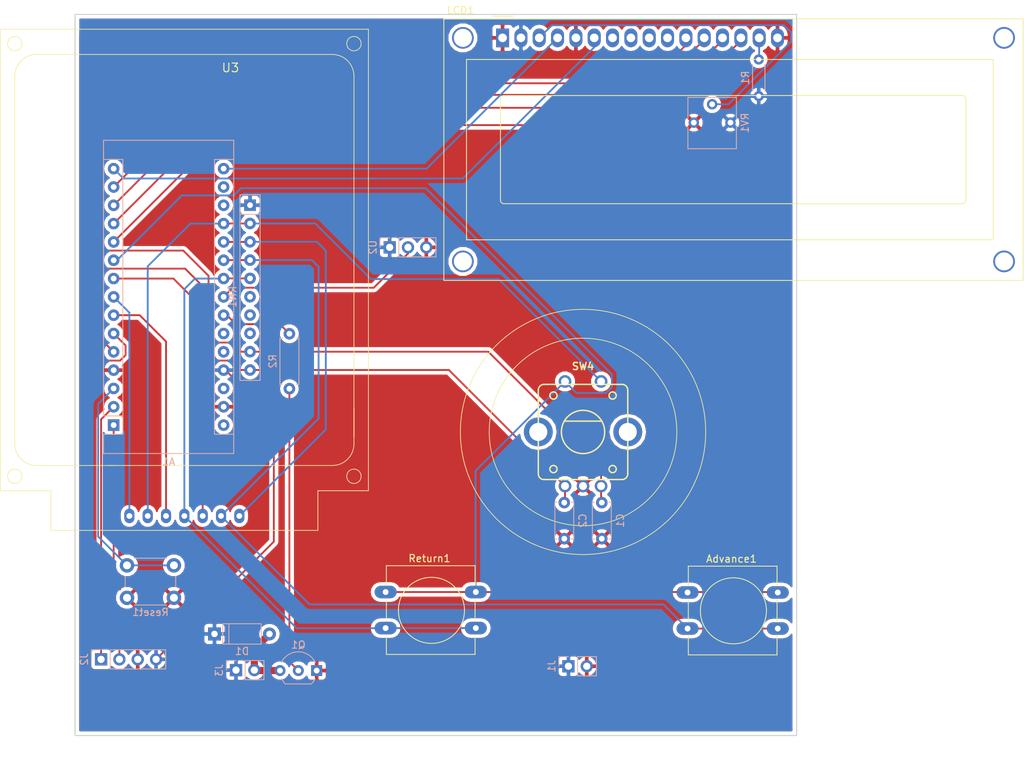
<source format=kicad_pcb>
(kicad_pcb (version 4) (host pcbnew 4.0.7)

  (general
    (links 67)
    (no_connects 0)
    (area 30.924999 25.424999 131.075001 125.575001)
    (thickness 1.6)
    (drawings 5)
    (tracks 153)
    (zones 0)
    (modules 19)
    (nets 40)
  )

  (page A4)
  (layers
    (0 F.Cu signal)
    (31 B.Cu signal)
    (32 B.Adhes user)
    (33 F.Adhes user)
    (34 B.Paste user)
    (35 F.Paste user)
    (36 B.SilkS user)
    (37 F.SilkS user)
    (38 B.Mask user)
    (39 F.Mask user)
    (40 Dwgs.User user)
    (41 Cmts.User user)
    (42 Eco1.User user)
    (43 Eco2.User user)
    (44 Edge.Cuts user)
    (45 Margin user)
    (46 B.CrtYd user)
    (47 F.CrtYd user)
    (48 B.Fab user)
    (49 F.Fab user)
  )

  (setup
    (last_trace_width 0.25)
    (user_trace_width 1)
    (trace_clearance 0.2)
    (zone_clearance 0.508)
    (zone_45_only no)
    (trace_min 0.2)
    (segment_width 0.2)
    (edge_width 0.15)
    (via_size 0.6)
    (via_drill 0.4)
    (via_min_size 0.4)
    (via_min_drill 0.3)
    (uvia_size 0.3)
    (uvia_drill 0.1)
    (uvias_allowed no)
    (uvia_min_size 0.2)
    (uvia_min_drill 0.1)
    (pcb_text_width 0.3)
    (pcb_text_size 1.5 1.5)
    (mod_edge_width 0.15)
    (mod_text_size 1 1)
    (mod_text_width 0.15)
    (pad_size 1.524 1.524)
    (pad_drill 0.762)
    (pad_to_mask_clearance 0.2)
    (aux_axis_origin 0 0)
    (visible_elements 7FFFFFFF)
    (pcbplotparams
      (layerselection 0x00030_00000000)
      (usegerberextensions false)
      (excludeedgelayer true)
      (linewidth 0.100000)
      (plotframeref false)
      (viasonmask false)
      (mode 1)
      (useauxorigin false)
      (hpglpennumber 1)
      (hpglpenspeed 20)
      (hpglpendiameter 15)
      (hpglpenoverlay 2)
      (psnegative false)
      (psa4output false)
      (plotreference true)
      (plotvalue true)
      (plotinvisibletext false)
      (padsonsilk false)
      (subtractmaskfromsilk false)
      (outputformat 5)
      (mirror false)
      (drillshape 0)
      (scaleselection 1)
      (outputdirectory ""))
  )

  (net 0 "")
  (net 1 "Net-(A1-Pad1)")
  (net 2 "Net-(A1-Pad17)")
  (net 3 "Net-(A1-Pad2)")
  (net 4 "Net-(A1-Pad18)")
  (net 5 "Net-(A1-Pad3)")
  (net 6 "Net-(A1-Pad19)")
  (net 7 GND)
  (net 8 "Net-(A1-Pad20)")
  (net 9 "Net-(A1-Pad5)")
  (net 10 "Net-(A1-Pad21)")
  (net 11 "Net-(A1-Pad6)")
  (net 12 "Net-(A1-Pad7)")
  (net 13 "Net-(A1-Pad23)")
  (net 14 "Net-(A1-Pad8)")
  (net 15 "Net-(A1-Pad24)")
  (net 16 "Net-(A1-Pad9)")
  (net 17 "Net-(A1-Pad25)")
  (net 18 "Net-(A1-Pad10)")
  (net 19 "Net-(A1-Pad26)")
  (net 20 "Net-(A1-Pad11)")
  (net 21 Vcc)
  (net 22 "Net-(A1-Pad12)")
  (net 23 "Net-(A1-Pad13)")
  (net 24 "Net-(A1-Pad14)")
  (net 25 "Net-(A1-Pad30)")
  (net 26 "Net-(A1-Pad15)")
  (net 27 "Net-(A1-Pad16)")
  (net 28 "Net-(LCD1-Pad3)")
  (net 29 "Net-(LCD1-Pad7)")
  (net 30 "Net-(LCD1-Pad8)")
  (net 31 "Net-(LCD1-Pad9)")
  (net 32 "Net-(LCD1-Pad10)")
  (net 33 "Net-(LCD1-Pad15)")
  (net 34 "Net-(RN1-Pad8)")
  (net 35 "Net-(RN1-Pad6)")
  (net 36 "Net-(RN1-Pad7)")
  (net 37 "Net-(A1-Pad22)")
  (net 38 "Net-(D1-Pad2)")
  (net 39 "Net-(Q1-Pad2)")

  (net_class Default "This is the default net class."
    (clearance 0.2)
    (trace_width 0.25)
    (via_dia 0.6)
    (via_drill 0.4)
    (uvia_dia 0.3)
    (uvia_drill 0.1)
    (add_net GND)
    (add_net "Net-(A1-Pad1)")
    (add_net "Net-(A1-Pad10)")
    (add_net "Net-(A1-Pad11)")
    (add_net "Net-(A1-Pad12)")
    (add_net "Net-(A1-Pad13)")
    (add_net "Net-(A1-Pad14)")
    (add_net "Net-(A1-Pad15)")
    (add_net "Net-(A1-Pad16)")
    (add_net "Net-(A1-Pad17)")
    (add_net "Net-(A1-Pad18)")
    (add_net "Net-(A1-Pad19)")
    (add_net "Net-(A1-Pad2)")
    (add_net "Net-(A1-Pad20)")
    (add_net "Net-(A1-Pad21)")
    (add_net "Net-(A1-Pad22)")
    (add_net "Net-(A1-Pad23)")
    (add_net "Net-(A1-Pad24)")
    (add_net "Net-(A1-Pad25)")
    (add_net "Net-(A1-Pad26)")
    (add_net "Net-(A1-Pad3)")
    (add_net "Net-(A1-Pad30)")
    (add_net "Net-(A1-Pad5)")
    (add_net "Net-(A1-Pad6)")
    (add_net "Net-(A1-Pad7)")
    (add_net "Net-(A1-Pad8)")
    (add_net "Net-(A1-Pad9)")
    (add_net "Net-(D1-Pad2)")
    (add_net "Net-(LCD1-Pad10)")
    (add_net "Net-(LCD1-Pad15)")
    (add_net "Net-(LCD1-Pad3)")
    (add_net "Net-(LCD1-Pad7)")
    (add_net "Net-(LCD1-Pad8)")
    (add_net "Net-(LCD1-Pad9)")
    (add_net "Net-(Q1-Pad2)")
    (add_net "Net-(RN1-Pad6)")
    (add_net "Net-(RN1-Pad7)")
    (add_net "Net-(RN1-Pad8)")
    (add_net Vcc)
  )

  (module Buttons_Switches_THT:SW_PUSH-12mm (layer F.Cu) (tedit 592546E6) (tstamp 5AA0EA86)
    (at 115.8875 105.664)
    (descr "SW PUSH 12mm https://www.e-switch.com/system/asset/product_line/data_sheet/143/TL1100.pdf")
    (tags "tact sw push 12mm")
    (path /5A9C68DD)
    (fp_text reference Advance1 (at 6.08 -4.66) (layer F.SilkS)
      (effects (font (size 1 1) (thickness 0.15)))
    )
    (fp_text value SW_Push (at 6.62 9.93) (layer F.Fab)
      (effects (font (size 1 1) (thickness 0.15)))
    )
    (fp_line (start 0.25 8.5) (end 12.25 8.5) (layer F.Fab) (width 0.1))
    (fp_line (start 0.25 -3.5) (end 12.25 -3.5) (layer F.Fab) (width 0.1))
    (fp_line (start 12.25 -3.5) (end 12.25 8.5) (layer F.Fab) (width 0.1))
    (fp_text user %R (at 6.35 2.54) (layer F.Fab)
      (effects (font (size 1 1) (thickness 0.15)))
    )
    (fp_line (start 0.1 -3.65) (end 12.4 -3.65) (layer F.SilkS) (width 0.12))
    (fp_line (start 12.4 0.93) (end 12.4 4.07) (layer F.SilkS) (width 0.12))
    (fp_line (start 12.4 8.65) (end 0.1 8.65) (layer F.SilkS) (width 0.12))
    (fp_line (start 0.1 -0.93) (end 0.1 -3.65) (layer F.SilkS) (width 0.12))
    (fp_line (start -1.77 -3.75) (end 14.25 -3.75) (layer F.CrtYd) (width 0.05))
    (fp_line (start -1.77 -3.75) (end -1.77 8.75) (layer F.CrtYd) (width 0.05))
    (fp_line (start 14.25 8.75) (end 14.25 -3.75) (layer F.CrtYd) (width 0.05))
    (fp_line (start 14.25 8.75) (end -1.77 8.75) (layer F.CrtYd) (width 0.05))
    (fp_circle (center 6.35 2.54) (end 10.16 5.08) (layer F.SilkS) (width 0.12))
    (fp_line (start 0.25 -3.5) (end 0.25 8.5) (layer F.Fab) (width 0.1))
    (fp_line (start 0.1 8.65) (end 0.1 5.93) (layer F.SilkS) (width 0.12))
    (fp_line (start 0.1 4.07) (end 0.1 0.93) (layer F.SilkS) (width 0.12))
    (fp_line (start 12.4 5.93) (end 12.4 8.65) (layer F.SilkS) (width 0.12))
    (fp_line (start 12.4 -3.65) (end 12.4 -0.93) (layer F.SilkS) (width 0.12))
    (pad 1 thru_hole oval (at 12.5 0) (size 3.048 1.7272) (drill 0.8128) (layers *.Cu *.Mask)
      (net 18 "Net-(A1-Pad10)"))
    (pad 2 thru_hole oval (at 12.5 5) (size 3.048 1.7272) (drill 0.8128) (layers *.Cu *.Mask)
      (net 10 "Net-(A1-Pad21)"))
    (pad 1 thru_hole oval (at 0 0) (size 3.048 1.7272) (drill 0.8128) (layers *.Cu *.Mask)
      (net 18 "Net-(A1-Pad10)"))
    (pad 2 thru_hole oval (at 0 5) (size 3.048 1.7272) (drill 0.8128) (layers *.Cu *.Mask)
      (net 10 "Net-(A1-Pad21)"))
    (model ${KISYS3DMOD}/Buttons_Switches_THT.3dshapes/SW_PUSH-12mm.wrl
      (at (xyz 0.248 -0.1 0))
      (scale (xyz 3.93701 3.93701 3.93701))
      (rotate (xyz 0 0 0))
    )
  )

  (module Buttons_Switches_THT:SW_PUSH-12mm (layer F.Cu) (tedit 592546E6) (tstamp 5AA0EACE)
    (at 74.041 105.6005)
    (descr "SW PUSH 12mm https://www.e-switch.com/system/asset/product_line/data_sheet/143/TL1100.pdf")
    (tags "tact sw push 12mm")
    (path /5A9C6930)
    (fp_text reference Return1 (at 6.08 -4.66) (layer F.SilkS)
      (effects (font (size 1 1) (thickness 0.15)))
    )
    (fp_text value SW_Push (at 6.62 9.93) (layer F.Fab)
      (effects (font (size 1 1) (thickness 0.15)))
    )
    (fp_line (start 0.25 8.5) (end 12.25 8.5) (layer F.Fab) (width 0.1))
    (fp_line (start 0.25 -3.5) (end 12.25 -3.5) (layer F.Fab) (width 0.1))
    (fp_line (start 12.25 -3.5) (end 12.25 8.5) (layer F.Fab) (width 0.1))
    (fp_text user %R (at 6.35 2.54) (layer F.Fab)
      (effects (font (size 1 1) (thickness 0.15)))
    )
    (fp_line (start 0.1 -3.65) (end 12.4 -3.65) (layer F.SilkS) (width 0.12))
    (fp_line (start 12.4 0.93) (end 12.4 4.07) (layer F.SilkS) (width 0.12))
    (fp_line (start 12.4 8.65) (end 0.1 8.65) (layer F.SilkS) (width 0.12))
    (fp_line (start 0.1 -0.93) (end 0.1 -3.65) (layer F.SilkS) (width 0.12))
    (fp_line (start -1.77 -3.75) (end 14.25 -3.75) (layer F.CrtYd) (width 0.05))
    (fp_line (start -1.77 -3.75) (end -1.77 8.75) (layer F.CrtYd) (width 0.05))
    (fp_line (start 14.25 8.75) (end 14.25 -3.75) (layer F.CrtYd) (width 0.05))
    (fp_line (start 14.25 8.75) (end -1.77 8.75) (layer F.CrtYd) (width 0.05))
    (fp_circle (center 6.35 2.54) (end 10.16 5.08) (layer F.SilkS) (width 0.12))
    (fp_line (start 0.25 -3.5) (end 0.25 8.5) (layer F.Fab) (width 0.1))
    (fp_line (start 0.1 8.65) (end 0.1 5.93) (layer F.SilkS) (width 0.12))
    (fp_line (start 0.1 4.07) (end 0.1 0.93) (layer F.SilkS) (width 0.12))
    (fp_line (start 12.4 5.93) (end 12.4 8.65) (layer F.SilkS) (width 0.12))
    (fp_line (start 12.4 -3.65) (end 12.4 -0.93) (layer F.SilkS) (width 0.12))
    (pad 1 thru_hole oval (at 12.5 0) (size 3.048 1.7272) (drill 0.8128) (layers *.Cu *.Mask)
      (net 18 "Net-(A1-Pad10)"))
    (pad 2 thru_hole oval (at 12.5 5) (size 3.048 1.7272) (drill 0.8128) (layers *.Cu *.Mask)
      (net 37 "Net-(A1-Pad22)"))
    (pad 1 thru_hole oval (at 0 0) (size 3.048 1.7272) (drill 0.8128) (layers *.Cu *.Mask)
      (net 18 "Net-(A1-Pad10)"))
    (pad 2 thru_hole oval (at 0 5) (size 3.048 1.7272) (drill 0.8128) (layers *.Cu *.Mask)
      (net 37 "Net-(A1-Pad22)"))
    (model ${KISYS3DMOD}/Buttons_Switches_THT.3dshapes/SW_PUSH-12mm.wrl
      (at (xyz 0.248 -0.1 0))
      (scale (xyz 3.93701 3.93701 3.93701))
      (rotate (xyz 0 0 0))
    )
  )

  (module rocketlib:Encoder (layer F.Cu) (tedit 5AA23363) (tstamp 5AA0ED76)
    (at 101.4 83.4)
    (tags "rotary, encoder, BI-Technologies")
    (path /5A9DBB6E)
    (fp_text reference SW4 (at 0 -9.1) (layer F.SilkS)
      (effects (font (size 1 1) (thickness 0.2)))
    )
    (fp_text value Encoder (at 0 -4.8) (layer F.SilkS) hide
      (effects (font (size 1 1) (thickness 0.2)))
    )
    (fp_circle (center 0 0) (end 17 0) (layer F.SilkS) (width 0.1))
    (fp_circle (center 0 0) (end 13 0) (layer F.SilkS) (width 0.1))
    (fp_circle (center 0 0) (end 3.75 0) (layer F.Fab) (width 0.05))
    (fp_circle (center -4.1 5.15) (end -3.6 5.15) (layer F.SilkS) (width 0.2))
    (fp_circle (center 4.1 5.15) (end 4.6 5.15) (layer F.SilkS) (width 0.2))
    (fp_circle (center 4.1 -5.05) (end 4.6 -5.05) (layer F.SilkS) (width 0.2))
    (fp_circle (center -4.1 -5.05) (end -3.6 -5.05) (layer F.SilkS) (width 0.2))
    (fp_line (start -6.2 5.8) (end -6.2 -5.8) (layer F.SilkS) (width 0.2))
    (fp_line (start 6.2 -5.8) (end 6.2 5.8) (layer F.SilkS) (width 0.2))
    (fp_line (start -5.4 -6.6) (end 5.4 -6.6) (layer F.SilkS) (width 0.2))
    (fp_line (start -5.4 6.6) (end 5.4 6.6) (layer F.SilkS) (width 0.2))
    (fp_arc (start -5.4 -5.8) (end -6.2 -5.8) (angle 90) (layer F.SilkS) (width 0.2))
    (fp_arc (start -5.4 5.8) (end -5.4 6.6) (angle 90) (layer F.SilkS) (width 0.2))
    (fp_arc (start 5.4 5.8) (end 6.2 5.8) (angle 90) (layer F.SilkS) (width 0.2))
    (fp_arc (start 5.4 -5.8) (end 5.4 -6.6) (angle 90) (layer F.SilkS) (width 0.2))
    (fp_line (start -2.6 -1.5) (end 2.6 -1.5) (layer F.SilkS) (width 0.2))
    (fp_circle (center 0 0) (end 3 0) (layer F.SilkS) (width 0.2))
    (pad 1 thru_hole circle (at -2.5 7.5) (size 1.75 1.75) (drill 1.1) (layers *.Cu *.Mask)
      (net 9 "Net-(A1-Pad5)"))
    (pad 3 thru_hole circle (at 2.5 7.5) (size 1.75 1.75) (drill 1.1) (layers *.Cu *.Mask)
      (net 11 "Net-(A1-Pad6)"))
    (pad 2 thru_hole circle (at 0 7.5) (size 1.75 1.75) (drill 1.1) (layers *.Cu *.Mask)
      (net 7 GND))
    (pad 5 thru_hole circle (at 2.5 -7) (size 1.75 1.75) (drill 1.1) (layers *.Cu *.Mask)
      (net 6 "Net-(A1-Pad19)"))
    (pad 4 thru_hole circle (at -2.5 -7) (size 1.75 1.75) (drill 1.1) (layers *.Cu *.Mask)
      (net 18 "Net-(A1-Pad10)"))
    (pad body thru_hole oval (at 6.2 0) (size 4 4) (drill 2.5) (layers *.Cu *.Mask))
    (pad body thru_hole oval (at -6.2 0) (size 4 4) (drill 2.5) (layers *.Cu *.Mask))
  )

  (module rocketlib:KEYPAD (layer F.Cu) (tedit 5A9DE704) (tstamp 5AA0EAF5)
    (at 46.15 95.05)
    (path /5A9DB898)
    (fp_text reference U3 (at 6.39 -62.15) (layer F.SilkS)
      (effects (font (size 1.2 1.2) (thickness 0.15)))
    )
    (fp_text value keypad (at -2.5 -62.15) (layer F.Fab)
      (effects (font (size 1.2 1.2) (thickness 0.15)))
    )
    (fp_circle (center 23.5 -65.5) (end 24.5 -65.5) (layer F.Fab) (width 0.1))
    (fp_circle (center -23.5 -65.5) (end -22.5 -65.5) (layer F.Fab) (width 0.1))
    (fp_circle (center -23.5 -5.5) (end -22.5 -5.5) (layer F.Fab) (width 0.1))
    (fp_circle (center 23.5 -5.5) (end 24.5 -5.5) (layer F.Fab) (width 0.1))
    (fp_line (start 23.5 -61) (end 23.5 -60.5) (layer F.Fab) (width 0.1))
    (fp_arc (start 20.5 -61) (end 20.5 -64) (angle 90) (layer F.Fab) (width 0.1))
    (fp_line (start -20.5 -64) (end 20.5 -64) (layer F.Fab) (width 0.1))
    (fp_arc (start -20.5 -61) (end -23.5 -61) (angle 90) (layer F.Fab) (width 0.1))
    (fp_line (start -23.5 -10) (end -23.5 -61) (layer F.Fab) (width 0.1))
    (fp_line (start -20 -7) (end -20.5 -7) (layer F.Fab) (width 0.1))
    (fp_arc (start -20.5 -10) (end -20.5 -7) (angle 90) (layer F.Fab) (width 0.1))
    (fp_line (start 20.5 -7) (end -20 -7) (layer F.Fab) (width 0.1))
    (fp_line (start 23.5 -11) (end 23.5 -10) (layer F.Fab) (width 0.1))
    (fp_arc (start 20.5 -10) (end 23.5 -10) (angle 90) (layer F.Fab) (width 0.1))
    (fp_line (start 23.5 -60.5) (end 23.5 -11) (layer F.Fab) (width 0.1))
    (fp_line (start 23.5 -61) (end 23.5 -11) (layer F.SilkS) (width 0.1))
    (fp_arc (start 20.5 -61) (end 20.5 -64) (angle 90) (layer F.SilkS) (width 0.1))
    (fp_line (start -20.5 -64) (end 20.5 -64) (layer F.SilkS) (width 0.1))
    (fp_arc (start -20.5 -61) (end -23.5 -61) (angle 90) (layer F.SilkS) (width 0.1))
    (fp_line (start -23.5 -10) (end -23.5 -61) (layer F.SilkS) (width 0.1))
    (fp_arc (start -20.5 -10) (end -20.5 -7) (angle 90) (layer F.SilkS) (width 0.1))
    (fp_line (start -10.5 -7) (end -20.5 -7) (layer F.SilkS) (width 0.1))
    (fp_arc (start 20.5 -10) (end 23.5 -10) (angle 90) (layer F.SilkS) (width 0.1))
    (fp_line (start 20.5 -7) (end -10.5 -7) (layer F.SilkS) (width 0.1))
    (fp_line (start -10.5 -7) (end -9.5 -7) (layer F.SilkS) (width 0.1))
    (fp_line (start 23.5 -10) (end 23.5 -15) (layer F.SilkS) (width 0.1))
    (fp_line (start 18.5 2) (end 18.5 -3.5) (layer F.Fab) (width 0.1))
    (fp_line (start 18.5 -3.5) (end 25.5 -3.5) (layer F.Fab) (width 0.1))
    (fp_line (start 25.5 -3.5) (end 25.5 -67.5) (layer F.Fab) (width 0.1))
    (fp_line (start 25.5 -67.5) (end -25.5 -67.5) (layer F.Fab) (width 0.1))
    (fp_line (start -25.5 -67.5) (end -25.5 -3.5) (layer F.Fab) (width 0.1))
    (fp_line (start -25.5 -3.5) (end -18.5 -3.5) (layer F.Fab) (width 0.1))
    (fp_line (start -18.5 -3.5) (end -18.5 2) (layer F.Fab) (width 0.1))
    (fp_line (start -18.5 2) (end 18.5 2) (layer F.Fab) (width 0.1))
    (fp_line (start 25.5 -3.5) (end 25.5 -67.5) (layer F.CrtYd) (width 0.1))
    (fp_line (start 25.5 -67.5) (end -25.5 -67.5) (layer F.CrtYd) (width 0.1))
    (fp_line (start -25.5 -67.5) (end -25.5 -3.5) (layer F.CrtYd) (width 0.1))
    (fp_line (start -25.5 -3.5) (end -18.5 -3.5) (layer F.CrtYd) (width 0.1))
    (fp_line (start -18.5 -3.5) (end -18.5 2) (layer F.CrtYd) (width 0.1))
    (fp_line (start -18.5 2) (end 18.5 2) (layer F.CrtYd) (width 0.1))
    (fp_line (start 18.5 2) (end 18.5 -3.5) (layer F.CrtYd) (width 0.1))
    (fp_line (start 18.5 -3.5) (end 25.5 -3.5) (layer F.CrtYd) (width 0.1))
    (fp_circle (center -23.5 -65.5) (end -22.5 -65.5) (layer F.SilkS) (width 0.1))
    (fp_circle (center -23.5 -5.5) (end -24.5 -5.5) (layer F.SilkS) (width 0.1))
    (fp_circle (center 23.5 -5.5) (end 24.5 -5.5) (layer F.SilkS) (width 0.1))
    (fp_circle (center 23.5 -65.5) (end 24.5 -65.5) (layer F.SilkS) (width 0.1))
    (fp_line (start 0 2) (end 18.5 2) (layer F.SilkS) (width 0.1))
    (fp_line (start 18.5 2) (end 18.5 -3.5) (layer F.SilkS) (width 0.1))
    (fp_line (start 18.5 -3.5) (end 25.5 -3.5) (layer F.SilkS) (width 0.1))
    (fp_line (start 25.5 -3.5) (end 25.5 -67.5) (layer F.SilkS) (width 0.1))
    (fp_line (start 25.5 -67.5) (end -25.5 -67.5) (layer F.SilkS) (width 0.1))
    (fp_line (start -25.5 -67.5) (end -25.5 -3.5) (layer F.SilkS) (width 0.1))
    (fp_line (start -25.5 -3.5) (end -18.5 -3.5) (layer F.SilkS) (width 0.1))
    (fp_line (start 0 2) (end -18.5 2) (layer F.SilkS) (width 0.1))
    (fp_line (start -18.5 2) (end -18.5 -3.5) (layer F.SilkS) (width 0.1))
    (pad 1 thru_hole oval (at -7.62 0) (size 1.4 2) (drill 0.8) (layers *.Cu *.Mask)
      (net 14 "Net-(A1-Pad8)"))
    (pad 2 thru_hole oval (at -5.08 0) (size 1.4 2) (drill 0.8) (layers *.Cu *.Mask)
      (net 6 "Net-(A1-Pad19)"))
    (pad 3 thru_hole oval (at -2.54 0) (size 1.4 2) (drill 0.8) (layers *.Cu *.Mask)
      (net 12 "Net-(A1-Pad7)"))
    (pad 4 thru_hole oval (at 0 0) (size 1.4 2) (drill 0.8) (layers *.Cu *.Mask)
      (net 37 "Net-(A1-Pad22)"))
    (pad 5 thru_hole oval (at 2.54 0) (size 1.4 2) (drill 0.8) (layers *.Cu *.Mask)
      (net 16 "Net-(A1-Pad9)"))
    (pad 6 thru_hole oval (at 5.08 0) (size 1.4 2) (drill 0.8) (layers *.Cu *.Mask)
      (net 10 "Net-(A1-Pad21)"))
    (pad 7 thru_hole oval (at 7.62 0) (size 1.4 2) (drill 0.8) (layers *.Cu *.Mask)
      (net 8 "Net-(A1-Pad20)"))
  )

  (module rocketlib:Arduino_Nano (layer B.Cu) (tedit 58ACAF70) (tstamp 5AA0EA7E)
    (at 36.35 82.45)
    (descr "Arduino Nano, http://www.mouser.com/pdfdocs/Gravitech_Arduino_Nano3_0.pdf")
    (tags "Arduino Nano")
    (path /5A9C613F)
    (fp_text reference A1 (at 7.62 5.08) (layer B.SilkS)
      (effects (font (size 1 1) (thickness 0.15)) (justify mirror))
    )
    (fp_text value Arduino_Nano (at 8.89 -19.05 270) (layer B.Fab)
      (effects (font (size 1 1) (thickness 0.15)) (justify mirror))
    )
    (fp_text user %R (at 6.35 -19.05 270) (layer B.Fab)
      (effects (font (size 1 1) (thickness 0.15)) (justify mirror))
    )
    (fp_line (start 1.27 -1.27) (end 1.27 1.27) (layer B.SilkS) (width 0.12))
    (fp_line (start 1.27 1.27) (end -1.4 1.27) (layer B.SilkS) (width 0.12))
    (fp_line (start -1.4 -1.27) (end -1.4 -39.5) (layer B.SilkS) (width 0.12))
    (fp_line (start -1.4 3.94) (end -1.4 1.27) (layer B.SilkS) (width 0.12))
    (fp_line (start 13.97 1.27) (end 16.64 1.27) (layer B.SilkS) (width 0.12))
    (fp_line (start 13.97 1.27) (end 13.97 -36.83) (layer B.SilkS) (width 0.12))
    (fp_line (start 13.97 -36.83) (end 16.64 -36.83) (layer B.SilkS) (width 0.12))
    (fp_line (start 1.27 -1.27) (end -1.4 -1.27) (layer B.SilkS) (width 0.12))
    (fp_line (start 1.27 -1.27) (end 1.27 -36.83) (layer B.SilkS) (width 0.12))
    (fp_line (start 1.27 -36.83) (end -1.4 -36.83) (layer B.SilkS) (width 0.12))
    (fp_line (start 3.81 -31.75) (end 11.43 -31.75) (layer B.Fab) (width 0.1))
    (fp_line (start 11.43 -31.75) (end 11.43 -41.91) (layer B.Fab) (width 0.1))
    (fp_line (start 11.43 -41.91) (end 3.81 -41.91) (layer B.Fab) (width 0.1))
    (fp_line (start 3.81 -41.91) (end 3.81 -31.75) (layer B.Fab) (width 0.1))
    (fp_line (start -1.4 -39.5) (end 16.64 -39.5) (layer B.SilkS) (width 0.12))
    (fp_line (start 16.64 -39.5) (end 16.64 3.94) (layer B.SilkS) (width 0.12))
    (fp_line (start 16.64 3.94) (end -1.4 3.94) (layer B.SilkS) (width 0.12))
    (fp_line (start 16.51 -39.37) (end -1.27 -39.37) (layer B.Fab) (width 0.1))
    (fp_line (start -1.27 -39.37) (end -1.27 2.54) (layer B.Fab) (width 0.1))
    (fp_line (start -1.27 2.54) (end 0 3.81) (layer B.Fab) (width 0.1))
    (fp_line (start 0 3.81) (end 16.51 3.81) (layer B.Fab) (width 0.1))
    (fp_line (start 16.51 3.81) (end 16.51 -39.37) (layer B.Fab) (width 0.1))
    (fp_line (start -1.53 4.06) (end 16.75 4.06) (layer B.CrtYd) (width 0.05))
    (fp_line (start -1.53 4.06) (end -1.53 -42.16) (layer B.CrtYd) (width 0.05))
    (fp_line (start 16.75 -42.16) (end 16.75 4.06) (layer B.CrtYd) (width 0.05))
    (fp_line (start 16.75 -42.16) (end -1.53 -42.16) (layer B.CrtYd) (width 0.05))
    (pad 1 thru_hole rect (at 0 0) (size 1.6 1.6) (drill 0.8) (layers *.Cu *.Mask)
      (net 1 "Net-(A1-Pad1)"))
    (pad 17 thru_hole oval (at 15.24 -33.02) (size 1.6 1.6) (drill 0.8) (layers *.Cu *.Mask)
      (net 2 "Net-(A1-Pad17)"))
    (pad 2 thru_hole oval (at 0 -2.54) (size 1.6 1.6) (drill 0.8) (layers *.Cu *.Mask)
      (net 3 "Net-(A1-Pad2)"))
    (pad 18 thru_hole oval (at 15.24 -30.48) (size 1.6 1.6) (drill 0.8) (layers *.Cu *.Mask)
      (net 4 "Net-(A1-Pad18)"))
    (pad 3 thru_hole oval (at 0 -5.08) (size 1.6 1.6) (drill 0.8) (layers *.Cu *.Mask)
      (net 5 "Net-(A1-Pad3)"))
    (pad 19 thru_hole oval (at 15.24 -27.94) (size 1.6 1.6) (drill 0.8) (layers *.Cu *.Mask)
      (net 6 "Net-(A1-Pad19)"))
    (pad 4 thru_hole oval (at 0 -7.62) (size 1.6 1.6) (drill 0.8) (layers *.Cu *.Mask)
      (net 7 GND))
    (pad 20 thru_hole oval (at 15.24 -25.4) (size 1.6 1.6) (drill 0.8) (layers *.Cu *.Mask)
      (net 8 "Net-(A1-Pad20)"))
    (pad 5 thru_hole oval (at 0 -10.16) (size 1.6 1.6) (drill 0.8) (layers *.Cu *.Mask)
      (net 9 "Net-(A1-Pad5)"))
    (pad 21 thru_hole oval (at 15.24 -22.86) (size 1.6 1.6) (drill 0.8) (layers *.Cu *.Mask)
      (net 10 "Net-(A1-Pad21)"))
    (pad 6 thru_hole oval (at 0 -12.7) (size 1.6 1.6) (drill 0.8) (layers *.Cu *.Mask)
      (net 11 "Net-(A1-Pad6)"))
    (pad 22 thru_hole oval (at 15.24 -20.32) (size 1.6 1.6) (drill 0.8) (layers *.Cu *.Mask)
      (net 37 "Net-(A1-Pad22)"))
    (pad 7 thru_hole oval (at 0 -15.24) (size 1.6 1.6) (drill 0.8) (layers *.Cu *.Mask)
      (net 12 "Net-(A1-Pad7)"))
    (pad 23 thru_hole oval (at 15.24 -17.78) (size 1.6 1.6) (drill 0.8) (layers *.Cu *.Mask)
      (net 13 "Net-(A1-Pad23)"))
    (pad 8 thru_hole oval (at 0 -17.78) (size 1.6 1.6) (drill 0.8) (layers *.Cu *.Mask)
      (net 14 "Net-(A1-Pad8)"))
    (pad 24 thru_hole oval (at 15.24 -15.24) (size 1.6 1.6) (drill 0.8) (layers *.Cu *.Mask)
      (net 15 "Net-(A1-Pad24)"))
    (pad 9 thru_hole oval (at 0 -20.32) (size 1.6 1.6) (drill 0.8) (layers *.Cu *.Mask)
      (net 16 "Net-(A1-Pad9)"))
    (pad 25 thru_hole oval (at 15.24 -12.7) (size 1.6 1.6) (drill 0.8) (layers *.Cu *.Mask)
      (net 17 "Net-(A1-Pad25)"))
    (pad 10 thru_hole oval (at 0 -22.86) (size 1.6 1.6) (drill 0.8) (layers *.Cu *.Mask)
      (net 18 "Net-(A1-Pad10)"))
    (pad 26 thru_hole oval (at 15.24 -10.16) (size 1.6 1.6) (drill 0.8) (layers *.Cu *.Mask)
      (net 19 "Net-(A1-Pad26)"))
    (pad 11 thru_hole oval (at 0 -25.4) (size 1.6 1.6) (drill 0.8) (layers *.Cu *.Mask)
      (net 20 "Net-(A1-Pad11)"))
    (pad 27 thru_hole oval (at 15.24 -7.62) (size 1.6 1.6) (drill 0.8) (layers *.Cu *.Mask)
      (net 21 Vcc))
    (pad 12 thru_hole oval (at 0 -27.94) (size 1.6 1.6) (drill 0.8) (layers *.Cu *.Mask)
      (net 22 "Net-(A1-Pad12)"))
    (pad 28 thru_hole oval (at 15.24 -5.08) (size 1.6 1.6) (drill 0.8) (layers *.Cu *.Mask))
    (pad 13 thru_hole oval (at 0 -30.48) (size 1.6 1.6) (drill 0.8) (layers *.Cu *.Mask)
      (net 23 "Net-(A1-Pad13)"))
    (pad 29 thru_hole oval (at 15.24 -2.54) (size 1.6 1.6) (drill 0.8) (layers *.Cu *.Mask)
      (net 7 GND))
    (pad 14 thru_hole oval (at 0 -33.02) (size 1.6 1.6) (drill 0.8) (layers *.Cu *.Mask)
      (net 24 "Net-(A1-Pad14)"))
    (pad 30 thru_hole oval (at 15.24 0) (size 1.6 1.6) (drill 0.8) (layers *.Cu *.Mask)
      (net 25 "Net-(A1-Pad30)"))
    (pad 15 thru_hole oval (at 0 -35.56) (size 1.6 1.6) (drill 0.8) (layers *.Cu *.Mask)
      (net 26 "Net-(A1-Pad15)"))
    (pad 16 thru_hole oval (at 15.24 -35.56) (size 1.6 1.6) (drill 0.8) (layers *.Cu *.Mask)
      (net 27 "Net-(A1-Pad16)"))
  )

  (module Displays:WC1602A (layer F.Cu) (tedit 5958D986) (tstamp 5AA0EAB8)
    (at 90.25 28.75)
    (descr "LCD 16x2 http://www.wincomlcd.com/pdf/WC1602A-SFYLYHTC06.pdf")
    (tags "LCD 16x2 Alphanumeric 16pin")
    (path /5A9C58CB)
    (fp_text reference LCD1 (at -5.82 -3.81) (layer F.SilkS)
      (effects (font (size 1 1) (thickness 0.15)))
    )
    (fp_text value WC1602A (at -4.31 34.66) (layer F.Fab)
      (effects (font (size 1 1) (thickness 0.15)))
    )
    (fp_line (start -8.14 33.64) (end 72.14 33.64) (layer F.SilkS) (width 0.12))
    (fp_line (start 72.14 33.64) (end 72.14 -2.64) (layer F.SilkS) (width 0.12))
    (fp_line (start 72.14 -2.64) (end -7.34 -2.64) (layer F.SilkS) (width 0.12))
    (fp_line (start -8.14 -2.64) (end -8.14 33.64) (layer F.SilkS) (width 0.12))
    (fp_line (start -8.13 -2.64) (end -7.34 -2.64) (layer F.SilkS) (width 0.12))
    (fp_line (start -8.25 -2.75) (end -8.25 33.75) (layer F.CrtYd) (width 0.05))
    (fp_line (start -8.25 33.75) (end 72.25 33.75) (layer F.CrtYd) (width 0.05))
    (fp_line (start 72.25 -2.75) (end 72.25 33.75) (layer F.CrtYd) (width 0.05))
    (fp_line (start -1.5 -3) (end 1.5 -3) (layer F.SilkS) (width 0.12))
    (fp_line (start -8.25 -2.75) (end 72.25 -2.75) (layer F.CrtYd) (width 0.05))
    (fp_line (start 1 -2.5) (end 0 -1.5) (layer F.Fab) (width 0.1))
    (fp_line (start 0 -1.5) (end -1 -2.5) (layer F.Fab) (width 0.1))
    (fp_line (start -1 -2.5) (end -8 -2.5) (layer F.Fab) (width 0.1))
    (fp_text user %R (at 30.37 14.74) (layer F.Fab)
      (effects (font (size 1 1) (thickness 0.1)))
    )
    (fp_line (start 0.2 8) (end 63.7 8) (layer F.SilkS) (width 0.12))
    (fp_line (start -0.29972 22.49932) (end -0.29972 8.5) (layer F.SilkS) (width 0.12))
    (fp_line (start 63.70066 23) (end 0.2 23) (layer F.SilkS) (width 0.12))
    (fp_line (start 64.2 8.5) (end 64.2 22.5) (layer F.SilkS) (width 0.12))
    (fp_arc (start 63.7 8.5) (end 63.7 8) (angle 90) (layer F.SilkS) (width 0.12))
    (fp_arc (start 63.70066 22.49932) (end 64.20104 22.49932) (angle 90) (layer F.SilkS) (width 0.12))
    (fp_arc (start 0.20066 22.49932) (end 0.20066 22.9997) (angle 90) (layer F.SilkS) (width 0.12))
    (fp_arc (start 0.20066 8.49884) (end -0.29972 8.49884) (angle 90) (layer F.SilkS) (width 0.12))
    (fp_line (start -5 3) (end 68 3) (layer F.SilkS) (width 0.12))
    (fp_line (start 68 3) (end 68 28) (layer F.SilkS) (width 0.12))
    (fp_line (start 68 28) (end -5 28) (layer F.SilkS) (width 0.12))
    (fp_line (start -5 28) (end -5 3) (layer F.SilkS) (width 0.12))
    (fp_line (start 1 -2.5) (end 72 -2.5) (layer F.Fab) (width 0.1))
    (fp_line (start 72 -2.5) (end 72 33.5) (layer F.Fab) (width 0.1))
    (fp_line (start 72 33.5) (end -8 33.5) (layer F.Fab) (width 0.1))
    (fp_line (start -8 33.5) (end -8 -2.5) (layer F.Fab) (width 0.1))
    (pad 1 thru_hole rect (at 0 0) (size 1.8 2.6) (drill 1.2) (layers *.Cu *.Mask)
      (net 7 GND))
    (pad 2 thru_hole oval (at 2.54 0) (size 1.8 2.6) (drill 1.2) (layers *.Cu *.Mask)
      (net 21 Vcc))
    (pad 3 thru_hole oval (at 5.08 0) (size 1.8 2.6) (drill 1.2) (layers *.Cu *.Mask)
      (net 28 "Net-(LCD1-Pad3)"))
    (pad 4 thru_hole oval (at 7.62 0) (size 1.8 2.6) (drill 1.2) (layers *.Cu *.Mask)
      (net 27 "Net-(A1-Pad16)"))
    (pad 5 thru_hole oval (at 10.16 0) (size 1.8 2.6) (drill 1.2) (layers *.Cu *.Mask)
      (net 7 GND))
    (pad 6 thru_hole oval (at 12.7 0) (size 1.8 2.6) (drill 1.2) (layers *.Cu *.Mask)
      (net 26 "Net-(A1-Pad15)"))
    (pad 7 thru_hole oval (at 15.24 0) (size 1.8 2.6) (drill 1.2) (layers *.Cu *.Mask)
      (net 29 "Net-(LCD1-Pad7)"))
    (pad 8 thru_hole oval (at 17.78 0) (size 1.8 2.6) (drill 1.2) (layers *.Cu *.Mask)
      (net 30 "Net-(LCD1-Pad8)"))
    (pad 9 thru_hole oval (at 20.32 0) (size 1.8 2.6) (drill 1.2) (layers *.Cu *.Mask)
      (net 31 "Net-(LCD1-Pad9)"))
    (pad 10 thru_hole oval (at 22.86 0) (size 1.8 2.6) (drill 1.2) (layers *.Cu *.Mask)
      (net 32 "Net-(LCD1-Pad10)"))
    (pad 11 thru_hole oval (at 25.4 0) (size 1.8 2.6) (drill 1.2) (layers *.Cu *.Mask)
      (net 24 "Net-(A1-Pad14)"))
    (pad 12 thru_hole oval (at 27.94 0) (size 1.8 2.6) (drill 1.2) (layers *.Cu *.Mask)
      (net 23 "Net-(A1-Pad13)"))
    (pad 13 thru_hole oval (at 30.48 0) (size 1.8 2.6) (drill 1.2) (layers *.Cu *.Mask)
      (net 22 "Net-(A1-Pad12)"))
    (pad 14 thru_hole oval (at 33.02 0) (size 1.8 2.6) (drill 1.2) (layers *.Cu *.Mask)
      (net 20 "Net-(A1-Pad11)"))
    (pad 15 thru_hole oval (at 35.56 0) (size 1.8 2.6) (drill 1.2) (layers *.Cu *.Mask)
      (net 33 "Net-(LCD1-Pad15)"))
    (pad 16 thru_hole oval (at 38.1 0) (size 1.8 2.6) (drill 1.2) (layers *.Cu *.Mask)
      (net 7 GND))
    (pad "" thru_hole circle (at -5.4991 0) (size 3 3) (drill 2.5) (layers *.Cu *.Mask))
    (pad "" thru_hole circle (at -5.4991 31.0007) (size 3 3) (drill 2.5) (layers *.Cu *.Mask))
    (pad "" thru_hole circle (at 69.49948 31.0007) (size 3 3) (drill 2.5) (layers *.Cu *.Mask))
    (pad "" thru_hole circle (at 69.5 0) (size 3 3) (drill 2.5) (layers *.Cu *.Mask))
    (model ${KISYS3DMOD}/Displays.3dshapes/WC1602A.wrl
      (at (xyz 0 0 0))
      (scale (xyz 1 1 1))
      (rotate (xyz 0 0 0))
    )
  )

  (module Resistors_THT:R_Axial_DIN0204_L3.6mm_D1.6mm_P5.08mm_Horizontal (layer B.Cu) (tedit 5874F706) (tstamp 5AA0EABE)
    (at 125.75 31.75 270)
    (descr "Resistor, Axial_DIN0204 series, Axial, Horizontal, pin pitch=5.08mm, 0.16666666666666666W = 1/6W, length*diameter=3.6*1.6mm^2, http://cdn-reichelt.de/documents/datenblatt/B400/1_4W%23YAG.pdf")
    (tags "Resistor Axial_DIN0204 series Axial Horizontal pin pitch 5.08mm 0.16666666666666666W = 1/6W length 3.6mm diameter 1.6mm")
    (path /5A9C6ADD)
    (fp_text reference R1 (at 2.54 1.86 270) (layer B.SilkS)
      (effects (font (size 1 1) (thickness 0.15)) (justify mirror))
    )
    (fp_text value 100 (at 2.54 -1.86 270) (layer B.Fab)
      (effects (font (size 1 1) (thickness 0.15)) (justify mirror))
    )
    (fp_line (start 0.74 0.8) (end 0.74 -0.8) (layer B.Fab) (width 0.1))
    (fp_line (start 0.74 -0.8) (end 4.34 -0.8) (layer B.Fab) (width 0.1))
    (fp_line (start 4.34 -0.8) (end 4.34 0.8) (layer B.Fab) (width 0.1))
    (fp_line (start 4.34 0.8) (end 0.74 0.8) (layer B.Fab) (width 0.1))
    (fp_line (start 0 0) (end 0.74 0) (layer B.Fab) (width 0.1))
    (fp_line (start 5.08 0) (end 4.34 0) (layer B.Fab) (width 0.1))
    (fp_line (start 0.68 0.86) (end 4.4 0.86) (layer B.SilkS) (width 0.12))
    (fp_line (start 0.68 -0.86) (end 4.4 -0.86) (layer B.SilkS) (width 0.12))
    (fp_line (start -0.95 1.15) (end -0.95 -1.15) (layer B.CrtYd) (width 0.05))
    (fp_line (start -0.95 -1.15) (end 6.05 -1.15) (layer B.CrtYd) (width 0.05))
    (fp_line (start 6.05 -1.15) (end 6.05 1.15) (layer B.CrtYd) (width 0.05))
    (fp_line (start 6.05 1.15) (end -0.95 1.15) (layer B.CrtYd) (width 0.05))
    (pad 1 thru_hole circle (at 0 0 270) (size 1.4 1.4) (drill 0.7) (layers *.Cu *.Mask)
      (net 33 "Net-(LCD1-Pad15)"))
    (pad 2 thru_hole oval (at 5.08 0 270) (size 1.4 1.4) (drill 0.7) (layers *.Cu *.Mask)
      (net 21 Vcc))
    (model ${KISYS3DMOD}/Resistors_THT.3dshapes/R_Axial_DIN0204_L3.6mm_D1.6mm_P5.08mm_Horizontal.wrl
      (at (xyz 0 0 0))
      (scale (xyz 0.393701 0.393701 0.393701))
      (rotate (xyz 0 0 0))
    )
  )

  (module Buttons_Switches_THT:SW_PUSH_6mm_h4.3mm (layer B.Cu) (tedit 5923F252) (tstamp 5AA0EAC6)
    (at 38.2 106.4)
    (descr "tactile push button, 6x6mm e.g. PHAP33xx series, height=4.3mm")
    (tags "tact sw push 6mm")
    (path /5A9D8AAF)
    (fp_text reference Reset1 (at 3.25 2) (layer B.SilkS)
      (effects (font (size 1 1) (thickness 0.15)) (justify mirror))
    )
    (fp_text value SW_Push (at 3.75 -6.7) (layer B.Fab)
      (effects (font (size 1 1) (thickness 0.15)) (justify mirror))
    )
    (fp_text user %R (at 3.25 -2.25) (layer B.Fab)
      (effects (font (size 1 1) (thickness 0.15)) (justify mirror))
    )
    (fp_line (start 3.25 0.75) (end 6.25 0.75) (layer B.Fab) (width 0.1))
    (fp_line (start 6.25 0.75) (end 6.25 -5.25) (layer B.Fab) (width 0.1))
    (fp_line (start 6.25 -5.25) (end 0.25 -5.25) (layer B.Fab) (width 0.1))
    (fp_line (start 0.25 -5.25) (end 0.25 0.75) (layer B.Fab) (width 0.1))
    (fp_line (start 0.25 0.75) (end 3.25 0.75) (layer B.Fab) (width 0.1))
    (fp_line (start 7.75 -6) (end 8 -6) (layer B.CrtYd) (width 0.05))
    (fp_line (start 8 -6) (end 8 -5.75) (layer B.CrtYd) (width 0.05))
    (fp_line (start 7.75 1.5) (end 8 1.5) (layer B.CrtYd) (width 0.05))
    (fp_line (start 8 1.5) (end 8 1.25) (layer B.CrtYd) (width 0.05))
    (fp_line (start -1.5 1.25) (end -1.5 1.5) (layer B.CrtYd) (width 0.05))
    (fp_line (start -1.5 1.5) (end -1.25 1.5) (layer B.CrtYd) (width 0.05))
    (fp_line (start -1.5 -5.75) (end -1.5 -6) (layer B.CrtYd) (width 0.05))
    (fp_line (start -1.5 -6) (end -1.25 -6) (layer B.CrtYd) (width 0.05))
    (fp_line (start -1.25 1.5) (end 7.75 1.5) (layer B.CrtYd) (width 0.05))
    (fp_line (start -1.5 -5.75) (end -1.5 1.25) (layer B.CrtYd) (width 0.05))
    (fp_line (start 7.75 -6) (end -1.25 -6) (layer B.CrtYd) (width 0.05))
    (fp_line (start 8 1.25) (end 8 -5.75) (layer B.CrtYd) (width 0.05))
    (fp_line (start 1 -5.5) (end 5.5 -5.5) (layer B.SilkS) (width 0.12))
    (fp_line (start -0.25 -1.5) (end -0.25 -3) (layer B.SilkS) (width 0.12))
    (fp_line (start 5.5 1) (end 1 1) (layer B.SilkS) (width 0.12))
    (fp_line (start 6.75 -3) (end 6.75 -1.5) (layer B.SilkS) (width 0.12))
    (fp_circle (center 3.25 -2.25) (end 1.25 -2.5) (layer B.Fab) (width 0.1))
    (pad 2 thru_hole circle (at 0 -4.5 270) (size 2 2) (drill 1.1) (layers *.Cu *.Mask)
      (net 5 "Net-(A1-Pad3)"))
    (pad 1 thru_hole circle (at 0 0 270) (size 2 2) (drill 1.1) (layers *.Cu *.Mask)
      (net 7 GND))
    (pad 2 thru_hole circle (at 6.5 -4.5 270) (size 2 2) (drill 1.1) (layers *.Cu *.Mask)
      (net 5 "Net-(A1-Pad3)"))
    (pad 1 thru_hole circle (at 6.5 0 270) (size 2 2) (drill 1.1) (layers *.Cu *.Mask)
      (net 7 GND))
    (model ${KISYS3DMOD}/Buttons_Switches_THT.3dshapes/SW_PUSH_6mm_h4.3mm.wrl
      (at (xyz 0.005 0 0))
      (scale (xyz 0.3937 0.3937 0.3937))
      (rotate (xyz 0 0 0))
    )
  )

  (module Resistors_THT:R_Array_SIP10 (layer B.Cu) (tedit 57FA3974) (tstamp 5AA0EADC)
    (at 55.25 51.95 270)
    (descr "10-pin Resistor SIP pack")
    (tags R)
    (path /5AA0F1AA)
    (fp_text reference RN1 (at 12.7 2.4 270) (layer B.SilkS)
      (effects (font (size 1 1) (thickness 0.15)) (justify mirror))
    )
    (fp_text value 10K (at 12.7 -2.4 270) (layer B.Fab)
      (effects (font (size 1 1) (thickness 0.15)) (justify mirror))
    )
    (fp_line (start -1.29 1.25) (end -1.29 -1.25) (layer B.Fab) (width 0.1))
    (fp_line (start -1.29 -1.25) (end 24.15 -1.25) (layer B.Fab) (width 0.1))
    (fp_line (start 24.15 -1.25) (end 24.15 1.25) (layer B.Fab) (width 0.1))
    (fp_line (start 24.15 1.25) (end -1.29 1.25) (layer B.Fab) (width 0.1))
    (fp_line (start 1.27 1.25) (end 1.27 -1.25) (layer B.Fab) (width 0.1))
    (fp_line (start -1.44 1.4) (end -1.44 -1.4) (layer B.SilkS) (width 0.12))
    (fp_line (start -1.44 -1.4) (end 24.3 -1.4) (layer B.SilkS) (width 0.12))
    (fp_line (start 24.3 -1.4) (end 24.3 1.4) (layer B.SilkS) (width 0.12))
    (fp_line (start 24.3 1.4) (end -1.44 1.4) (layer B.SilkS) (width 0.12))
    (fp_line (start 1.27 1.4) (end 1.27 -1.4) (layer B.SilkS) (width 0.12))
    (fp_line (start -1.7 1.65) (end -1.7 -1.65) (layer B.CrtYd) (width 0.05))
    (fp_line (start -1.7 -1.65) (end 24.55 -1.65) (layer B.CrtYd) (width 0.05))
    (fp_line (start 24.55 -1.65) (end 24.55 1.65) (layer B.CrtYd) (width 0.05))
    (fp_line (start 24.55 1.65) (end -1.7 1.65) (layer B.CrtYd) (width 0.05))
    (pad 1 thru_hole rect (at 0 0 270) (size 1.6 1.6) (drill 0.8) (layers *.Cu *.Mask)
      (net 21 Vcc))
    (pad 2 thru_hole oval (at 2.54 0 270) (size 1.6 1.6) (drill 0.8) (layers *.Cu *.Mask)
      (net 6 "Net-(A1-Pad19)"))
    (pad 3 thru_hole oval (at 5.08 0 270) (size 1.6 1.6) (drill 0.8) (layers *.Cu *.Mask)
      (net 8 "Net-(A1-Pad20)"))
    (pad 4 thru_hole oval (at 7.62 0 270) (size 1.6 1.6) (drill 0.8) (layers *.Cu *.Mask)
      (net 10 "Net-(A1-Pad21)"))
    (pad 5 thru_hole oval (at 10.16 0 270) (size 1.6 1.6) (drill 0.8) (layers *.Cu *.Mask)
      (net 37 "Net-(A1-Pad22)"))
    (pad 6 thru_hole oval (at 12.7 0 270) (size 1.6 1.6) (drill 0.8) (layers *.Cu *.Mask)
      (net 35 "Net-(RN1-Pad6)"))
    (pad 7 thru_hole oval (at 15.24 0 270) (size 1.6 1.6) (drill 0.8) (layers *.Cu *.Mask)
      (net 36 "Net-(RN1-Pad7)"))
    (pad 8 thru_hole oval (at 17.78 0 270) (size 1.6 1.6) (drill 0.8) (layers *.Cu *.Mask)
      (net 34 "Net-(RN1-Pad8)"))
    (pad 9 thru_hole oval (at 20.32 0 270) (size 1.6 1.6) (drill 0.8) (layers *.Cu *.Mask)
      (net 11 "Net-(A1-Pad6)"))
    (pad 10 thru_hole oval (at 22.86 0 270) (size 1.6 1.6) (drill 0.8) (layers *.Cu *.Mask)
      (net 9 "Net-(A1-Pad5)"))
    (model ${KISYS3DMOD}/Resistors_THT.3dshapes/R_Array_SIP10.wrl
      (at (xyz 0 0 0))
      (scale (xyz 0.39 0.39 0.39))
      (rotate (xyz 0 0 0))
    )
  )

  (module Potentiometers:Potentiometer_Trimmer_Vishay_T73YP_Horizontal (layer B.Cu) (tedit 58826B09) (tstamp 5AA0EAE3)
    (at 116.75 40.5 90)
    (descr "Potentiometer, horizontally mounted, Omeg PC16PU, Omeg PC16PU, Omeg PC16PU, Vishay/Spectrol 248GJ/249GJ Single, Vishay/Spectrol 248GJ/249GJ Single, Vishay/Spectrol 248GJ/249GJ Single, Vishay/Spectrol 248GH/249GH Single, Vishay/Spectrol 148/149 Single, Vishay/Spectrol 148/149 Single, Vishay/Spectrol 148/149 Single, Vishay/Spectrol 148A/149A Single with mounting plates, Vishay/Spectrol 148/149 Double, Vishay/Spectrol 148A/149A Double with mounting plates, Piher PC-16 Single, Piher PC-16 Single, Piher PC-16 Single, Piher PC-16SV Single, Piher PC-16 Double, Piher PC-16 Triple, Piher T16H Single, Piher T16L Single, Piher T16H Double, Alps RK163 Single, Alps RK163 Double, Alps RK097 Single, Alps RK097 Double, Bourns PTV09A-2 Single with mounting sleve Single, Bourns PTV09A-1 with mounting sleve Single, Bourns PRS11S Single, Alps RK09K Single with mounting sleve Single, Alps RK09K with mounting sleve Single, Alps RK09L Single, Alps RK09L Single, Alps RK09L Double, Alps RK09L Double, Alps RK09Y Single, Bourns 3339S Single, Bourns 3339S Single, Bourns 3339P Single, Bourns 3339H Single, Vishay T7YA Single, Suntan TSR-3386H Single, Suntan TSR-3386H Single, Suntan TSR-3386P Single, Vishay T73XX Single, Vishay T73XX Single, Vishay T73YP Single, http://www.vishay.com/docs/51016/t73.pdf")
    (tags "Potentiometer horizontal  Omeg PC16PU  Omeg PC16PU  Omeg PC16PU  Vishay/Spectrol 248GJ/249GJ Single  Vishay/Spectrol 248GJ/249GJ Single  Vishay/Spectrol 248GJ/249GJ Single  Vishay/Spectrol 248GH/249GH Single  Vishay/Spectrol 148/149 Single  Vishay/Spectrol 148/149 Single  Vishay/Spectrol 148/149 Single  Vishay/Spectrol 148A/149A Single with mounting plates  Vishay/Spectrol 148/149 Double  Vishay/Spectrol 148A/149A Double with mounting plates  Piher PC-16 Single  Piher PC-16 Single  Piher PC-16 Single  Piher PC-16SV Single  Piher PC-16 Double  Piher PC-16 Triple  Piher T16H Single  Piher T16L Single  Piher T16H Double  Alps RK163 Single  Alps RK163 Double  Alps RK097 Single  Alps RK097 Double  Bourns PTV09A-2 Single with mounting sleve Single  Bourns PTV09A-1 with mounting sleve Single  Bourns PRS11S Single  Alps RK09K Single with mounting sleve Single  Alps RK09K with mounting sleve Single  Alps RK09L Single  Alps RK09L Single  Alps RK09L Double  Alps RK09L Double  Alps RK09Y Single  Bourns 3339S Single  Bourns 3339S Single  Bourns 3339P Single  Bourns 3339H Single  Vishay T7YA Single  Suntan TSR-3386H Single  Suntan TSR-3386H Single  Suntan TSR-3386P Single  Vishay T73XX Single  Vishay T73XX Single  Vishay T73YP Single")
    (path /5A9C678E)
    (fp_text reference RV1 (at -0.06 7.09 90) (layer B.SilkS)
      (effects (font (size 1 1) (thickness 0.15)) (justify mirror))
    )
    (fp_text value POT (at -0.06 -2.01 90) (layer B.Fab)
      (effects (font (size 1 1) (thickness 0.15)) (justify mirror))
    )
    (fp_circle (center 0.24 2.54) (end 1.74 2.54) (layer B.Fab) (width 0.1))
    (fp_circle (center 0.24 2.54) (end 1.74 2.54) (layer B.Fab) (width 0.1))
    (fp_line (start -3.56 5.84) (end -3.56 -0.76) (layer B.Fab) (width 0.1))
    (fp_line (start -3.56 -0.76) (end 3.44 -0.76) (layer B.Fab) (width 0.1))
    (fp_line (start 3.44 -0.76) (end 3.44 5.84) (layer B.Fab) (width 0.1))
    (fp_line (start 3.44 5.84) (end -3.56 5.84) (layer B.Fab) (width 0.1))
    (fp_line (start -0.961 2.616) (end 0.164 2.616) (layer B.Fab) (width 0.1))
    (fp_line (start 0.164 2.616) (end 0.164 3.741) (layer B.Fab) (width 0.1))
    (fp_line (start 0.164 3.741) (end 0.316 3.741) (layer B.Fab) (width 0.1))
    (fp_line (start 0.316 3.741) (end 0.316 2.616) (layer B.Fab) (width 0.1))
    (fp_line (start 0.316 2.616) (end 1.441 2.616) (layer B.Fab) (width 0.1))
    (fp_line (start 1.441 2.616) (end 1.441 2.464) (layer B.Fab) (width 0.1))
    (fp_line (start 1.441 2.464) (end 0.316 2.464) (layer B.Fab) (width 0.1))
    (fp_line (start 0.316 2.464) (end 0.316 1.339) (layer B.Fab) (width 0.1))
    (fp_line (start 0.316 1.339) (end 0.164 1.339) (layer B.Fab) (width 0.1))
    (fp_line (start 0.164 1.339) (end 0.164 2.464) (layer B.Fab) (width 0.1))
    (fp_line (start 0.164 2.464) (end -0.961 2.464) (layer B.Fab) (width 0.1))
    (fp_line (start -0.961 2.464) (end -0.961 2.616) (layer B.Fab) (width 0.1))
    (fp_line (start -3.62 5.9) (end -0.611 5.9) (layer B.SilkS) (width 0.12))
    (fp_line (start 0.611 5.9) (end 3.5 5.9) (layer B.SilkS) (width 0.12))
    (fp_line (start -3.62 -0.82) (end -0.611 -0.82) (layer B.SilkS) (width 0.12))
    (fp_line (start 0.611 -0.82) (end 3.5 -0.82) (layer B.SilkS) (width 0.12))
    (fp_line (start -3.62 5.9) (end -3.62 -0.82) (layer B.SilkS) (width 0.12))
    (fp_line (start 3.5 5.9) (end 3.5 -0.82) (layer B.SilkS) (width 0.12))
    (fp_line (start -3.85 6.1) (end -3.85 -1.05) (layer B.CrtYd) (width 0.05))
    (fp_line (start -3.85 -1.05) (end 3.7 -1.05) (layer B.CrtYd) (width 0.05))
    (fp_line (start 3.7 -1.05) (end 3.7 6.1) (layer B.CrtYd) (width 0.05))
    (fp_line (start 3.7 6.1) (end -3.85 6.1) (layer B.CrtYd) (width 0.05))
    (pad 3 thru_hole circle (at 0 5.08 90) (size 1.44 1.44) (drill 0.8) (layers *.Cu *.Mask)
      (net 21 Vcc))
    (pad 2 thru_hole circle (at 2.54 2.54 90) (size 1.44 1.44) (drill 0.8) (layers *.Cu *.Mask)
      (net 28 "Net-(LCD1-Pad3)"))
    (pad 1 thru_hole circle (at 0 0 90) (size 1.44 1.44) (drill 0.8) (layers *.Cu *.Mask)
      (net 7 GND))
    (model Potentiometers.3dshapes/Potentiometer_Trimmer_Vishay_T73YP_Horizontal.wrl
      (at (xyz 0 0 0))
      (scale (xyz 0.393701 0.393701 0.393701))
      (rotate (xyz 0 0 0))
    )
  )

  (module Pin_Headers:Pin_Header_Straight_1x03_Pitch2.54mm (layer B.Cu) (tedit 59650532) (tstamp 5AA0EAEA)
    (at 74.6 57.8 270)
    (descr "Through hole straight pin header, 1x03, 2.54mm pitch, single row")
    (tags "Through hole pin header THT 1x03 2.54mm single row")
    (path /5A9C683A)
    (fp_text reference U2 (at 0 2.33 270) (layer B.SilkS)
      (effects (font (size 1 1) (thickness 0.15)) (justify mirror))
    )
    (fp_text value LEDStrip (at 0 -7.41 270) (layer B.Fab)
      (effects (font (size 1 1) (thickness 0.15)) (justify mirror))
    )
    (fp_line (start -0.635 1.27) (end 1.27 1.27) (layer B.Fab) (width 0.1))
    (fp_line (start 1.27 1.27) (end 1.27 -6.35) (layer B.Fab) (width 0.1))
    (fp_line (start 1.27 -6.35) (end -1.27 -6.35) (layer B.Fab) (width 0.1))
    (fp_line (start -1.27 -6.35) (end -1.27 0.635) (layer B.Fab) (width 0.1))
    (fp_line (start -1.27 0.635) (end -0.635 1.27) (layer B.Fab) (width 0.1))
    (fp_line (start -1.33 -6.41) (end 1.33 -6.41) (layer B.SilkS) (width 0.12))
    (fp_line (start -1.33 -1.27) (end -1.33 -6.41) (layer B.SilkS) (width 0.12))
    (fp_line (start 1.33 -1.27) (end 1.33 -6.41) (layer B.SilkS) (width 0.12))
    (fp_line (start -1.33 -1.27) (end 1.33 -1.27) (layer B.SilkS) (width 0.12))
    (fp_line (start -1.33 0) (end -1.33 1.33) (layer B.SilkS) (width 0.12))
    (fp_line (start -1.33 1.33) (end 0 1.33) (layer B.SilkS) (width 0.12))
    (fp_line (start -1.8 1.8) (end -1.8 -6.85) (layer B.CrtYd) (width 0.05))
    (fp_line (start -1.8 -6.85) (end 1.8 -6.85) (layer B.CrtYd) (width 0.05))
    (fp_line (start 1.8 -6.85) (end 1.8 1.8) (layer B.CrtYd) (width 0.05))
    (fp_line (start 1.8 1.8) (end -1.8 1.8) (layer B.CrtYd) (width 0.05))
    (fp_text user %R (at 0 -2.54 540) (layer B.Fab)
      (effects (font (size 1 1) (thickness 0.15)) (justify mirror))
    )
    (pad 1 thru_hole rect (at 0 0 270) (size 1.7 1.7) (drill 1) (layers *.Cu *.Mask)
      (net 21 Vcc))
    (pad 2 thru_hole oval (at 0 -2.54 270) (size 1.7 1.7) (drill 1) (layers *.Cu *.Mask)
      (net 13 "Net-(A1-Pad23)"))
    (pad 3 thru_hole oval (at 0 -5.08 270) (size 1.7 1.7) (drill 1) (layers *.Cu *.Mask)
      (net 7 GND))
    (model ${KISYS3DMOD}/Pin_Headers.3dshapes/Pin_Header_Straight_1x03_Pitch2.54mm.wrl
      (at (xyz 0 0 0))
      (scale (xyz 1 1 1))
      (rotate (xyz 0 0 0))
    )
  )

  (module Capacitors_THT:C_Disc_D5.0mm_W2.5mm_P5.00mm (layer B.Cu) (tedit 597BC7C2) (tstamp 5AA0EDF1)
    (at 104 98.2 90)
    (descr "C, Disc series, Radial, pin pitch=5.00mm, , diameter*width=5*2.5mm^2, Capacitor, http://cdn-reichelt.de/documents/datenblatt/B300/DS_KERKO_TC.pdf")
    (tags "C Disc series Radial pin pitch 5.00mm  diameter 5mm width 2.5mm Capacitor")
    (path /5AA0E870)
    (fp_text reference C1 (at 2.5 2.56 90) (layer B.SilkS)
      (effects (font (size 1 1) (thickness 0.15)) (justify mirror))
    )
    (fp_text value C (at 2.5 -2.56 90) (layer B.Fab)
      (effects (font (size 1 1) (thickness 0.15)) (justify mirror))
    )
    (fp_line (start 0 1.25) (end 0 -1.25) (layer B.Fab) (width 0.1))
    (fp_line (start 0 -1.25) (end 5 -1.25) (layer B.Fab) (width 0.1))
    (fp_line (start 5 -1.25) (end 5 1.25) (layer B.Fab) (width 0.1))
    (fp_line (start 5 1.25) (end 0 1.25) (layer B.Fab) (width 0.1))
    (fp_line (start -0.06 1.31) (end 5.06 1.31) (layer B.SilkS) (width 0.12))
    (fp_line (start -0.06 -1.31) (end 5.06 -1.31) (layer B.SilkS) (width 0.12))
    (fp_line (start -0.06 1.31) (end -0.06 0.996) (layer B.SilkS) (width 0.12))
    (fp_line (start -0.06 -0.996) (end -0.06 -1.31) (layer B.SilkS) (width 0.12))
    (fp_line (start 5.06 1.31) (end 5.06 0.996) (layer B.SilkS) (width 0.12))
    (fp_line (start 5.06 -0.996) (end 5.06 -1.31) (layer B.SilkS) (width 0.12))
    (fp_line (start -1.05 1.6) (end -1.05 -1.6) (layer B.CrtYd) (width 0.05))
    (fp_line (start -1.05 -1.6) (end 6.05 -1.6) (layer B.CrtYd) (width 0.05))
    (fp_line (start 6.05 -1.6) (end 6.05 1.6) (layer B.CrtYd) (width 0.05))
    (fp_line (start 6.05 1.6) (end -1.05 1.6) (layer B.CrtYd) (width 0.05))
    (fp_text user %R (at 2.5 0 90) (layer B.Fab)
      (effects (font (size 1 1) (thickness 0.15)) (justify mirror))
    )
    (pad 1 thru_hole circle (at 0 0 90) (size 1.6 1.6) (drill 0.8) (layers *.Cu *.Mask)
      (net 7 GND))
    (pad 2 thru_hole circle (at 5 0 90) (size 1.6 1.6) (drill 0.8) (layers *.Cu *.Mask)
      (net 11 "Net-(A1-Pad6)"))
    (model ${KISYS3DMOD}/Capacitors_THT.3dshapes/C_Disc_D5.0mm_W2.5mm_P5.00mm.wrl
      (at (xyz 0 0 0))
      (scale (xyz 1 1 1))
      (rotate (xyz 0 0 0))
    )
  )

  (module Capacitors_THT:C_Disc_D5.0mm_W2.5mm_P5.00mm (layer B.Cu) (tedit 5AA1E6C4) (tstamp 5AA0EDF7)
    (at 98.8 98.2 90)
    (descr "C, Disc series, Radial, pin pitch=5.00mm, , diameter*width=5*2.5mm^2, Capacitor, http://cdn-reichelt.de/documents/datenblatt/B300/DS_KERKO_TC.pdf")
    (tags "C Disc series Radial pin pitch 5.00mm  diameter 5mm width 2.5mm Capacitor")
    (path /5AA0E950)
    (fp_text reference C2 (at 2.5 2.56 90) (layer B.SilkS)
      (effects (font (size 1 1) (thickness 0.15)) (justify mirror))
    )
    (fp_text value C (at 2.5 -2.56 90) (layer B.Fab)
      (effects (font (size 1 1) (thickness 0.15)) (justify mirror))
    )
    (fp_line (start 0 1.25) (end 0 -1.25) (layer B.Fab) (width 0.1))
    (fp_line (start 0 -1.25) (end 5 -1.25) (layer B.Fab) (width 0.1))
    (fp_line (start 5 -1.25) (end 5 1.25) (layer B.Fab) (width 0.1))
    (fp_line (start 5 1.25) (end 0 1.25) (layer B.Fab) (width 0.1))
    (fp_line (start -0.06 1.31) (end 5.06 1.31) (layer B.SilkS) (width 0.12))
    (fp_line (start -0.06 -1.31) (end 5.06 -1.31) (layer B.SilkS) (width 0.12))
    (fp_line (start -0.06 1.31) (end -0.06 0.996) (layer B.SilkS) (width 0.12))
    (fp_line (start -0.06 -0.996) (end -0.06 -1.31) (layer B.SilkS) (width 0.12))
    (fp_line (start 5.06 1.31) (end 5.06 0.996) (layer B.SilkS) (width 0.12))
    (fp_line (start 5.06 -0.996) (end 5.06 -1.31) (layer B.SilkS) (width 0.12))
    (fp_line (start -1.05 1.6) (end -1.05 -1.6) (layer B.CrtYd) (width 0.05))
    (fp_line (start -1.05 -1.6) (end 6.05 -1.6) (layer B.CrtYd) (width 0.05))
    (fp_line (start 6.05 -1.6) (end 6.05 1.6) (layer B.CrtYd) (width 0.05))
    (fp_line (start 6.05 1.6) (end -1.05 1.6) (layer B.CrtYd) (width 0.05))
    (fp_text user %R (at 2.5 0 90) (layer B.Fab)
      (effects (font (size 1 1) (thickness 0.15)) (justify mirror))
    )
    (pad 1 thru_hole circle (at 0 0 90) (size 1.6 1.6) (drill 0.8) (layers *.Cu *.Mask)
      (net 7 GND))
    (pad 2 thru_hole circle (at 5 0 90) (size 1.6 1.6) (drill 0.8) (layers *.Cu *.Mask)
      (net 9 "Net-(A1-Pad5)"))
    (model ${KISYS3DMOD}/Capacitors_THT.3dshapes/C_Disc_D5.0mm_W2.5mm_P5.00mm.wrl
      (at (xyz 0 0 0))
      (scale (xyz 1 1 1))
      (rotate (xyz 0 0 0))
    )
  )

  (module Diodes_THT:D_A-405_P7.62mm_Horizontal (layer B.Cu) (tedit 5921392E) (tstamp 5AA55C47)
    (at 50.32375 111.41075)
    (descr "D, A-405 series, Axial, Horizontal, pin pitch=7.62mm, , length*diameter=5.2*2.7mm^2, , http://www.diodes.com/_files/packages/A-405.pdf")
    (tags "D A-405 series Axial Horizontal pin pitch 7.62mm  length 5.2mm diameter 2.7mm")
    (path /5AA56156)
    (fp_text reference D1 (at 3.81 2.41) (layer B.SilkS)
      (effects (font (size 1 1) (thickness 0.15)) (justify mirror))
    )
    (fp_text value D (at 3.81 -2.41) (layer B.Fab)
      (effects (font (size 1 1) (thickness 0.15)) (justify mirror))
    )
    (fp_text user %R (at 3.81 0) (layer B.Fab)
      (effects (font (size 1 1) (thickness 0.15)) (justify mirror))
    )
    (fp_line (start 1.21 1.35) (end 1.21 -1.35) (layer B.Fab) (width 0.1))
    (fp_line (start 1.21 -1.35) (end 6.41 -1.35) (layer B.Fab) (width 0.1))
    (fp_line (start 6.41 -1.35) (end 6.41 1.35) (layer B.Fab) (width 0.1))
    (fp_line (start 6.41 1.35) (end 1.21 1.35) (layer B.Fab) (width 0.1))
    (fp_line (start 0 0) (end 1.21 0) (layer B.Fab) (width 0.1))
    (fp_line (start 7.62 0) (end 6.41 0) (layer B.Fab) (width 0.1))
    (fp_line (start 1.99 1.35) (end 1.99 -1.35) (layer B.Fab) (width 0.1))
    (fp_line (start 1.15 1.41) (end 1.15 -1.41) (layer B.SilkS) (width 0.12))
    (fp_line (start 1.15 -1.41) (end 6.47 -1.41) (layer B.SilkS) (width 0.12))
    (fp_line (start 6.47 -1.41) (end 6.47 1.41) (layer B.SilkS) (width 0.12))
    (fp_line (start 6.47 1.41) (end 1.15 1.41) (layer B.SilkS) (width 0.12))
    (fp_line (start 1.08 0) (end 1.15 0) (layer B.SilkS) (width 0.12))
    (fp_line (start 6.54 0) (end 6.47 0) (layer B.SilkS) (width 0.12))
    (fp_line (start 1.99 1.41) (end 1.99 -1.41) (layer B.SilkS) (width 0.12))
    (fp_line (start -1.15 1.7) (end -1.15 -1.7) (layer B.CrtYd) (width 0.05))
    (fp_line (start -1.15 -1.7) (end 8.8 -1.7) (layer B.CrtYd) (width 0.05))
    (fp_line (start 8.8 -1.7) (end 8.8 1.7) (layer B.CrtYd) (width 0.05))
    (fp_line (start 8.8 1.7) (end -1.15 1.7) (layer B.CrtYd) (width 0.05))
    (pad 1 thru_hole rect (at 0 0) (size 1.8 1.8) (drill 0.9) (layers *.Cu *.Mask)
      (net 21 Vcc))
    (pad 2 thru_hole oval (at 7.62 0) (size 1.8 1.8) (drill 0.9) (layers *.Cu *.Mask)
      (net 38 "Net-(D1-Pad2)"))
    (model ${KISYS3DMOD}/Diodes_THT.3dshapes/D_A-405_P7.62mm_Horizontal.wrl
      (at (xyz 0 0 0))
      (scale (xyz 0.393701 0.393701 0.393701))
      (rotate (xyz 0 0 0))
    )
  )

  (module Pin_Headers:Pin_Header_Straight_1x02_Pitch2.54mm (layer B.Cu) (tedit 59650532) (tstamp 5AA55C4D)
    (at 53.30825 116.42725 270)
    (descr "Through hole straight pin header, 1x02, 2.54mm pitch, single row")
    (tags "Through hole pin header THT 1x02 2.54mm single row")
    (path /5AA560ED)
    (fp_text reference J3 (at 0 2.33 270) (layer B.SilkS)
      (effects (font (size 1 1) (thickness 0.15)) (justify mirror))
    )
    (fp_text value Conn_01x02 (at 0 -4.87 270) (layer B.Fab)
      (effects (font (size 1 1) (thickness 0.15)) (justify mirror))
    )
    (fp_line (start -0.635 1.27) (end 1.27 1.27) (layer B.Fab) (width 0.1))
    (fp_line (start 1.27 1.27) (end 1.27 -3.81) (layer B.Fab) (width 0.1))
    (fp_line (start 1.27 -3.81) (end -1.27 -3.81) (layer B.Fab) (width 0.1))
    (fp_line (start -1.27 -3.81) (end -1.27 0.635) (layer B.Fab) (width 0.1))
    (fp_line (start -1.27 0.635) (end -0.635 1.27) (layer B.Fab) (width 0.1))
    (fp_line (start -1.33 -3.87) (end 1.33 -3.87) (layer B.SilkS) (width 0.12))
    (fp_line (start -1.33 -1.27) (end -1.33 -3.87) (layer B.SilkS) (width 0.12))
    (fp_line (start 1.33 -1.27) (end 1.33 -3.87) (layer B.SilkS) (width 0.12))
    (fp_line (start -1.33 -1.27) (end 1.33 -1.27) (layer B.SilkS) (width 0.12))
    (fp_line (start -1.33 0) (end -1.33 1.33) (layer B.SilkS) (width 0.12))
    (fp_line (start -1.33 1.33) (end 0 1.33) (layer B.SilkS) (width 0.12))
    (fp_line (start -1.8 1.8) (end -1.8 -4.35) (layer B.CrtYd) (width 0.05))
    (fp_line (start -1.8 -4.35) (end 1.8 -4.35) (layer B.CrtYd) (width 0.05))
    (fp_line (start 1.8 -4.35) (end 1.8 1.8) (layer B.CrtYd) (width 0.05))
    (fp_line (start 1.8 1.8) (end -1.8 1.8) (layer B.CrtYd) (width 0.05))
    (fp_text user %R (at 0 -1.27 540) (layer B.Fab)
      (effects (font (size 1 1) (thickness 0.15)) (justify mirror))
    )
    (pad 1 thru_hole rect (at 0 0 270) (size 1.7 1.7) (drill 1) (layers *.Cu *.Mask)
      (net 21 Vcc))
    (pad 2 thru_hole oval (at 0 -2.54 270) (size 1.7 1.7) (drill 1) (layers *.Cu *.Mask)
      (net 38 "Net-(D1-Pad2)"))
    (model ${KISYS3DMOD}/Pin_Headers.3dshapes/Pin_Header_Straight_1x02_Pitch2.54mm.wrl
      (at (xyz 0 0 0))
      (scale (xyz 1 1 1))
      (rotate (xyz 0 0 0))
    )
  )

  (module Resistors_THT:R_Axial_DIN0207_L6.3mm_D2.5mm_P7.62mm_Horizontal (layer B.Cu) (tedit 5874F706) (tstamp 5AA55C5A)
    (at 60.706 69.7865 270)
    (descr "Resistor, Axial_DIN0207 series, Axial, Horizontal, pin pitch=7.62mm, 0.25W = 1/4W, length*diameter=6.3*2.5mm^2, http://cdn-reichelt.de/documents/datenblatt/B400/1_4W%23YAG.pdf")
    (tags "Resistor Axial_DIN0207 series Axial Horizontal pin pitch 7.62mm 0.25W = 1/4W length 6.3mm diameter 2.5mm")
    (path /5AA55FE3)
    (fp_text reference R2 (at 3.81 2.31 270) (layer B.SilkS)
      (effects (font (size 1 1) (thickness 0.15)) (justify mirror))
    )
    (fp_text value R (at 3.81 -2.31 270) (layer B.Fab)
      (effects (font (size 1 1) (thickness 0.15)) (justify mirror))
    )
    (fp_line (start 0.66 1.25) (end 0.66 -1.25) (layer B.Fab) (width 0.1))
    (fp_line (start 0.66 -1.25) (end 6.96 -1.25) (layer B.Fab) (width 0.1))
    (fp_line (start 6.96 -1.25) (end 6.96 1.25) (layer B.Fab) (width 0.1))
    (fp_line (start 6.96 1.25) (end 0.66 1.25) (layer B.Fab) (width 0.1))
    (fp_line (start 0 0) (end 0.66 0) (layer B.Fab) (width 0.1))
    (fp_line (start 7.62 0) (end 6.96 0) (layer B.Fab) (width 0.1))
    (fp_line (start 0.6 0.98) (end 0.6 1.31) (layer B.SilkS) (width 0.12))
    (fp_line (start 0.6 1.31) (end 7.02 1.31) (layer B.SilkS) (width 0.12))
    (fp_line (start 7.02 1.31) (end 7.02 0.98) (layer B.SilkS) (width 0.12))
    (fp_line (start 0.6 -0.98) (end 0.6 -1.31) (layer B.SilkS) (width 0.12))
    (fp_line (start 0.6 -1.31) (end 7.02 -1.31) (layer B.SilkS) (width 0.12))
    (fp_line (start 7.02 -1.31) (end 7.02 -0.98) (layer B.SilkS) (width 0.12))
    (fp_line (start -1.05 1.6) (end -1.05 -1.6) (layer B.CrtYd) (width 0.05))
    (fp_line (start -1.05 -1.6) (end 8.7 -1.6) (layer B.CrtYd) (width 0.05))
    (fp_line (start 8.7 -1.6) (end 8.7 1.6) (layer B.CrtYd) (width 0.05))
    (fp_line (start 8.7 1.6) (end -1.05 1.6) (layer B.CrtYd) (width 0.05))
    (pad 1 thru_hole circle (at 0 0 270) (size 1.6 1.6) (drill 0.8) (layers *.Cu *.Mask)
      (net 15 "Net-(A1-Pad24)"))
    (pad 2 thru_hole oval (at 7.62 0 270) (size 1.6 1.6) (drill 0.8) (layers *.Cu *.Mask)
      (net 39 "Net-(Q1-Pad2)"))
    (model ${KISYS3DMOD}/Resistors_THT.3dshapes/R_Axial_DIN0207_L6.3mm_D2.5mm_P7.62mm_Horizontal.wrl
      (at (xyz 0 0 0))
      (scale (xyz 0.393701 0.393701 0.393701))
      (rotate (xyz 0 0 0))
    )
  )

  (module TO_SOT_Packages_THT:TO-92_Inline_Wide (layer B.Cu) (tedit 58CE52AF) (tstamp 5AA55D9D)
    (at 64.48425 116.49075 180)
    (descr "TO-92 leads in-line, wide, drill 0.8mm (see NXP sot054_po.pdf)")
    (tags "to-92 sc-43 sc-43a sot54 PA33 transistor")
    (path /5AA55F4A)
    (fp_text reference Q1 (at 2.54 3.56 360) (layer B.SilkS)
      (effects (font (size 1 1) (thickness 0.15)) (justify mirror))
    )
    (fp_text value BC141 (at 2.54 -2.79 180) (layer B.Fab)
      (effects (font (size 1 1) (thickness 0.15)) (justify mirror))
    )
    (fp_text user %R (at 2.54 3.56 360) (layer B.Fab)
      (effects (font (size 1 1) (thickness 0.15)) (justify mirror))
    )
    (fp_line (start 0.74 -1.85) (end 4.34 -1.85) (layer B.SilkS) (width 0.12))
    (fp_line (start 0.8 -1.75) (end 4.3 -1.75) (layer B.Fab) (width 0.1))
    (fp_line (start -1.01 2.73) (end 6.09 2.73) (layer B.CrtYd) (width 0.05))
    (fp_line (start -1.01 2.73) (end -1.01 -2.01) (layer B.CrtYd) (width 0.05))
    (fp_line (start 6.09 -2.01) (end 6.09 2.73) (layer B.CrtYd) (width 0.05))
    (fp_line (start 6.09 -2.01) (end -1.01 -2.01) (layer B.CrtYd) (width 0.05))
    (fp_arc (start 2.54 0) (end 0.74 -1.85) (angle -20) (layer B.SilkS) (width 0.12))
    (fp_arc (start 2.54 0) (end 2.54 2.6) (angle 65) (layer B.SilkS) (width 0.12))
    (fp_arc (start 2.54 0) (end 2.54 2.6) (angle -65) (layer B.SilkS) (width 0.12))
    (fp_arc (start 2.54 0) (end 2.54 2.48) (angle -135) (layer B.Fab) (width 0.1))
    (fp_arc (start 2.54 0) (end 2.54 2.48) (angle 135) (layer B.Fab) (width 0.1))
    (fp_arc (start 2.54 0) (end 4.34 -1.85) (angle 20) (layer B.SilkS) (width 0.12))
    (pad 2 thru_hole circle (at 2.54 0 90) (size 1.52 1.52) (drill 0.8) (layers *.Cu *.Mask)
      (net 39 "Net-(Q1-Pad2)"))
    (pad 3 thru_hole circle (at 5.08 0 90) (size 1.52 1.52) (drill 0.8) (layers *.Cu *.Mask)
      (net 38 "Net-(D1-Pad2)"))
    (pad 1 thru_hole rect (at 0 0 90) (size 1.52 1.52) (drill 0.8) (layers *.Cu *.Mask)
      (net 7 GND))
    (model ${KISYS3DMOD}/TO_SOT_Packages_THT.3dshapes/TO-92_Inline_Wide.wrl
      (at (xyz 0.1 0 0))
      (scale (xyz 1 1 1))
      (rotate (xyz 0 0 -90))
    )
  )

  (module Pin_Headers:Pin_Header_Straight_1x04_Pitch2.54mm (layer B.Cu) (tedit 59650532) (tstamp 5AA560C1)
    (at 34.6075 114.935 270)
    (descr "Through hole straight pin header, 1x04, 2.54mm pitch, single row")
    (tags "Through hole pin header THT 1x04 2.54mm single row")
    (path /5AA55ABB)
    (fp_text reference J2 (at 0 2.33 270) (layer B.SilkS)
      (effects (font (size 1 1) (thickness 0.15)) (justify mirror))
    )
    (fp_text value Serial (at 0 -9.95 270) (layer B.Fab)
      (effects (font (size 1 1) (thickness 0.15)) (justify mirror))
    )
    (fp_line (start -0.635 1.27) (end 1.27 1.27) (layer B.Fab) (width 0.1))
    (fp_line (start 1.27 1.27) (end 1.27 -8.89) (layer B.Fab) (width 0.1))
    (fp_line (start 1.27 -8.89) (end -1.27 -8.89) (layer B.Fab) (width 0.1))
    (fp_line (start -1.27 -8.89) (end -1.27 0.635) (layer B.Fab) (width 0.1))
    (fp_line (start -1.27 0.635) (end -0.635 1.27) (layer B.Fab) (width 0.1))
    (fp_line (start -1.33 -8.95) (end 1.33 -8.95) (layer B.SilkS) (width 0.12))
    (fp_line (start -1.33 -1.27) (end -1.33 -8.95) (layer B.SilkS) (width 0.12))
    (fp_line (start 1.33 -1.27) (end 1.33 -8.95) (layer B.SilkS) (width 0.12))
    (fp_line (start -1.33 -1.27) (end 1.33 -1.27) (layer B.SilkS) (width 0.12))
    (fp_line (start -1.33 0) (end -1.33 1.33) (layer B.SilkS) (width 0.12))
    (fp_line (start -1.33 1.33) (end 0 1.33) (layer B.SilkS) (width 0.12))
    (fp_line (start -1.8 1.8) (end -1.8 -9.4) (layer B.CrtYd) (width 0.05))
    (fp_line (start -1.8 -9.4) (end 1.8 -9.4) (layer B.CrtYd) (width 0.05))
    (fp_line (start 1.8 -9.4) (end 1.8 1.8) (layer B.CrtYd) (width 0.05))
    (fp_line (start 1.8 1.8) (end -1.8 1.8) (layer B.CrtYd) (width 0.05))
    (fp_text user %R (at 0 -3.81 540) (layer B.Fab)
      (effects (font (size 1 1) (thickness 0.15)) (justify mirror))
    )
    (pad 1 thru_hole rect (at 0 0 270) (size 1.7 1.7) (drill 1) (layers *.Cu *.Mask)
      (net 3 "Net-(A1-Pad2)"))
    (pad 2 thru_hole oval (at 0 -2.54 270) (size 1.7 1.7) (drill 1) (layers *.Cu *.Mask)
      (net 1 "Net-(A1-Pad1)"))
    (pad 3 thru_hole oval (at 0 -5.08 270) (size 1.7 1.7) (drill 1) (layers *.Cu *.Mask)
      (net 7 GND))
    (pad 4 thru_hole oval (at 0 -7.62 270) (size 1.7 1.7) (drill 1) (layers *.Cu *.Mask)
      (net 21 Vcc))
    (model ${KISYS3DMOD}/Pin_Headers.3dshapes/Pin_Header_Straight_1x04_Pitch2.54mm.wrl
      (at (xyz 0 0 0))
      (scale (xyz 1 1 1))
      (rotate (xyz 0 0 0))
    )
  )

  (module Socket_Strips:Socket_Strip_Straight_1x02_Pitch2.54mm (layer B.Cu) (tedit 58CD5446) (tstamp 5AA5631A)
    (at 99.3775 115.8875 270)
    (descr "Through hole straight socket strip, 1x02, 2.54mm pitch, single row")
    (tags "Through hole socket strip THT 1x02 2.54mm single row")
    (path /5AA57273)
    (fp_text reference J1 (at 0 2.33 270) (layer B.SilkS)
      (effects (font (size 1 1) (thickness 0.15)) (justify mirror))
    )
    (fp_text value Power (at 0 -4.87 270) (layer B.Fab)
      (effects (font (size 1 1) (thickness 0.15)) (justify mirror))
    )
    (fp_line (start -1.27 1.27) (end -1.27 -3.81) (layer B.Fab) (width 0.1))
    (fp_line (start -1.27 -3.81) (end 1.27 -3.81) (layer B.Fab) (width 0.1))
    (fp_line (start 1.27 -3.81) (end 1.27 1.27) (layer B.Fab) (width 0.1))
    (fp_line (start 1.27 1.27) (end -1.27 1.27) (layer B.Fab) (width 0.1))
    (fp_line (start -1.33 -1.27) (end -1.33 -3.87) (layer B.SilkS) (width 0.12))
    (fp_line (start -1.33 -3.87) (end 1.33 -3.87) (layer B.SilkS) (width 0.12))
    (fp_line (start 1.33 -3.87) (end 1.33 -1.27) (layer B.SilkS) (width 0.12))
    (fp_line (start 1.33 -1.27) (end -1.33 -1.27) (layer B.SilkS) (width 0.12))
    (fp_line (start -1.33 0) (end -1.33 1.33) (layer B.SilkS) (width 0.12))
    (fp_line (start -1.33 1.33) (end 0 1.33) (layer B.SilkS) (width 0.12))
    (fp_line (start -1.8 1.8) (end -1.8 -4.35) (layer B.CrtYd) (width 0.05))
    (fp_line (start -1.8 -4.35) (end 1.8 -4.35) (layer B.CrtYd) (width 0.05))
    (fp_line (start 1.8 -4.35) (end 1.8 1.8) (layer B.CrtYd) (width 0.05))
    (fp_line (start 1.8 1.8) (end -1.8 1.8) (layer B.CrtYd) (width 0.05))
    (fp_text user %R (at 0 2.33 270) (layer B.Fab)
      (effects (font (size 1 1) (thickness 0.15)) (justify mirror))
    )
    (pad 1 thru_hole rect (at 0 0 270) (size 1.7 1.7) (drill 1) (layers *.Cu *.Mask)
      (net 21 Vcc))
    (pad 2 thru_hole oval (at 0 -2.54 270) (size 1.7 1.7) (drill 1) (layers *.Cu *.Mask)
      (net 7 GND))
    (model ${KISYS3DMOD}/Socket_Strips.3dshapes/Socket_Strip_Straight_1x02_Pitch2.54mm.wrl
      (at (xyz 0 -0.05 0))
      (scale (xyz 1 1 1))
      (rotate (xyz 0 0 270))
    )
  )

  (gr_line (start 131 25.5) (end 31 25.5) (angle 90) (layer Edge.Cuts) (width 0.15))
  (gr_line (start 131 125.5) (end 131 25.5) (angle 90) (layer Edge.Cuts) (width 0.15))
  (gr_line (start 31 125.5) (end 131 125.5) (angle 90) (layer Edge.Cuts) (width 0.15))
  (gr_line (start 31 125) (end 31 125.5) (angle 90) (layer Edge.Cuts) (width 0.15))
  (gr_line (start 31 25.5) (end 31 125) (angle 90) (layer Edge.Cuts) (width 0.15))

  (segment (start 37.1475 114.935) (end 37.1475 108.5215) (width 0.25) (layer F.Cu) (net 1))
  (segment (start 36.35 107.724) (end 36.35 82.45) (width 0.25) (layer F.Cu) (net 1) (tstamp 5AA562C5))
  (segment (start 37.1475 108.5215) (end 36.35 107.724) (width 0.25) (layer F.Cu) (net 1) (tstamp 5AA562C3))
  (segment (start 36.59 82.69) (end 36.35 82.45) (width 0.25) (layer F.Cu) (net 1) (tstamp 5AA1ED53))
  (segment (start 34.6075 114.935) (end 34.6075 81.6525) (width 0.25) (layer F.Cu) (net 3))
  (segment (start 34.6075 81.6525) (end 36.35 79.91) (width 0.25) (layer F.Cu) (net 3) (tstamp 5AA562C8))
  (segment (start 36.35 79.91) (end 35.7235 79.91) (width 0.25) (layer F.Cu) (net 3))
  (segment (start 44.7 101.9) (end 38.2 101.9) (width 0.25) (layer B.Cu) (net 5))
  (segment (start 38.2 101.9) (end 34.2 97.9) (width 0.25) (layer B.Cu) (net 5) (tstamp 5AA1ED25))
  (segment (start 34.2 97.9) (end 34.2 79.52) (width 0.25) (layer B.Cu) (net 5) (tstamp 5AA1ED26))
  (segment (start 34.2 79.52) (end 36.35 77.37) (width 0.25) (layer B.Cu) (net 5) (tstamp 5AA1ED28))
  (segment (start 55.25 54.49) (end 64.29 54.49) (width 0.25) (layer B.Cu) (net 6))
  (segment (start 89.7 62.2) (end 103.9 76.4) (width 0.25) (layer B.Cu) (net 6) (tstamp 5AA234C9))
  (segment (start 72 62.2) (end 89.7 62.2) (width 0.25) (layer B.Cu) (net 6) (tstamp 5AA234C7))
  (segment (start 64.29 54.49) (end 72 62.2) (width 0.25) (layer B.Cu) (net 6) (tstamp 5AA234C5))
  (segment (start 51.59 54.51) (end 46.99 54.51) (width 0.25) (layer B.Cu) (net 6))
  (segment (start 41.07 60.43) (end 41.07 95.05) (width 0.25) (layer B.Cu) (net 6) (tstamp 5AA1EB97))
  (segment (start 46.99 54.51) (end 41.07 60.43) (width 0.25) (layer B.Cu) (net 6) (tstamp 5AA1EB95))
  (segment (start 55.25 54.49) (end 51.61 54.49) (width 0.25) (layer F.Cu) (net 6))
  (segment (start 51.61 54.49) (end 51.59 54.51) (width 0.25) (layer F.Cu) (net 6) (tstamp 5AA1E9CF))
  (segment (start 55.25 57.03) (end 64.53 57.03) (width 0.25) (layer B.Cu) (net 8))
  (segment (start 65.75 83.07) (end 53.77 95.05) (width 0.25) (layer B.Cu) (net 8) (tstamp 5AA1EBA3))
  (segment (start 65.75 58.25) (end 65.75 83.07) (width 0.25) (layer B.Cu) (net 8) (tstamp 5AA1EBA1))
  (segment (start 64.53 57.03) (end 65.75 58.25) (width 0.25) (layer B.Cu) (net 8) (tstamp 5AA1EBA0))
  (segment (start 51.59 57.05) (end 55.23 57.05) (width 0.25) (layer F.Cu) (net 8))
  (segment (start 55.23 57.05) (end 55.25 57.03) (width 0.25) (layer F.Cu) (net 8) (tstamp 5AA1E9D2))
  (segment (start 98.9 90.9) (end 98.9 93.1) (width 0.25) (layer F.Cu) (net 9))
  (segment (start 98.9 93.1) (end 98.8 93.2) (width 0.25) (layer F.Cu) (net 9) (tstamp 5AA2353F))
  (segment (start 55.25 74.81) (end 82.81 74.81) (width 0.25) (layer F.Cu) (net 9))
  (segment (start 82.81 74.81) (end 98.9 90.9) (width 0.25) (layer F.Cu) (net 9) (tstamp 5AA2353B))
  (segment (start 55.25 74.81) (end 53.81 74.81) (width 0.25) (layer F.Cu) (net 9))
  (segment (start 34.75 70.69) (end 36.35 72.29) (width 0.25) (layer F.Cu) (net 9) (tstamp 5AA1EBF8))
  (segment (start 34.75 61.5) (end 34.75 70.69) (width 0.25) (layer F.Cu) (net 9) (tstamp 5AA1EBF7))
  (segment (start 35.5 60.75) (end 34.75 61.5) (width 0.25) (layer F.Cu) (net 9) (tstamp 5AA1EBF5))
  (segment (start 46.25 60.75) (end 35.5 60.75) (width 0.25) (layer F.Cu) (net 9) (tstamp 5AA1EBF3))
  (segment (start 48.25 62.75) (end 46.25 60.75) (width 0.25) (layer F.Cu) (net 9) (tstamp 5AA1EBF1))
  (segment (start 48.25 71.25) (end 48.25 62.75) (width 0.25) (layer F.Cu) (net 9) (tstamp 5AA1EBEF))
  (segment (start 50.5 73.5) (end 48.25 71.25) (width 0.25) (layer F.Cu) (net 9) (tstamp 5AA1EBED))
  (segment (start 52.5 73.5) (end 50.5 73.5) (width 0.25) (layer F.Cu) (net 9) (tstamp 5AA1EBEB))
  (segment (start 53.81 74.81) (end 52.5 73.5) (width 0.25) (layer F.Cu) (net 9) (tstamp 5AA1EBE9))
  (segment (start 128.3875 110.664) (end 115.8875 110.664) (width 0.25) (layer F.Cu) (net 10))
  (segment (start 115.8875 110.664) (end 112.5385 107.315) (width 0.25) (layer B.Cu) (net 10) (tstamp 5AA56132))
  (segment (start 63.495 107.315) (end 51.23 95.05) (width 0.25) (layer B.Cu) (net 10) (tstamp 5AA56135))
  (segment (start 112.5385 107.315) (end 63.495 107.315) (width 0.25) (layer B.Cu) (net 10) (tstamp 5AA56133))
  (segment (start 55.25 59.57) (end 63.82 59.57) (width 0.25) (layer B.Cu) (net 10))
  (segment (start 63.82 59.57) (end 64.75 60.5) (width 0.25) (layer B.Cu) (net 10) (tstamp 5AA1EBA8))
  (segment (start 64.75 60.5) (end 64.75 81.53) (width 0.25) (layer B.Cu) (net 10) (tstamp 5AA1EBA9))
  (segment (start 64.75 81.53) (end 51.23 95.05) (width 0.25) (layer B.Cu) (net 10) (tstamp 5AA1EBAA))
  (segment (start 55.25 59.57) (end 51.61 59.57) (width 0.25) (layer F.Cu) (net 10))
  (segment (start 51.61 59.57) (end 51.59 59.59) (width 0.25) (layer F.Cu) (net 10) (tstamp 5AA1E9D5))
  (segment (start 103.9 90.9) (end 103.9 93.1) (width 0.25) (layer F.Cu) (net 11))
  (segment (start 103.9 93.1) (end 104 93.2) (width 0.25) (layer F.Cu) (net 11) (tstamp 5AA23548))
  (segment (start 55.25 72.27) (end 88.27 72.27) (width 0.25) (layer F.Cu) (net 11))
  (segment (start 103.9 87.9) (end 103.9 90.9) (width 0.25) (layer F.Cu) (net 11) (tstamp 5AA23544))
  (segment (start 88.27 72.27) (end 103.9 87.9) (width 0.25) (layer F.Cu) (net 11) (tstamp 5AA23542))
  (segment (start 55.25 72.27) (end 54.02 72.27) (width 0.25) (layer F.Cu) (net 11))
  (segment (start 38 71.4) (end 36.35 69.75) (width 0.25) (layer F.Cu) (net 11) (tstamp 5AA1EC12))
  (segment (start 38 72.75) (end 38 71.4) (width 0.25) (layer F.Cu) (net 11) (tstamp 5AA1EC11))
  (segment (start 37.25 73.5) (end 38 72.75) (width 0.25) (layer F.Cu) (net 11) (tstamp 5AA1EC0F))
  (segment (start 35.25 73.5) (end 37.25 73.5) (width 0.25) (layer F.Cu) (net 11) (tstamp 5AA1EC0D))
  (segment (start 34 72.25) (end 35.25 73.5) (width 0.25) (layer F.Cu) (net 11) (tstamp 5AA1EC0B))
  (segment (start 34 59.25) (end 34 72.25) (width 0.25) (layer F.Cu) (net 11) (tstamp 5AA1EC09))
  (segment (start 35 58.25) (end 34 59.25) (width 0.25) (layer F.Cu) (net 11) (tstamp 5AA1EC07))
  (segment (start 46 58.25) (end 35 58.25) (width 0.25) (layer F.Cu) (net 11) (tstamp 5AA1EC05))
  (segment (start 49.5 61.75) (end 46 58.25) (width 0.25) (layer F.Cu) (net 11) (tstamp 5AA1EC03))
  (segment (start 49.5 70.25) (end 49.5 61.75) (width 0.25) (layer F.Cu) (net 11) (tstamp 5AA1EC02))
  (segment (start 50.25 71) (end 49.5 70.25) (width 0.25) (layer F.Cu) (net 11) (tstamp 5AA1EC00))
  (segment (start 52.75 71) (end 50.25 71) (width 0.25) (layer F.Cu) (net 11) (tstamp 5AA1EBFE))
  (segment (start 54.02 72.27) (end 52.75 71) (width 0.25) (layer F.Cu) (net 11) (tstamp 5AA1EBFC))
  (segment (start 36.35 67.21) (end 39.96 67.21) (width 0.25) (layer F.Cu) (net 12))
  (segment (start 43.61 70.86) (end 43.61 95.05) (width 0.25) (layer F.Cu) (net 12) (tstamp 5AA1EC29))
  (segment (start 39.96 67.21) (end 43.61 70.86) (width 0.25) (layer F.Cu) (net 12) (tstamp 5AA1EC27))
  (segment (start 77.14 57.8) (end 77.14 58.66) (width 0.25) (layer F.Cu) (net 13))
  (segment (start 52.86 63.4) (end 51.59 64.67) (width 0.25) (layer F.Cu) (net 13) (tstamp 5AA1ED70))
  (segment (start 72.4 63.4) (end 52.86 63.4) (width 0.25) (layer F.Cu) (net 13) (tstamp 5AA1ED6E))
  (segment (start 77.14 58.66) (end 72.4 63.4) (width 0.25) (layer F.Cu) (net 13) (tstamp 5AA1ED6D))
  (segment (start 38.53 95.05) (end 38.53 66.85) (width 0.25) (layer B.Cu) (net 14))
  (segment (start 38.53 66.85) (end 36.35 64.67) (width 0.25) (layer B.Cu) (net 14) (tstamp 5AA1EC2D))
  (segment (start 51.59 67.21) (end 52.0335 67.21) (width 0.25) (layer F.Cu) (net 15))
  (segment (start 52.0335 67.21) (end 53.2765 68.453) (width 0.25) (layer F.Cu) (net 15) (tstamp 5AA562A7))
  (segment (start 53.2765 68.453) (end 59.3725 68.453) (width 0.25) (layer F.Cu) (net 15) (tstamp 5AA562A8))
  (segment (start 59.3725 68.453) (end 60.706 69.7865) (width 0.25) (layer F.Cu) (net 15) (tstamp 5AA562AA))
  (segment (start 36.35 62.13) (end 44.63 62.13) (width 0.25) (layer F.Cu) (net 16))
  (segment (start 48.69 73.94) (end 48.69 95.05) (width 0.25) (layer F.Cu) (net 16) (tstamp 5AA1EC1C))
  (segment (start 47 72.25) (end 48.69 73.94) (width 0.25) (layer F.Cu) (net 16) (tstamp 5AA1EC1A))
  (segment (start 47 64.5) (end 47 72.25) (width 0.25) (layer F.Cu) (net 16) (tstamp 5AA1EC18))
  (segment (start 44.63 62.13) (end 47 64.5) (width 0.25) (layer F.Cu) (net 16) (tstamp 5AA1EC16))
  (segment (start 115.8 105.6) (end 86.5 105.6) (width 0.25) (layer F.Cu) (net 18))
  (segment (start 86.5 105.6) (end 74 105.6) (width 0.25) (layer F.Cu) (net 18))
  (segment (start 86.5 105.6) (end 86.5 88.8) (width 0.25) (layer B.Cu) (net 18))
  (segment (start 86.5 88.8) (end 98.9 76.4) (width 0.25) (layer B.Cu) (net 18) (tstamp 5AA23551))
  (segment (start 128.3 105.6) (end 115.8 105.6) (width 0.25) (layer F.Cu) (net 18))
  (segment (start 36.35 59.59) (end 36.81 59.59) (width 0.25) (layer B.Cu) (net 18))
  (segment (start 36.81 59.59) (end 45.8 50.6) (width 0.25) (layer B.Cu) (net 18) (tstamp 5AA234B3))
  (segment (start 100.5 78) (end 98.9 76.4) (width 0.25) (layer B.Cu) (net 18) (tstamp 5AA234C0))
  (segment (start 104.6 78) (end 100.5 78) (width 0.25) (layer B.Cu) (net 18) (tstamp 5AA234BF))
  (segment (start 105.4 77.2) (end 104.6 78) (width 0.25) (layer B.Cu) (net 18) (tstamp 5AA234BD))
  (segment (start 105.4 75.4) (end 105.4 77.2) (width 0.25) (layer B.Cu) (net 18) (tstamp 5AA234BB))
  (segment (start 79.6 49.6) (end 105.4 75.4) (width 0.25) (layer B.Cu) (net 18) (tstamp 5AA234B9))
  (segment (start 54 49.6) (end 79.6 49.6) (width 0.25) (layer B.Cu) (net 18) (tstamp 5AA234B7))
  (segment (start 53 50.6) (end 54 49.6) (width 0.25) (layer B.Cu) (net 18) (tstamp 5AA234B6))
  (segment (start 45.8 50.6) (end 53 50.6) (width 0.25) (layer B.Cu) (net 18) (tstamp 5AA234B4))
  (segment (start 123.27 28.75) (end 123.27 29.13) (width 0.25) (layer F.Cu) (net 20))
  (segment (start 123.27 29.13) (end 111.55 40.85) (width 0.25) (layer F.Cu) (net 20) (tstamp 5AA1E986))
  (segment (start 111.55 40.85) (end 52.55 40.85) (width 0.25) (layer F.Cu) (net 20) (tstamp 5AA1E987))
  (segment (start 52.55 40.85) (end 36.35 57.05) (width 0.25) (layer F.Cu) (net 20) (tstamp 5AA1E989))
  (segment (start 51.59 74.83) (end 51.843 74.83) (width 0.25) (layer F.Cu) (net 21))
  (segment (start 51.843 74.83) (end 58.547 81.534) (width 0.25) (layer F.Cu) (net 21) (tstamp 5AA5660B))
  (segment (start 58.547 98.6155) (end 42.2275 114.935) (width 0.25) (layer F.Cu) (net 21) (tstamp 5AA5660E))
  (segment (start 58.547 81.534) (end 58.547 98.6155) (width 0.25) (layer F.Cu) (net 21) (tstamp 5AA5660C))
  (segment (start 51.59 74.83) (end 51.7795 74.83) (width 0.25) (layer F.Cu) (net 21))
  (segment (start 120.73 28.75) (end 120.73 29.07) (width 0.25) (layer F.Cu) (net 22))
  (segment (start 120.73 29.07) (end 111.35 38.45) (width 0.25) (layer F.Cu) (net 22) (tstamp 5AA1E97F))
  (segment (start 111.35 38.45) (end 52.41 38.45) (width 0.25) (layer F.Cu) (net 22) (tstamp 5AA1E980))
  (segment (start 52.41 38.45) (end 36.35 54.51) (width 0.25) (layer F.Cu) (net 22) (tstamp 5AA1E982))
  (segment (start 118.19 28.75) (end 118.19 29.01) (width 0.25) (layer F.Cu) (net 23))
  (segment (start 118.19 29.01) (end 110.55 36.65) (width 0.25) (layer F.Cu) (net 23) (tstamp 5AA1E978))
  (segment (start 110.55 36.65) (end 51.67 36.65) (width 0.25) (layer F.Cu) (net 23) (tstamp 5AA1E979))
  (segment (start 51.67 36.65) (end 36.35 51.97) (width 0.25) (layer F.Cu) (net 23) (tstamp 5AA1E97B))
  (segment (start 115.65 28.75) (end 115.65 29.75) (width 0.25) (layer F.Cu) (net 24))
  (segment (start 115.65 29.75) (end 110.35 35.05) (width 0.25) (layer F.Cu) (net 24) (tstamp 5AA1E970))
  (segment (start 110.35 35.05) (end 50.73 35.05) (width 0.25) (layer F.Cu) (net 24) (tstamp 5AA1E972))
  (segment (start 50.73 35.05) (end 36.35 49.43) (width 0.25) (layer F.Cu) (net 24) (tstamp 5AA1E974))
  (segment (start 102.95 28.75) (end 102.95 30.05) (width 0.25) (layer B.Cu) (net 26))
  (segment (start 37.71 48.25) (end 36.35 46.89) (width 0.25) (layer B.Cu) (net 26) (tstamp 5AA1EB53))
  (segment (start 84.75 48.25) (end 37.71 48.25) (width 0.25) (layer B.Cu) (net 26) (tstamp 5AA1EB51))
  (segment (start 102.95 30.05) (end 84.75 48.25) (width 0.25) (layer B.Cu) (net 26) (tstamp 5AA1EB4F))
  (segment (start 51.59 46.89) (end 79.73 46.89) (width 0.25) (layer B.Cu) (net 27))
  (segment (start 79.73 46.89) (end 97.87 28.75) (width 0.25) (layer B.Cu) (net 27) (tstamp 5AA1EB57))
  (segment (start 119.29 37.96) (end 121.54 37.96) (width 0.25) (layer B.Cu) (net 28))
  (segment (start 97.08 27) (end 95.33 28.75) (width 0.25) (layer B.Cu) (net 28) (tstamp 5AA1EB89))
  (segment (start 129.25 27) (end 97.08 27) (width 0.25) (layer B.Cu) (net 28) (tstamp 5AA1EB87))
  (segment (start 130.25 28) (end 129.25 27) (width 0.25) (layer B.Cu) (net 28) (tstamp 5AA1EB85))
  (segment (start 130.25 29.25) (end 130.25 28) (width 0.25) (layer B.Cu) (net 28) (tstamp 5AA1EB83))
  (segment (start 121.54 37.96) (end 130.25 29.25) (width 0.25) (layer B.Cu) (net 28) (tstamp 5AA1EB81))
  (segment (start 125.81 28.75) (end 125.81 31.69) (width 0.25) (layer B.Cu) (net 33))
  (segment (start 125.81 31.69) (end 125.75 31.75) (width 0.25) (layer B.Cu) (net 33) (tstamp 5AA1ECA8))
  (segment (start 86.541 110.6005) (end 74.041 110.6005) (width 0.25) (layer B.Cu) (net 37))
  (segment (start 74.041 110.6005) (end 74.0245 110.617) (width 0.25) (layer B.Cu) (net 37) (tstamp 5AA56139))
  (segment (start 74.0245 110.617) (end 61.717 110.617) (width 0.25) (layer B.Cu) (net 37) (tstamp 5AA5613A))
  (segment (start 61.717 110.617) (end 46.15 95.05) (width 0.25) (layer B.Cu) (net 37) (tstamp 5AA5613B))
  (segment (start 51.59 62.13) (end 47.62 62.13) (width 0.25) (layer B.Cu) (net 37))
  (segment (start 46.15 63.6) (end 46.15 95.05) (width 0.25) (layer B.Cu) (net 37) (tstamp 5AA1EBB0))
  (segment (start 47.62 62.13) (end 46.15 63.6) (width 0.25) (layer B.Cu) (net 37) (tstamp 5AA1EBAE))
  (segment (start 55.25 62.11) (end 51.61 62.11) (width 0.25) (layer F.Cu) (net 37))
  (segment (start 51.61 62.11) (end 51.59 62.13) (width 0.25) (layer F.Cu) (net 37) (tstamp 5AA1E9D8))
  (segment (start 59.40425 116.49075) (end 55.91175 116.49075) (width 1) (layer F.Cu) (net 38))
  (segment (start 55.91175 116.49075) (end 55.84825 116.42725) (width 1) (layer F.Cu) (net 38) (tstamp 5AA562B9))
  (segment (start 55.84825 116.42725) (end 55.84825 113.50625) (width 1) (layer F.Cu) (net 38) (tstamp 5AA562BA))
  (segment (start 55.84825 113.50625) (end 57.94375 111.41075) (width 1) (layer F.Cu) (net 38) (tstamp 5AA562BB))
  (segment (start 55.91175 116.49075) (end 55.84825 116.42725) (width 1) (layer B.Cu) (net 38) (tstamp 5AA55FAC))
  (segment (start 60.706 77.4065) (end 60.706 115.2525) (width 0.25) (layer F.Cu) (net 39))
  (segment (start 60.706 115.2525) (end 61.94425 116.49075) (width 0.25) (layer F.Cu) (net 39) (tstamp 5AA562AE))

  (zone (net 7) (net_name GND) (layer F.Cu) (tstamp 5AA0EFB8) (hatch edge 0.508)
    (connect_pads (clearance 0.508))
    (min_thickness 0.254)
    (fill yes (arc_segments 16) (thermal_gap 0.508) (thermal_bridge_width 0.508))
    (polygon
      (pts
        (xy 132.75 125) (xy 132.75 24.5) (xy 31.75 24) (xy 27.75 128.5)
      )
    )
    (filled_polygon
      (pts
        (xy 130.29 104.814054) (xy 130.149867 104.60433) (xy 129.663686 104.279474) (xy 129.090197 104.1654) (xy 127.684803 104.1654)
        (xy 127.111314 104.279474) (xy 126.625133 104.60433) (xy 126.467663 104.84) (xy 117.807337 104.84) (xy 117.649867 104.60433)
        (xy 117.163686 104.279474) (xy 116.590197 104.1654) (xy 115.184803 104.1654) (xy 114.611314 104.279474) (xy 114.125133 104.60433)
        (xy 113.967663 104.84) (xy 88.503266 104.84) (xy 88.303367 104.54083) (xy 87.817186 104.215974) (xy 87.243697 104.1019)
        (xy 85.838303 104.1019) (xy 85.264814 104.215974) (xy 84.778633 104.54083) (xy 84.578734 104.84) (xy 76.003266 104.84)
        (xy 75.803367 104.54083) (xy 75.317186 104.215974) (xy 74.743697 104.1019) (xy 73.338303 104.1019) (xy 72.764814 104.215974)
        (xy 72.278633 104.54083) (xy 71.953777 105.027011) (xy 71.839703 105.6005) (xy 71.953777 106.173989) (xy 72.278633 106.66017)
        (xy 72.764814 106.985026) (xy 73.338303 107.0991) (xy 74.743697 107.0991) (xy 75.317186 106.985026) (xy 75.803367 106.66017)
        (xy 76.003934 106.36) (xy 84.578066 106.36) (xy 84.778633 106.66017) (xy 85.264814 106.985026) (xy 85.838303 107.0991)
        (xy 87.243697 107.0991) (xy 87.817186 106.985026) (xy 88.303367 106.66017) (xy 88.503934 106.36) (xy 113.882136 106.36)
        (xy 114.125133 106.72367) (xy 114.611314 107.048526) (xy 115.184803 107.1626) (xy 116.590197 107.1626) (xy 117.163686 107.048526)
        (xy 117.649867 106.72367) (xy 117.892864 106.36) (xy 126.382136 106.36) (xy 126.625133 106.72367) (xy 127.111314 107.048526)
        (xy 127.684803 107.1626) (xy 129.090197 107.1626) (xy 129.663686 107.048526) (xy 130.149867 106.72367) (xy 130.29 106.513946)
        (xy 130.29 109.814054) (xy 130.149867 109.60433) (xy 129.663686 109.279474) (xy 129.090197 109.1654) (xy 127.684803 109.1654)
        (xy 127.111314 109.279474) (xy 126.625133 109.60433) (xy 126.4249 109.904) (xy 117.8501 109.904) (xy 117.649867 109.60433)
        (xy 117.163686 109.279474) (xy 116.590197 109.1654) (xy 115.184803 109.1654) (xy 114.611314 109.279474) (xy 114.125133 109.60433)
        (xy 113.800277 110.090511) (xy 113.686203 110.664) (xy 113.800277 111.237489) (xy 114.125133 111.72367) (xy 114.611314 112.048526)
        (xy 115.184803 112.1626) (xy 116.590197 112.1626) (xy 117.163686 112.048526) (xy 117.649867 111.72367) (xy 117.8501 111.424)
        (xy 126.4249 111.424) (xy 126.625133 111.72367) (xy 127.111314 112.048526) (xy 127.684803 112.1626) (xy 129.090197 112.1626)
        (xy 129.663686 112.048526) (xy 130.149867 111.72367) (xy 130.29 111.513946) (xy 130.29 124.79) (xy 31.71 124.79)
        (xy 31.71 114.085) (xy 33.11006 114.085) (xy 33.11006 115.785) (xy 33.154338 116.020317) (xy 33.29341 116.236441)
        (xy 33.50561 116.381431) (xy 33.7575 116.43244) (xy 35.4575 116.43244) (xy 35.692817 116.388162) (xy 35.908941 116.24909)
        (xy 36.053931 116.03689) (xy 36.067586 115.969459) (xy 36.097446 116.014147) (xy 36.579215 116.336054) (xy 37.1475 116.449093)
        (xy 37.715785 116.336054) (xy 38.197554 116.014147) (xy 38.425202 115.673447) (xy 38.492317 115.816358) (xy 38.920576 116.206645)
        (xy 39.33061 116.376476) (xy 39.5605 116.255155) (xy 39.5605 115.062) (xy 39.5405 115.062) (xy 39.5405 114.808)
        (xy 39.5605 114.808) (xy 39.5605 113.614845) (xy 39.33061 113.493524) (xy 38.920576 113.663355) (xy 38.492317 114.053642)
        (xy 38.425202 114.196553) (xy 38.197554 113.855853) (xy 37.9075 113.662046) (xy 37.9075 108.5215) (xy 37.849648 108.230661)
        (xy 37.849648 108.23066) (xy 37.684901 107.984099) (xy 37.635135 107.934333) (xy 37.935461 108.045908) (xy 38.58546 108.021856)
        (xy 39.074264 107.819387) (xy 39.172927 107.552532) (xy 43.727073 107.552532) (xy 43.825736 107.819387) (xy 44.435461 108.045908)
        (xy 45.08546 108.021856) (xy 45.574264 107.819387) (xy 45.672927 107.552532) (xy 44.7 106.579605) (xy 43.727073 107.552532)
        (xy 39.172927 107.552532) (xy 38.2 106.579605) (xy 38.185858 106.593748) (xy 38.006253 106.414143) (xy 38.020395 106.4)
        (xy 38.379605 106.4) (xy 39.352532 107.372927) (xy 39.619387 107.274264) (xy 39.845908 106.664539) (xy 39.826331 106.135461)
        (xy 43.054092 106.135461) (xy 43.078144 106.78546) (xy 43.280613 107.274264) (xy 43.547468 107.372927) (xy 44.520395 106.4)
        (xy 44.879605 106.4) (xy 45.852532 107.372927) (xy 46.119387 107.274264) (xy 46.345908 106.664539) (xy 46.321856 106.01454)
        (xy 46.119387 105.525736) (xy 45.852532 105.427073) (xy 44.879605 106.4) (xy 44.520395 106.4) (xy 43.547468 105.427073)
        (xy 43.280613 105.525736) (xy 43.054092 106.135461) (xy 39.826331 106.135461) (xy 39.821856 106.01454) (xy 39.619387 105.525736)
        (xy 39.352532 105.427073) (xy 38.379605 106.4) (xy 38.020395 106.4) (xy 38.006253 106.385858) (xy 38.185858 106.206253)
        (xy 38.2 106.220395) (xy 39.172927 105.247468) (xy 43.727073 105.247468) (xy 44.7 106.220395) (xy 45.672927 105.247468)
        (xy 45.574264 104.980613) (xy 44.964539 104.754092) (xy 44.31454 104.778144) (xy 43.825736 104.980613) (xy 43.727073 105.247468)
        (xy 39.172927 105.247468) (xy 39.074264 104.980613) (xy 38.464539 104.754092) (xy 37.81454 104.778144) (xy 37.325736 104.980613)
        (xy 37.227074 105.247466) (xy 37.112794 105.133186) (xy 37.11 105.13598) (xy 37.11 103.122356) (xy 37.272637 103.285278)
        (xy 37.873352 103.534716) (xy 38.523795 103.535284) (xy 39.124943 103.286894) (xy 39.585278 102.827363) (xy 39.834716 102.226648)
        (xy 39.834718 102.223795) (xy 43.064716 102.223795) (xy 43.313106 102.824943) (xy 43.772637 103.285278) (xy 44.373352 103.534716)
        (xy 45.023795 103.535284) (xy 45.624943 103.286894) (xy 46.085278 102.827363) (xy 46.334716 102.226648) (xy 46.335284 101.576205)
        (xy 46.086894 100.975057) (xy 45.627363 100.514722) (xy 45.026648 100.265284) (xy 44.376205 100.264716) (xy 43.775057 100.513106)
        (xy 43.314722 100.972637) (xy 43.065284 101.573352) (xy 43.064716 102.223795) (xy 39.834718 102.223795) (xy 39.835284 101.576205)
        (xy 39.586894 100.975057) (xy 39.127363 100.514722) (xy 38.526648 100.265284) (xy 37.876205 100.264716) (xy 37.275057 100.513106)
        (xy 37.11 100.677875) (xy 37.11 83.89744) (xy 37.15 83.89744) (xy 37.385317 83.853162) (xy 37.601441 83.71409)
        (xy 37.746431 83.50189) (xy 37.79744 83.25) (xy 37.79744 81.65) (xy 37.753162 81.414683) (xy 37.61409 81.198559)
        (xy 37.40189 81.053569) (xy 37.246911 81.022185) (xy 37.392811 80.924698) (xy 37.70388 80.459151) (xy 37.813113 79.91)
        (xy 37.70388 79.360849) (xy 37.392811 78.895302) (xy 37.010725 78.64) (xy 37.392811 78.384698) (xy 37.70388 77.919151)
        (xy 37.813113 77.37) (xy 37.70388 76.820849) (xy 37.392811 76.355302) (xy 36.988297 76.085014) (xy 37.205134 75.982389)
        (xy 37.581041 75.567423) (xy 37.741904 75.179039) (xy 37.619915 74.957) (xy 36.477 74.957) (xy 36.477 74.977)
        (xy 36.223 74.977) (xy 36.223 74.957) (xy 35.080085 74.957) (xy 34.958096 75.179039) (xy 35.118959 75.567423)
        (xy 35.494866 75.982389) (xy 35.711703 76.085014) (xy 35.307189 76.355302) (xy 34.99612 76.820849) (xy 34.886887 77.37)
        (xy 34.99612 77.919151) (xy 35.307189 78.384698) (xy 35.689275 78.64) (xy 35.307189 78.895302) (xy 34.99612 79.360849)
        (xy 34.886887 79.91) (xy 34.951312 80.233886) (xy 34.070099 81.115099) (xy 33.905352 81.361661) (xy 33.8475 81.6525)
        (xy 33.8475 113.43756) (xy 33.7575 113.43756) (xy 33.522183 113.481838) (xy 33.306059 113.62091) (xy 33.161069 113.83311)
        (xy 33.11006 114.085) (xy 31.71 114.085) (xy 31.71 59.25) (xy 33.24 59.25) (xy 33.24 72.25)
        (xy 33.297852 72.540839) (xy 33.462599 72.787401) (xy 34.712599 74.037401) (xy 34.959161 74.202148) (xy 35.064867 74.223175)
        (xy 34.958096 74.480961) (xy 35.080085 74.703) (xy 36.223 74.703) (xy 36.223 74.683) (xy 36.477 74.683)
        (xy 36.477 74.703) (xy 37.619915 74.703) (xy 37.741904 74.480961) (xy 37.607872 74.157358) (xy 37.787401 74.037401)
        (xy 38.537401 73.287401) (xy 38.702148 73.04084) (xy 38.76 72.75) (xy 38.76 71.4) (xy 38.725668 71.227401)
        (xy 38.702148 71.10916) (xy 38.537401 70.862599) (xy 37.748688 70.073886) (xy 37.813113 69.75) (xy 37.70388 69.200849)
        (xy 37.392811 68.735302) (xy 37.010725 68.48) (xy 37.392811 68.224698) (xy 37.562995 67.97) (xy 39.645198 67.97)
        (xy 42.85 71.174803) (xy 42.85 93.651044) (xy 42.666012 93.77398) (xy 42.376621 94.207086) (xy 42.34 94.391192)
        (xy 42.303379 94.207086) (xy 42.013988 93.77398) (xy 41.580882 93.484589) (xy 41.07 93.382968) (xy 40.559118 93.484589)
        (xy 40.126012 93.77398) (xy 39.836621 94.207086) (xy 39.8 94.391192) (xy 39.763379 94.207086) (xy 39.473988 93.77398)
        (xy 39.040882 93.484589) (xy 38.53 93.382968) (xy 38.019118 93.484589) (xy 37.586012 93.77398) (xy 37.296621 94.207086)
        (xy 37.195 94.717968) (xy 37.195 95.382032) (xy 37.296621 95.892914) (xy 37.586012 96.32602) (xy 38.019118 96.615411)
        (xy 38.53 96.717032) (xy 39.040882 96.615411) (xy 39.473988 96.32602) (xy 39.763379 95.892914) (xy 39.8 95.708808)
        (xy 39.836621 95.892914) (xy 40.126012 96.32602) (xy 40.559118 96.615411) (xy 41.07 96.717032) (xy 41.580882 96.615411)
        (xy 42.013988 96.32602) (xy 42.303379 95.892914) (xy 42.34 95.708808) (xy 42.376621 95.892914) (xy 42.666012 96.32602)
        (xy 43.099118 96.615411) (xy 43.61 96.717032) (xy 44.120882 96.615411) (xy 44.553988 96.32602) (xy 44.843379 95.892914)
        (xy 44.88 95.708808) (xy 44.916621 95.892914) (xy 45.206012 96.32602) (xy 45.639118 96.615411) (xy 46.15 96.717032)
        (xy 46.660882 96.615411) (xy 47.093988 96.32602) (xy 47.383379 95.892914) (xy 47.42 95.708808) (xy 47.456621 95.892914)
        (xy 47.746012 96.32602) (xy 48.179118 96.615411) (xy 48.69 96.717032) (xy 49.200882 96.615411) (xy 49.633988 96.32602)
        (xy 49.923379 95.892914) (xy 49.96 95.708808) (xy 49.996621 95.892914) (xy 50.286012 96.32602) (xy 50.719118 96.615411)
        (xy 51.23 96.717032) (xy 51.740882 96.615411) (xy 52.173988 96.32602) (xy 52.463379 95.892914) (xy 52.5 95.708808)
        (xy 52.536621 95.892914) (xy 52.826012 96.32602) (xy 53.259118 96.615411) (xy 53.77 96.717032) (xy 54.280882 96.615411)
        (xy 54.713988 96.32602) (xy 55.003379 95.892914) (xy 55.105 95.382032) (xy 55.105 94.717968) (xy 55.003379 94.207086)
        (xy 54.713988 93.77398) (xy 54.280882 93.484589) (xy 53.77 93.382968) (xy 53.259118 93.484589) (xy 52.826012 93.77398)
        (xy 52.536621 94.207086) (xy 52.5 94.391192) (xy 52.463379 94.207086) (xy 52.173988 93.77398) (xy 51.740882 93.484589)
        (xy 51.23 93.382968) (xy 50.719118 93.484589) (xy 50.286012 93.77398) (xy 49.996621 94.207086) (xy 49.96 94.391192)
        (xy 49.923379 94.207086) (xy 49.633988 93.77398) (xy 49.45 93.651044) (xy 49.45 82.45) (xy 50.126887 82.45)
        (xy 50.23612 82.999151) (xy 50.547189 83.464698) (xy 51.012736 83.775767) (xy 51.561887 83.885) (xy 51.618113 83.885)
        (xy 52.167264 83.775767) (xy 52.632811 83.464698) (xy 52.94388 82.999151) (xy 53.053113 82.45) (xy 52.94388 81.900849)
        (xy 52.632811 81.435302) (xy 52.228297 81.165014) (xy 52.445134 81.062389) (xy 52.821041 80.647423) (xy 52.981904 80.259039)
        (xy 52.859915 80.037) (xy 51.717 80.037) (xy 51.717 80.057) (xy 51.463 80.057) (xy 51.463 80.037)
        (xy 50.320085 80.037) (xy 50.198096 80.259039) (xy 50.358959 80.647423) (xy 50.734866 81.062389) (xy 50.951703 81.165014)
        (xy 50.547189 81.435302) (xy 50.23612 81.900849) (xy 50.126887 82.45) (xy 49.45 82.45) (xy 49.45 73.94)
        (xy 49.392148 73.649161) (xy 49.227401 73.402599) (xy 47.76 71.935198) (xy 47.76 71.834802) (xy 49.962599 74.037401)
        (xy 50.209161 74.202148) (xy 50.279374 74.216114) (xy 50.23612 74.280849) (xy 50.126887 74.83) (xy 50.23612 75.379151)
        (xy 50.547189 75.844698) (xy 50.929275 76.1) (xy 50.547189 76.355302) (xy 50.23612 76.820849) (xy 50.126887 77.37)
        (xy 50.23612 77.919151) (xy 50.547189 78.384698) (xy 50.951703 78.654986) (xy 50.734866 78.757611) (xy 50.358959 79.172577)
        (xy 50.198096 79.560961) (xy 50.320085 79.783) (xy 51.463 79.783) (xy 51.463 79.763) (xy 51.717 79.763)
        (xy 51.717 79.783) (xy 52.859915 79.783) (xy 52.981904 79.560961) (xy 52.821041 79.172577) (xy 52.445134 78.757611)
        (xy 52.228297 78.654986) (xy 52.632811 78.384698) (xy 52.94388 77.919151) (xy 53.053113 77.37) (xy 52.989775 77.051577)
        (xy 57.787 81.848802) (xy 57.787 98.300698) (xy 42.593908 113.49379) (xy 42.2275 113.420907) (xy 41.659215 113.533946)
        (xy 41.177446 113.855853) (xy 40.949798 114.196553) (xy 40.882683 114.053642) (xy 40.454424 113.663355) (xy 40.04439 113.493524)
        (xy 39.8145 113.614845) (xy 39.8145 114.808) (xy 39.8345 114.808) (xy 39.8345 115.062) (xy 39.8145 115.062)
        (xy 39.8145 116.255155) (xy 40.04439 116.376476) (xy 40.454424 116.206645) (xy 40.882683 115.816358) (xy 40.949798 115.673447)
        (xy 41.177446 116.014147) (xy 41.659215 116.336054) (xy 42.2275 116.449093) (xy 42.795785 116.336054) (xy 43.277554 116.014147)
        (xy 43.569478 115.57725) (xy 51.81081 115.57725) (xy 51.81081 117.27725) (xy 51.855088 117.512567) (xy 51.99416 117.728691)
        (xy 52.20636 117.873681) (xy 52.45825 117.92469) (xy 54.15825 117.92469) (xy 54.393567 117.880412) (xy 54.609691 117.74134)
        (xy 54.754681 117.52914) (xy 54.768336 117.461709) (xy 54.798196 117.506397) (xy 55.279965 117.828304) (xy 55.84825 117.941343)
        (xy 56.416535 117.828304) (xy 56.719679 117.62575) (xy 58.566162 117.62575) (xy 58.613014 117.672684) (xy 59.12555 117.885508)
        (xy 59.680515 117.885992) (xy 60.193422 117.674063) (xy 60.586184 117.281986) (xy 60.674204 117.070012) (xy 60.760937 117.279922)
        (xy 61.153014 117.672684) (xy 61.66555 117.885508) (xy 62.220515 117.885992) (xy 62.733422 117.674063) (xy 63.08925 117.318856)
        (xy 63.08925 117.377059) (xy 63.185923 117.610448) (xy 63.364551 117.789077) (xy 63.59794 117.88575) (xy 64.1985 117.88575)
        (xy 64.35725 117.727) (xy 64.35725 116.61775) (xy 64.61125 116.61775) (xy 64.61125 117.727) (xy 64.77 117.88575)
        (xy 65.37056 117.88575) (xy 65.603949 117.789077) (xy 65.782577 117.610448) (xy 65.87925 117.377059) (xy 65.87925 116.7765)
        (xy 65.7205 116.61775) (xy 64.61125 116.61775) (xy 64.35725 116.61775) (xy 64.33725 116.61775) (xy 64.33725 116.36375)
        (xy 64.35725 116.36375) (xy 64.35725 115.2545) (xy 64.61125 115.2545) (xy 64.61125 116.36375) (xy 65.7205 116.36375)
        (xy 65.87925 116.205) (xy 65.87925 115.604441) (xy 65.782577 115.371052) (xy 65.603949 115.192423) (xy 65.37056 115.09575)
        (xy 64.77 115.09575) (xy 64.61125 115.2545) (xy 64.35725 115.2545) (xy 64.1985 115.09575) (xy 63.59794 115.09575)
        (xy 63.364551 115.192423) (xy 63.185923 115.371052) (xy 63.08925 115.604441) (xy 63.08925 115.663198) (xy 62.735486 115.308816)
        (xy 62.22295 115.095992) (xy 61.667985 115.095508) (xy 61.636726 115.108424) (xy 61.565802 115.0375) (xy 97.88006 115.0375)
        (xy 97.88006 116.7375) (xy 97.924338 116.972817) (xy 98.06341 117.188941) (xy 98.27561 117.333931) (xy 98.5275 117.38494)
        (xy 100.2275 117.38494) (xy 100.462817 117.340662) (xy 100.678941 117.20159) (xy 100.823931 116.98939) (xy 100.845801 116.881393)
        (xy 101.150576 117.159145) (xy 101.56061 117.328976) (xy 101.7905 117.207655) (xy 101.7905 116.0145) (xy 102.0445 116.0145)
        (xy 102.0445 117.207655) (xy 102.27439 117.328976) (xy 102.684424 117.159145) (xy 103.112683 116.768858) (xy 103.358986 116.244392)
        (xy 103.238319 116.0145) (xy 102.0445 116.0145) (xy 101.7905 116.0145) (xy 101.7705 116.0145) (xy 101.7705 115.7605)
        (xy 101.7905 115.7605) (xy 101.7905 114.567345) (xy 102.0445 114.567345) (xy 102.0445 115.7605) (xy 103.238319 115.7605)
        (xy 103.358986 115.530608) (xy 103.112683 115.006142) (xy 102.684424 114.615855) (xy 102.27439 114.446024) (xy 102.0445 114.567345)
        (xy 101.7905 114.567345) (xy 101.56061 114.446024) (xy 101.150576 114.615855) (xy 100.847563 114.892001) (xy 100.830662 114.802183)
        (xy 100.69159 114.586059) (xy 100.47939 114.441069) (xy 100.2275 114.39006) (xy 98.5275 114.39006) (xy 98.292183 114.434338)
        (xy 98.076059 114.57341) (xy 97.931069 114.78561) (xy 97.88006 115.0375) (xy 61.565802 115.0375) (xy 61.466 114.937698)
        (xy 61.466 110.6005) (xy 71.839703 110.6005) (xy 71.953777 111.173989) (xy 72.278633 111.66017) (xy 72.764814 111.985026)
        (xy 73.338303 112.0991) (xy 74.743697 112.0991) (xy 75.317186 111.985026) (xy 75.803367 111.66017) (xy 76.128223 111.173989)
        (xy 76.242297 110.6005) (xy 84.339703 110.6005) (xy 84.453777 111.173989) (xy 84.778633 111.66017) (xy 85.264814 111.985026)
        (xy 85.838303 112.0991) (xy 87.243697 112.0991) (xy 87.817186 111.985026) (xy 88.303367 111.66017) (xy 88.628223 111.173989)
        (xy 88.742297 110.6005) (xy 88.628223 110.027011) (xy 88.303367 109.54083) (xy 87.817186 109.215974) (xy 87.243697 109.1019)
        (xy 85.838303 109.1019) (xy 85.264814 109.215974) (xy 84.778633 109.54083) (xy 84.453777 110.027011) (xy 84.339703 110.6005)
        (xy 76.242297 110.6005) (xy 76.128223 110.027011) (xy 75.803367 109.54083) (xy 75.317186 109.215974) (xy 74.743697 109.1019)
        (xy 73.338303 109.1019) (xy 72.764814 109.215974) (xy 72.278633 109.54083) (xy 71.953777 110.027011) (xy 71.839703 110.6005)
        (xy 61.466 110.6005) (xy 61.466 99.207745) (xy 97.971861 99.207745) (xy 98.045995 99.453864) (xy 98.583223 99.646965)
        (xy 99.153454 99.619778) (xy 99.554005 99.453864) (xy 99.628139 99.207745) (xy 103.171861 99.207745) (xy 103.245995 99.453864)
        (xy 103.783223 99.646965) (xy 104.353454 99.619778) (xy 104.754005 99.453864) (xy 104.828139 99.207745) (xy 104 98.379605)
        (xy 103.171861 99.207745) (xy 99.628139 99.207745) (xy 98.8 98.379605) (xy 97.971861 99.207745) (xy 61.466 99.207745)
        (xy 61.466 97.983223) (xy 97.353035 97.983223) (xy 97.380222 98.553454) (xy 97.546136 98.954005) (xy 97.792255 99.028139)
        (xy 98.620395 98.2) (xy 98.979605 98.2) (xy 99.807745 99.028139) (xy 100.053864 98.954005) (xy 100.246965 98.416777)
        (xy 100.226295 97.983223) (xy 102.553035 97.983223) (xy 102.580222 98.553454) (xy 102.746136 98.954005) (xy 102.992255 99.028139)
        (xy 103.820395 98.2) (xy 104.179605 98.2) (xy 105.007745 99.028139) (xy 105.253864 98.954005) (xy 105.446965 98.416777)
        (xy 105.419778 97.846546) (xy 105.253864 97.445995) (xy 105.007745 97.371861) (xy 104.179605 98.2) (xy 103.820395 98.2)
        (xy 102.992255 97.371861) (xy 102.746136 97.445995) (xy 102.553035 97.983223) (xy 100.226295 97.983223) (xy 100.219778 97.846546)
        (xy 100.053864 97.445995) (xy 99.807745 97.371861) (xy 98.979605 98.2) (xy 98.620395 98.2) (xy 97.792255 97.371861)
        (xy 97.546136 97.445995) (xy 97.353035 97.983223) (xy 61.466 97.983223) (xy 61.466 97.192255) (xy 97.971861 97.192255)
        (xy 98.8 98.020395) (xy 99.628139 97.192255) (xy 103.171861 97.192255) (xy 104 98.020395) (xy 104.828139 97.192255)
        (xy 104.754005 96.946136) (xy 104.216777 96.753035) (xy 103.646546 96.780222) (xy 103.245995 96.946136) (xy 103.171861 97.192255)
        (xy 99.628139 97.192255) (xy 99.554005 96.946136) (xy 99.016777 96.753035) (xy 98.446546 96.780222) (xy 98.045995 96.946136)
        (xy 97.971861 97.192255) (xy 61.466 97.192255) (xy 61.466 78.619495) (xy 61.720698 78.449311) (xy 62.031767 77.983764)
        (xy 62.141 77.434613) (xy 62.141 77.378387) (xy 62.031767 76.829236) (xy 61.720698 76.363689) (xy 61.255151 76.05262)
        (xy 60.706 75.943387) (xy 60.156849 76.05262) (xy 59.691302 76.363689) (xy 59.380233 76.829236) (xy 59.271 77.378387)
        (xy 59.271 77.434613) (xy 59.380233 77.983764) (xy 59.691302 78.449311) (xy 59.946 78.619495) (xy 59.946 115.20522)
        (xy 59.68295 115.095992) (xy 59.127985 115.095508) (xy 58.615078 115.307437) (xy 58.566681 115.35575) (xy 56.98325 115.35575)
        (xy 56.98325 113.976382) (xy 58.02383 112.935803) (xy 58.561241 112.828905) (xy 59.059231 112.496159) (xy 59.391977 111.998169)
        (xy 59.508822 111.41075) (xy 59.391977 110.823331) (xy 59.059231 110.325341) (xy 58.561241 109.992595) (xy 57.973822 109.87575)
        (xy 57.913678 109.87575) (xy 57.326259 109.992595) (xy 56.828269 110.325341) (xy 56.495523 110.823331) (xy 56.388625 111.360742)
        (xy 55.045684 112.703684) (xy 54.799647 113.071904) (xy 54.71325 113.50625) (xy 54.71325 115.267087) (xy 54.62234 115.125809)
        (xy 54.41014 114.980819) (xy 54.15825 114.92981) (xy 52.45825 114.92981) (xy 52.222933 114.974088) (xy 52.006809 115.11316)
        (xy 51.861819 115.32536) (xy 51.81081 115.57725) (xy 43.569478 115.57725) (xy 43.599461 115.532378) (xy 43.7125 114.964093)
        (xy 43.7125 114.905907) (xy 43.649271 114.588031) (xy 47.726552 110.51075) (xy 48.77631 110.51075) (xy 48.77631 112.31075)
        (xy 48.820588 112.546067) (xy 48.95966 112.762191) (xy 49.17186 112.907181) (xy 49.42375 112.95819) (xy 51.22375 112.95819)
        (xy 51.459067 112.913912) (xy 51.675191 112.77484) (xy 51.820181 112.56264) (xy 51.87119 112.31075) (xy 51.87119 110.51075)
        (xy 51.826912 110.275433) (xy 51.68784 110.059309) (xy 51.47564 109.914319) (xy 51.22375 109.86331) (xy 49.42375 109.86331)
        (xy 49.188433 109.907588) (xy 48.972309 110.04666) (xy 48.827319 110.25886) (xy 48.77631 110.51075) (xy 47.726552 110.51075)
        (xy 59.084401 99.152901) (xy 59.249148 98.90634) (xy 59.307 98.6155) (xy 59.307 81.534) (xy 59.249148 81.243161)
        (xy 59.084401 80.996599) (xy 53.62001 75.532208) (xy 53.81 75.57) (xy 54.046333 75.57) (xy 54.235302 75.852811)
        (xy 54.700849 76.16388) (xy 55.25 76.273113) (xy 55.799151 76.16388) (xy 56.264698 75.852811) (xy 56.453667 75.57)
        (xy 82.495198 75.57) (xy 97.429361 90.504163) (xy 97.390262 90.598325) (xy 97.389738 91.19904) (xy 97.619138 91.754229)
        (xy 97.917611 92.053223) (xy 97.584176 92.386077) (xy 97.36525 92.913309) (xy 97.364752 93.484187) (xy 97.582757 94.0118)
        (xy 97.986077 94.415824) (xy 98.513309 94.63475) (xy 99.084187 94.635248) (xy 99.6118 94.417243) (xy 100.015824 94.013923)
        (xy 100.23475 93.486691) (xy 100.235248 92.915813) (xy 100.017243 92.3882) (xy 99.782297 92.152843) (xy 99.973413 91.96206)
        (xy 100.517545 91.96206) (xy 100.600884 92.215953) (xy 101.165306 92.42159) (xy 101.765458 92.395579) (xy 102.199116 92.215953)
        (xy 102.282455 91.96206) (xy 101.4 91.079605) (xy 100.517545 91.96206) (xy 99.973413 91.96206) (xy 100.17937 91.756463)
        (xy 100.188892 91.733531) (xy 100.33794 91.782455) (xy 101.220395 90.9) (xy 100.33794 90.017545) (xy 100.189352 90.066318)
        (xy 100.180862 90.045771) (xy 99.973394 89.83794) (xy 100.517545 89.83794) (xy 101.4 90.720395) (xy 102.282455 89.83794)
        (xy 102.199116 89.584047) (xy 101.634694 89.37841) (xy 101.034542 89.404421) (xy 100.600884 89.584047) (xy 100.517545 89.83794)
        (xy 99.973394 89.83794) (xy 99.756463 89.62063) (xy 99.201675 89.390262) (xy 98.60096 89.389738) (xy 98.504427 89.429625)
        (xy 95.100224 86.025422) (xy 95.148377 86.035) (xy 95.251623 86.035) (xy 96.259994 85.834423) (xy 97.114849 85.263226)
        (xy 97.686046 84.408371) (xy 97.886623 83.4) (xy 97.777724 82.852526) (xy 103.14 88.214802) (xy 103.14 89.580203)
        (xy 103.045771 89.619138) (xy 102.62063 90.043537) (xy 102.611108 90.066469) (xy 102.46206 90.017545) (xy 101.579605 90.9)
        (xy 102.46206 91.782455) (xy 102.610648 91.733682) (xy 102.619138 91.754229) (xy 103.017436 92.153223) (xy 102.784176 92.386077)
        (xy 102.56525 92.913309) (xy 102.564752 93.484187) (xy 102.782757 94.0118) (xy 103.186077 94.415824) (xy 103.713309 94.63475)
        (xy 104.284187 94.635248) (xy 104.8118 94.417243) (xy 105.215824 94.013923) (xy 105.43475 93.486691) (xy 105.435248 92.915813)
        (xy 105.217243 92.3882) (xy 104.882471 92.052844) (xy 105.17937 91.756463) (xy 105.409738 91.201675) (xy 105.410262 90.60096)
        (xy 105.180862 90.045771) (xy 104.756463 89.62063) (xy 104.66 89.580575) (xy 104.66 87.9) (xy 104.602148 87.609161)
        (xy 104.437401 87.362599) (xy 100.474802 83.4) (xy 104.913377 83.4) (xy 105.113954 84.408371) (xy 105.685151 85.263226)
        (xy 106.540006 85.834423) (xy 107.548377 86.035) (xy 107.651623 86.035) (xy 108.659994 85.834423) (xy 109.514849 85.263226)
        (xy 110.086046 84.408371) (xy 110.286623 83.4) (xy 110.086046 82.391629) (xy 109.514849 81.536774) (xy 108.659994 80.965577)
        (xy 107.651623 80.765) (xy 107.548377 80.765) (xy 106.540006 80.965577) (xy 105.685151 81.536774) (xy 105.113954 82.391629)
        (xy 104.913377 83.4) (xy 100.474802 83.4) (xy 93.773842 76.69904) (xy 97.389738 76.69904) (xy 97.619138 77.254229)
        (xy 98.043537 77.67937) (xy 98.598325 77.909738) (xy 99.19904 77.910262) (xy 99.754229 77.680862) (xy 100.17937 77.256463)
        (xy 100.409738 76.701675) (xy 100.40974 76.69904) (xy 102.389738 76.69904) (xy 102.619138 77.254229) (xy 103.043537 77.67937)
        (xy 103.598325 77.909738) (xy 104.19904 77.910262) (xy 104.754229 77.680862) (xy 105.17937 77.256463) (xy 105.409738 76.701675)
        (xy 105.410262 76.10096) (xy 105.180862 75.545771) (xy 104.756463 75.12063) (xy 104.201675 74.890262) (xy 103.60096 74.889738)
        (xy 103.045771 75.119138) (xy 102.62063 75.543537) (xy 102.390262 76.098325) (xy 102.389738 76.69904) (xy 100.40974 76.69904)
        (xy 100.410262 76.10096) (xy 100.180862 75.545771) (xy 99.756463 75.12063) (xy 99.201675 74.890262) (xy 98.60096 74.889738)
        (xy 98.045771 75.119138) (xy 97.62063 75.543537) (xy 97.390262 76.098325) (xy 97.389738 76.69904) (xy 93.773842 76.69904)
        (xy 88.807401 71.732599) (xy 88.560839 71.567852) (xy 88.27 71.51) (xy 56.453667 71.51) (xy 56.264698 71.227189)
        (xy 55.924686 71) (xy 56.264698 70.772811) (xy 56.575767 70.307264) (xy 56.685 69.758113) (xy 56.685 69.701887)
        (xy 56.587754 69.213) (xy 59.057698 69.213) (xy 59.292744 69.448046) (xy 59.27125 69.499809) (xy 59.270752 70.070687)
        (xy 59.488757 70.5983) (xy 59.892077 71.002324) (xy 60.419309 71.22125) (xy 60.990187 71.221748) (xy 61.5178 71.003743)
        (xy 61.921824 70.600423) (xy 62.14075 70.073191) (xy 62.141248 69.502313) (xy 61.923243 68.9747) (xy 61.519923 68.570676)
        (xy 60.992691 68.35175) (xy 60.421813 68.351252) (xy 60.367851 68.373549) (xy 59.909901 67.915599) (xy 59.663339 67.750852)
        (xy 59.3725 67.693) (xy 56.590539 67.693) (xy 56.685 67.218113) (xy 56.685 67.161887) (xy 56.575767 66.612736)
        (xy 56.264698 66.147189) (xy 55.924686 65.92) (xy 56.264698 65.692811) (xy 56.575767 65.227264) (xy 56.685 64.678113)
        (xy 56.685 64.621887) (xy 56.593125 64.16) (xy 72.4 64.16) (xy 72.690839 64.102148) (xy 72.937401 63.937401)
        (xy 76.701287 60.173515) (xy 82.61553 60.173515) (xy 82.93988 60.9585) (xy 83.539941 61.559609) (xy 84.324359 61.885328)
        (xy 85.173715 61.88607) (xy 85.9587 61.56172) (xy 86.559809 60.961659) (xy 86.885528 60.177241) (xy 86.88627 59.327885)
        (xy 86.56192 58.5429) (xy 85.961859 57.941791) (xy 85.177441 57.616072) (xy 84.328085 57.61533) (xy 83.5431 57.93968)
        (xy 82.941991 58.539741) (xy 82.616272 59.324159) (xy 82.61553 60.173515) (xy 76.701287 60.173515) (xy 77.665172 59.20963)
        (xy 77.708285 59.201054) (xy 78.190054 58.879147) (xy 78.417702 58.538447) (xy 78.484817 58.681358) (xy 78.913076 59.071645)
        (xy 79.32311 59.241476) (xy 79.553 59.120155) (xy 79.553 57.927) (xy 79.807 57.927) (xy 79.807 59.120155)
        (xy 80.03689 59.241476) (xy 80.446924 59.071645) (xy 80.875183 58.681358) (xy 81.121486 58.156892) (xy 81.000819 57.927)
        (xy 79.807 57.927) (xy 79.553 57.927) (xy 79.533 57.927) (xy 79.533 57.673) (xy 79.553 57.673)
        (xy 79.553 56.479845) (xy 79.807 56.479845) (xy 79.807 57.673) (xy 81.000819 57.673) (xy 81.121486 57.443108)
        (xy 80.875183 56.918642) (xy 80.446924 56.528355) (xy 80.03689 56.358524) (xy 79.807 56.479845) (xy 79.553 56.479845)
        (xy 79.32311 56.358524) (xy 78.913076 56.528355) (xy 78.484817 56.918642) (xy 78.417702 57.061553) (xy 78.190054 56.720853)
        (xy 77.708285 56.398946) (xy 77.14 56.285907) (xy 76.571715 56.398946) (xy 76.089946 56.720853) (xy 76.06215 56.762452)
        (xy 76.053162 56.714683) (xy 75.91409 56.498559) (xy 75.70189 56.353569) (xy 75.45 56.30256) (xy 73.75 56.30256)
        (xy 73.514683 56.346838) (xy 73.298559 56.48591) (xy 73.153569 56.69811) (xy 73.10256 56.95) (xy 73.10256 58.65)
        (xy 73.146838 58.885317) (xy 73.28591 59.101441) (xy 73.49811 59.246431) (xy 73.75 59.29744) (xy 75.427758 59.29744)
        (xy 72.085198 62.64) (xy 56.585168 62.64) (xy 56.685 62.138113) (xy 56.685 62.081887) (xy 56.575767 61.532736)
        (xy 56.264698 61.067189) (xy 55.924686 60.84) (xy 56.264698 60.612811) (xy 56.575767 60.147264) (xy 56.685 59.598113)
        (xy 56.685 59.541887) (xy 56.575767 58.992736) (xy 56.264698 58.527189) (xy 55.924686 58.3) (xy 56.264698 58.072811)
        (xy 56.575767 57.607264) (xy 56.685 57.058113) (xy 56.685 57.001887) (xy 56.575767 56.452736) (xy 56.264698 55.987189)
        (xy 55.924686 55.76) (xy 56.264698 55.532811) (xy 56.575767 55.067264) (xy 56.685 54.518113) (xy 56.685 54.461887)
        (xy 56.575767 53.912736) (xy 56.264698 53.447189) (xy 56.159428 53.37685) (xy 56.285317 53.353162) (xy 56.501441 53.21409)
        (xy 56.646431 53.00189) (xy 56.69744 52.75) (xy 56.69744 51.15) (xy 56.653162 50.914683) (xy 56.51409 50.698559)
        (xy 56.30189 50.553569) (xy 56.05 50.50256) (xy 54.45 50.50256) (xy 54.214683 50.546838) (xy 53.998559 50.68591)
        (xy 53.853569 50.89811) (xy 53.80256 51.15) (xy 53.80256 52.75) (xy 53.846838 52.985317) (xy 53.98591 53.201441)
        (xy 54.19811 53.346431) (xy 54.342375 53.375645) (xy 54.235302 53.447189) (xy 54.046333 53.73) (xy 52.789631 53.73)
        (xy 52.632811 53.495302) (xy 52.250725 53.24) (xy 52.632811 52.984698) (xy 52.94388 52.519151) (xy 53.053113 51.97)
        (xy 52.94388 51.420849) (xy 52.632811 50.955302) (xy 52.250725 50.7) (xy 52.632811 50.444698) (xy 52.94388 49.979151)
        (xy 53.053113 49.43) (xy 52.94388 48.880849) (xy 52.632811 48.415302) (xy 52.250725 48.16) (xy 52.632811 47.904698)
        (xy 52.94388 47.439151) (xy 53.053113 46.89) (xy 52.94388 46.340849) (xy 52.632811 45.875302) (xy 52.167264 45.564233)
        (xy 51.618113 45.455) (xy 51.561887 45.455) (xy 51.012736 45.564233) (xy 50.547189 45.875302) (xy 50.23612 46.340849)
        (xy 50.126887 46.89) (xy 50.23612 47.439151) (xy 50.547189 47.904698) (xy 50.929275 48.16) (xy 50.547189 48.415302)
        (xy 50.23612 48.880849) (xy 50.126887 49.43) (xy 50.23612 49.979151) (xy 50.547189 50.444698) (xy 50.929275 50.7)
        (xy 50.547189 50.955302) (xy 50.23612 51.420849) (xy 50.126887 51.97) (xy 50.23612 52.519151) (xy 50.547189 52.984698)
        (xy 50.929275 53.24) (xy 50.547189 53.495302) (xy 50.23612 53.960849) (xy 50.126887 54.51) (xy 50.23612 55.059151)
        (xy 50.547189 55.524698) (xy 50.929275 55.78) (xy 50.547189 56.035302) (xy 50.23612 56.500849) (xy 50.126887 57.05)
        (xy 50.23612 57.599151) (xy 50.547189 58.064698) (xy 50.929275 58.32) (xy 50.547189 58.575302) (xy 50.23612 59.040849)
        (xy 50.126887 59.59) (xy 50.23612 60.139151) (xy 50.547189 60.604698) (xy 50.929275 60.86) (xy 50.547189 61.115302)
        (xy 50.23612 61.580849) (xy 50.231237 61.605399) (xy 50.202148 61.459161) (xy 50.202148 61.45916) (xy 50.037401 61.212599)
        (xy 46.537401 57.712599) (xy 46.290839 57.547852) (xy 46 57.49) (xy 37.725591 57.49) (xy 37.813113 57.05)
        (xy 37.748688 56.726114) (xy 52.864802 41.61) (xy 111.55 41.61) (xy 111.840839 41.552148) (xy 111.994052 41.449774)
        (xy 115.979831 41.449774) (xy 116.044131 41.687611) (xy 116.552342 41.867333) (xy 117.090644 41.838892) (xy 117.455869 41.687611)
        (xy 117.520169 41.449774) (xy 116.75 40.679605) (xy 115.979831 41.449774) (xy 111.994052 41.449774) (xy 112.087401 41.387401)
        (xy 113.17246 40.302342) (xy 115.382667 40.302342) (xy 115.411108 40.840644) (xy 115.562389 41.205869) (xy 115.800226 41.270169)
        (xy 116.570395 40.5) (xy 116.929605 40.5) (xy 117.699774 41.270169) (xy 117.937611 41.205869) (xy 118.092335 40.768344)
        (xy 120.474765 40.768344) (xy 120.680617 41.266543) (xy 121.061452 41.648043) (xy 121.559291 41.854764) (xy 122.098344 41.855235)
        (xy 122.596543 41.649383) (xy 122.978043 41.268548) (xy 123.184764 40.770709) (xy 123.185235 40.231656) (xy 122.979383 39.733457)
        (xy 122.598548 39.351957) (xy 122.100709 39.145236) (xy 121.561656 39.144765) (xy 121.063457 39.350617) (xy 120.681957 39.731452)
        (xy 120.475236 40.229291) (xy 120.474765 40.768344) (xy 118.092335 40.768344) (xy 118.117333 40.697658) (xy 118.088892 40.159356)
        (xy 117.937611 39.794131) (xy 117.699774 39.729831) (xy 116.929605 40.5) (xy 116.570395 40.5) (xy 115.800226 39.729831)
        (xy 115.562389 39.794131) (xy 115.382667 40.302342) (xy 113.17246 40.302342) (xy 113.924576 39.550226) (xy 115.979831 39.550226)
        (xy 116.75 40.320395) (xy 117.520169 39.550226) (xy 117.455869 39.312389) (xy 116.947658 39.132667) (xy 116.409356 39.161108)
        (xy 116.044131 39.312389) (xy 115.979831 39.550226) (xy 113.924576 39.550226) (xy 115.246458 38.228344) (xy 117.934765 38.228344)
        (xy 118.140617 38.726543) (xy 118.521452 39.108043) (xy 119.019291 39.314764) (xy 119.558344 39.315235) (xy 120.056543 39.109383)
        (xy 120.438043 38.728548) (xy 120.644764 38.230709) (xy 120.645235 37.691656) (xy 120.439383 37.193457) (xy 120.058548 36.811957)
        (xy 120.039015 36.803846) (xy 124.415 36.803846) (xy 124.415 36.856154) (xy 124.516621 37.367036) (xy 124.806012 37.800142)
        (xy 125.239118 38.089533) (xy 125.75 38.191154) (xy 126.260882 38.089533) (xy 126.693988 37.800142) (xy 126.983379 37.367036)
        (xy 127.085 36.856154) (xy 127.085 36.803846) (xy 126.983379 36.292964) (xy 126.693988 35.859858) (xy 126.260882 35.570467)
        (xy 125.75 35.468846) (xy 125.239118 35.570467) (xy 124.806012 35.859858) (xy 124.516621 36.292964) (xy 124.415 36.803846)
        (xy 120.039015 36.803846) (xy 119.560709 36.605236) (xy 119.021656 36.604765) (xy 118.523457 36.810617) (xy 118.141957 37.191452)
        (xy 117.935236 37.689291) (xy 117.934765 38.228344) (xy 115.246458 38.228344) (xy 122.837853 30.636949) (xy 123.27 30.722909)
        (xy 123.857419 30.606064) (xy 124.355409 30.273318) (xy 124.54 29.997058) (xy 124.724591 30.273318) (xy 125.146186 30.555019)
        (xy 124.994771 30.617582) (xy 124.618902 30.992796) (xy 124.415232 31.483287) (xy 124.414769 32.014383) (xy 124.617582 32.505229)
        (xy 124.992796 32.881098) (xy 125.483287 33.084768) (xy 126.014383 33.085231) (xy 126.505229 32.882418) (xy 126.881098 32.507204)
        (xy 127.084768 32.016713) (xy 127.085231 31.485617) (xy 126.882418 30.994771) (xy 126.507204 30.618902) (xy 126.427646 30.585867)
        (xy 126.895409 30.273318) (xy 127.086192 29.98779) (xy 127.354394 30.325212) (xy 127.879914 30.616756) (xy 127.98526 30.641036)
        (xy 128.223 30.520378) (xy 128.223 28.877) (xy 128.477 28.877) (xy 128.477 30.520378) (xy 128.71474 30.641036)
        (xy 128.820086 30.616756) (xy 129.345606 30.325212) (xy 129.719554 29.854752) (xy 129.885 29.277) (xy 129.885 28.877)
        (xy 128.477 28.877) (xy 128.223 28.877) (xy 128.203 28.877) (xy 128.203 28.623) (xy 128.223 28.623)
        (xy 128.223 26.979622) (xy 128.477 26.979622) (xy 128.477 28.623) (xy 129.885 28.623) (xy 129.885 28.223)
        (xy 129.719554 27.645248) (xy 129.345606 27.174788) (xy 128.820086 26.883244) (xy 128.71474 26.858964) (xy 128.477 26.979622)
        (xy 128.223 26.979622) (xy 127.98526 26.858964) (xy 127.879914 26.883244) (xy 127.354394 27.174788) (xy 127.086192 27.51221)
        (xy 126.895409 27.226682) (xy 126.397419 26.893936) (xy 125.81 26.777091) (xy 125.222581 26.893936) (xy 124.724591 27.226682)
        (xy 124.54 27.502942) (xy 124.355409 27.226682) (xy 123.857419 26.893936) (xy 123.27 26.777091) (xy 122.682581 26.893936)
        (xy 122.184591 27.226682) (xy 122 27.502942) (xy 121.815409 27.226682) (xy 121.317419 26.893936) (xy 120.73 26.777091)
        (xy 120.142581 26.893936) (xy 119.644591 27.226682) (xy 119.46 27.502942) (xy 119.275409 27.226682) (xy 118.777419 26.893936)
        (xy 118.19 26.777091) (xy 117.602581 26.893936) (xy 117.104591 27.226682) (xy 116.92 27.502942) (xy 116.735409 27.226682)
        (xy 116.237419 26.893936) (xy 115.65 26.777091) (xy 115.062581 26.893936) (xy 114.564591 27.226682) (xy 114.38 27.502942)
        (xy 114.195409 27.226682) (xy 113.697419 26.893936) (xy 113.11 26.777091) (xy 112.522581 26.893936) (xy 112.024591 27.226682)
        (xy 111.84 27.502942) (xy 111.655409 27.226682) (xy 111.157419 26.893936) (xy 110.57 26.777091) (xy 109.982581 26.893936)
        (xy 109.484591 27.226682) (xy 109.3 27.502942) (xy 109.115409 27.226682) (xy 108.617419 26.893936) (xy 108.03 26.777091)
        (xy 107.442581 26.893936) (xy 106.944591 27.226682) (xy 106.76 27.502942) (xy 106.575409 27.226682) (xy 106.077419 26.893936)
        (xy 105.49 26.777091) (xy 104.902581 26.893936) (xy 104.404591 27.226682) (xy 104.22 27.502942) (xy 104.035409 27.226682)
        (xy 103.537419 26.893936) (xy 102.95 26.777091) (xy 102.362581 26.893936) (xy 101.864591 27.226682) (xy 101.673808 27.51221)
        (xy 101.405606 27.174788) (xy 100.880086 26.883244) (xy 100.77474 26.858964) (xy 100.537 26.979622) (xy 100.537 28.623)
        (xy 100.557 28.623) (xy 100.557 28.877) (xy 100.537 28.877) (xy 100.537 30.520378) (xy 100.77474 30.641036)
        (xy 100.880086 30.616756) (xy 101.405606 30.325212) (xy 101.673808 29.98779) (xy 101.864591 30.273318) (xy 102.362581 30.606064)
        (xy 102.95 30.722909) (xy 103.537419 30.606064) (xy 104.035409 30.273318) (xy 104.22 29.997058) (xy 104.404591 30.273318)
        (xy 104.902581 30.606064) (xy 105.49 30.722909) (xy 106.077419 30.606064) (xy 106.575409 30.273318) (xy 106.76 29.997058)
        (xy 106.944591 30.273318) (xy 107.442581 30.606064) (xy 108.03 30.722909) (xy 108.617419 30.606064) (xy 109.115409 30.273318)
        (xy 109.3 29.997058) (xy 109.484591 30.273318) (xy 109.982581 30.606064) (xy 110.57 30.722909) (xy 111.157419 30.606064)
        (xy 111.655409 30.273318) (xy 111.84 29.997058) (xy 112.024591 30.273318) (xy 112.522581 30.606064) (xy 113.11 30.722909)
        (xy 113.697419 30.606064) (xy 113.762861 30.562337) (xy 110.035198 34.29) (xy 50.73 34.29) (xy 50.439161 34.347852)
        (xy 50.192599 34.512599) (xy 37.812595 46.892603) (xy 37.813113 46.89) (xy 37.70388 46.340849) (xy 37.392811 45.875302)
        (xy 36.927264 45.564233) (xy 36.378113 45.455) (xy 36.321887 45.455) (xy 35.772736 45.564233) (xy 35.307189 45.875302)
        (xy 34.99612 46.340849) (xy 34.886887 46.89) (xy 34.99612 47.439151) (xy 35.307189 47.904698) (xy 35.689275 48.16)
        (xy 35.307189 48.415302) (xy 34.99612 48.880849) (xy 34.886887 49.43) (xy 34.99612 49.979151) (xy 35.307189 50.444698)
        (xy 35.689275 50.7) (xy 35.307189 50.955302) (xy 34.99612 51.420849) (xy 34.886887 51.97) (xy 34.99612 52.519151)
        (xy 35.307189 52.984698) (xy 35.689275 53.24) (xy 35.307189 53.495302) (xy 34.99612 53.960849) (xy 34.886887 54.51)
        (xy 34.99612 55.059151) (xy 35.307189 55.524698) (xy 35.689275 55.78) (xy 35.307189 56.035302) (xy 34.99612 56.500849)
        (xy 34.886887 57.05) (xy 34.975383 57.494897) (xy 34.709161 57.547852) (xy 34.462599 57.712599) (xy 33.462599 58.712599)
        (xy 33.297852 58.959161) (xy 33.24 59.25) (xy 31.71 59.25) (xy 31.71 29.172815) (xy 82.61553 29.172815)
        (xy 82.93988 29.9578) (xy 83.539941 30.558909) (xy 84.324359 30.884628) (xy 85.173715 30.88537) (xy 85.9587 30.56102)
        (xy 86.559809 29.960959) (xy 86.885528 29.176541) (xy 86.88565 29.03575) (xy 88.715 29.03575) (xy 88.715 30.17631)
        (xy 88.811673 30.409699) (xy 88.990302 30.588327) (xy 89.223691 30.685) (xy 89.96425 30.685) (xy 90.123 30.52625)
        (xy 90.123 28.877) (xy 88.87375 28.877) (xy 88.715 29.03575) (xy 86.88565 29.03575) (xy 86.88627 28.327185)
        (xy 86.56192 27.5422) (xy 86.343791 27.32369) (xy 88.715 27.32369) (xy 88.715 28.46425) (xy 88.87375 28.623)
        (xy 90.123 28.623) (xy 90.123 26.97375) (xy 90.377 26.97375) (xy 90.377 28.623) (xy 90.397 28.623)
        (xy 90.397 28.877) (xy 90.377 28.877) (xy 90.377 30.52625) (xy 90.53575 30.685) (xy 91.276309 30.685)
        (xy 91.509698 30.588327) (xy 91.688327 30.409699) (xy 91.736098 30.29437) (xy 92.202581 30.606064) (xy 92.79 30.722909)
        (xy 93.377419 30.606064) (xy 93.875409 30.273318) (xy 94.06 29.997058) (xy 94.244591 30.273318) (xy 94.742581 30.606064)
        (xy 95.33 30.722909) (xy 95.917419 30.606064) (xy 96.415409 30.273318) (xy 96.6 29.997058) (xy 96.784591 30.273318)
        (xy 97.282581 30.606064) (xy 97.87 30.722909) (xy 98.457419 30.606064) (xy 98.955409 30.273318) (xy 99.146192 29.98779)
        (xy 99.414394 30.325212) (xy 99.939914 30.616756) (xy 100.04526 30.641036) (xy 100.283 30.520378) (xy 100.283 28.877)
        (xy 100.263 28.877) (xy 100.263 28.623) (xy 100.283 28.623) (xy 100.283 26.979622) (xy 100.04526 26.858964)
        (xy 99.939914 26.883244) (xy 99.414394 27.174788) (xy 99.146192 27.51221) (xy 98.955409 27.226682) (xy 98.457419 26.893936)
        (xy 97.87 26.777091) (xy 97.282581 26.893936) (xy 96.784591 27.226682) (xy 96.6 27.502942) (xy 96.415409 27.226682)
        (xy 95.917419 26.893936) (xy 95.33 26.777091) (xy 94.742581 26.893936) (xy 94.244591 27.226682) (xy 94.06 27.502942)
        (xy 93.875409 27.226682) (xy 93.377419 26.893936) (xy 92.79 26.777091) (xy 92.202581 26.893936) (xy 91.736098 27.20563)
        (xy 91.688327 27.090301) (xy 91.509698 26.911673) (xy 91.276309 26.815) (xy 90.53575 26.815) (xy 90.377 26.97375)
        (xy 90.123 26.97375) (xy 89.96425 26.815) (xy 89.223691 26.815) (xy 88.990302 26.911673) (xy 88.811673 27.090301)
        (xy 88.715 27.32369) (xy 86.343791 27.32369) (xy 85.961859 26.941091) (xy 85.177441 26.615372) (xy 84.328085 26.61463)
        (xy 83.5431 26.93898) (xy 82.941991 27.539041) (xy 82.616272 28.323459) (xy 82.61553 29.172815) (xy 31.71 29.172815)
        (xy 31.71 28.365315) (xy 31.7925 26.21) (xy 130.29 26.21)
      )
    )
  )
  (zone (net 21) (net_name Vcc) (layer B.Cu) (tstamp 5AA0F118) (hatch edge 0.508)
    (connect_pads (clearance 0.508))
    (min_thickness 0.254)
    (fill yes (arc_segments 16) (thermal_gap 0.508) (thermal_bridge_width 0.508))
    (polygon
      (pts
        (xy 133.75 24) (xy 133.25 125) (xy 26.25 130) (xy 29.75 23.5)
      )
    )
    (filled_polygon
      (pts
        (xy 130.29 26.965198) (xy 129.787401 26.462599) (xy 129.540839 26.297852) (xy 129.25 26.24) (xy 97.08 26.24)
        (xy 96.789161 26.297852) (xy 96.542599 26.462599) (xy 96.033619 26.971579) (xy 95.917419 26.893936) (xy 95.33 26.777091)
        (xy 94.742581 26.893936) (xy 94.244591 27.226682) (xy 94.053808 27.51221) (xy 93.785606 27.174788) (xy 93.260086 26.883244)
        (xy 93.15474 26.858964) (xy 92.917 26.979622) (xy 92.917 28.623) (xy 92.937 28.623) (xy 92.937 28.877)
        (xy 92.917 28.877) (xy 92.917 30.520378) (xy 93.15474 30.641036) (xy 93.260086 30.616756) (xy 93.785606 30.325212)
        (xy 94.053808 29.98779) (xy 94.244591 30.273318) (xy 94.742581 30.606064) (xy 94.906524 30.638674) (xy 79.415198 46.13)
        (xy 52.802995 46.13) (xy 52.632811 45.875302) (xy 52.167264 45.564233) (xy 51.618113 45.455) (xy 51.561887 45.455)
        (xy 51.012736 45.564233) (xy 50.547189 45.875302) (xy 50.23612 46.340849) (xy 50.126887 46.89) (xy 50.23612 47.439151)
        (xy 50.270096 47.49) (xy 38.024802 47.49) (xy 37.748688 47.213886) (xy 37.813113 46.89) (xy 37.70388 46.340849)
        (xy 37.392811 45.875302) (xy 36.927264 45.564233) (xy 36.378113 45.455) (xy 36.321887 45.455) (xy 35.772736 45.564233)
        (xy 35.307189 45.875302) (xy 34.99612 46.340849) (xy 34.886887 46.89) (xy 34.99612 47.439151) (xy 35.307189 47.904698)
        (xy 35.689275 48.16) (xy 35.307189 48.415302) (xy 34.99612 48.880849) (xy 34.886887 49.43) (xy 34.99612 49.979151)
        (xy 35.307189 50.444698) (xy 35.689275 50.7) (xy 35.307189 50.955302) (xy 34.99612 51.420849) (xy 34.886887 51.97)
        (xy 34.99612 52.519151) (xy 35.307189 52.984698) (xy 35.689275 53.24) (xy 35.307189 53.495302) (xy 34.99612 53.960849)
        (xy 34.886887 54.51) (xy 34.99612 55.059151) (xy 35.307189 55.524698) (xy 35.689275 55.78) (xy 35.307189 56.035302)
        (xy 34.99612 56.500849) (xy 34.886887 57.05) (xy 34.99612 57.599151) (xy 35.307189 58.064698) (xy 35.689275 58.32)
        (xy 35.307189 58.575302) (xy 34.99612 59.040849) (xy 34.886887 59.59) (xy 34.99612 60.139151) (xy 35.307189 60.604698)
        (xy 35.689275 60.86) (xy 35.307189 61.115302) (xy 34.99612 61.580849) (xy 34.886887 62.13) (xy 34.99612 62.679151)
        (xy 35.307189 63.144698) (xy 35.689275 63.4) (xy 35.307189 63.655302) (xy 34.99612 64.120849) (xy 34.886887 64.67)
        (xy 34.99612 65.219151) (xy 35.307189 65.684698) (xy 35.689275 65.94) (xy 35.307189 66.195302) (xy 34.99612 66.660849)
        (xy 34.886887 67.21) (xy 34.99612 67.759151) (xy 35.307189 68.224698) (xy 35.689275 68.48) (xy 35.307189 68.735302)
        (xy 34.99612 69.200849) (xy 34.886887 69.75) (xy 34.99612 70.299151) (xy 35.307189 70.764698) (xy 35.689275 71.02)
        (xy 35.307189 71.275302) (xy 34.99612 71.740849) (xy 34.886887 72.29) (xy 34.99612 72.839151) (xy 35.307189 73.304698)
        (xy 35.689275 73.56) (xy 35.307189 73.815302) (xy 34.99612 74.280849) (xy 34.886887 74.83) (xy 34.99612 75.379151)
        (xy 35.307189 75.844698) (xy 35.689275 76.1) (xy 35.307189 76.355302) (xy 34.99612 76.820849) (xy 34.886887 77.37)
        (xy 34.951312 77.693886) (xy 33.662599 78.982599) (xy 33.497852 79.229161) (xy 33.44 79.52) (xy 33.44 97.9)
        (xy 33.497852 98.190839) (xy 33.662599 98.437401) (xy 36.633725 101.408527) (xy 36.565284 101.573352) (xy 36.564716 102.223795)
        (xy 36.813106 102.824943) (xy 37.272637 103.285278) (xy 37.873352 103.534716) (xy 38.523795 103.535284) (xy 39.124943 103.286894)
        (xy 39.585278 102.827363) (xy 39.654773 102.66) (xy 43.244953 102.66) (xy 43.313106 102.824943) (xy 43.772637 103.285278)
        (xy 44.373352 103.534716) (xy 45.023795 103.535284) (xy 45.624943 103.286894) (xy 46.085278 102.827363) (xy 46.334716 102.226648)
        (xy 46.335284 101.576205) (xy 46.086894 100.975057) (xy 45.627363 100.514722) (xy 45.026648 100.265284) (xy 44.376205 100.264716)
        (xy 43.775057 100.513106) (xy 43.314722 100.972637) (xy 43.245227 101.14) (xy 39.655047 101.14) (xy 39.586894 100.975057)
        (xy 39.127363 100.514722) (xy 38.526648 100.265284) (xy 37.876205 100.264716) (xy 37.708721 100.333919) (xy 34.96 97.585198)
        (xy 34.96 83.505771) (xy 35.08591 83.701441) (xy 35.29811 83.846431) (xy 35.55 83.89744) (xy 37.15 83.89744)
        (xy 37.385317 83.853162) (xy 37.601441 83.71409) (xy 37.746431 83.50189) (xy 37.77 83.385503) (xy 37.77 93.651044)
        (xy 37.586012 93.77398) (xy 37.296621 94.207086) (xy 37.195 94.717968) (xy 37.195 95.382032) (xy 37.296621 95.892914)
        (xy 37.586012 96.32602) (xy 38.019118 96.615411) (xy 38.53 96.717032) (xy 39.040882 96.615411) (xy 39.473988 96.32602)
        (xy 39.763379 95.892914) (xy 39.8 95.708808) (xy 39.836621 95.892914) (xy 40.126012 96.32602) (xy 40.559118 96.615411)
        (xy 41.07 96.717032) (xy 41.580882 96.615411) (xy 42.013988 96.32602) (xy 42.303379 95.892914) (xy 42.34 95.708808)
        (xy 42.376621 95.892914) (xy 42.666012 96.32602) (xy 43.099118 96.615411) (xy 43.61 96.717032) (xy 44.120882 96.615411)
        (xy 44.553988 96.32602) (xy 44.843379 95.892914) (xy 44.88 95.708808) (xy 44.916621 95.892914) (xy 45.206012 96.32602)
        (xy 45.639118 96.615411) (xy 46.15 96.717032) (xy 46.643973 96.618775) (xy 61.179599 111.154401) (xy 61.426161 111.319148)
        (xy 61.717 111.377) (xy 72.089425 111.377) (xy 72.278633 111.66017) (xy 72.764814 111.985026) (xy 73.338303 112.0991)
        (xy 74.743697 112.0991) (xy 75.317186 111.985026) (xy 75.803367 111.66017) (xy 76.0036 111.3605) (xy 84.5784 111.3605)
        (xy 84.778633 111.66017) (xy 85.264814 111.985026) (xy 85.838303 112.0991) (xy 87.243697 112.0991) (xy 87.817186 111.985026)
        (xy 88.303367 111.66017) (xy 88.628223 111.173989) (xy 88.742297 110.6005) (xy 88.628223 110.027011) (xy 88.303367 109.54083)
        (xy 87.817186 109.215974) (xy 87.243697 109.1019) (xy 85.838303 109.1019) (xy 85.264814 109.215974) (xy 84.778633 109.54083)
        (xy 84.5784 109.8405) (xy 76.0036 109.8405) (xy 75.803367 109.54083) (xy 75.317186 109.215974) (xy 74.743697 109.1019)
        (xy 73.338303 109.1019) (xy 72.764814 109.215974) (xy 72.278633 109.54083) (xy 72.067375 109.857) (xy 62.031802 109.857)
        (xy 48.858348 96.683546) (xy 49.200882 96.615411) (xy 49.633988 96.32602) (xy 49.923379 95.892914) (xy 49.96 95.708808)
        (xy 49.996621 95.892914) (xy 50.286012 96.32602) (xy 50.719118 96.615411) (xy 51.23 96.717032) (xy 51.723973 96.618775)
        (xy 62.957599 107.852401) (xy 63.20416 108.017148) (xy 63.495 108.075) (xy 112.223698 108.075) (xy 113.976089 109.827391)
        (xy 113.800277 110.090511) (xy 113.686203 110.664) (xy 113.800277 111.237489) (xy 114.125133 111.72367) (xy 114.611314 112.048526)
        (xy 115.184803 112.1626) (xy 116.590197 112.1626) (xy 117.163686 112.048526) (xy 117.649867 111.72367) (xy 117.974723 111.237489)
        (xy 118.088797 110.664) (xy 117.974723 110.090511) (xy 117.649867 109.60433) (xy 117.163686 109.279474) (xy 116.590197 109.1654)
        (xy 115.463702 109.1654) (xy 113.075901 106.777599) (xy 112.829339 106.612852) (xy 112.5385 106.555) (xy 88.373639 106.555)
        (xy 88.628223 106.173989) (xy 88.729666 105.664) (xy 113.686203 105.664) (xy 113.800277 106.237489) (xy 114.125133 106.72367)
        (xy 114.611314 107.048526) (xy 115.184803 107.1626) (xy 116.590197 107.1626) (xy 117.163686 107.048526) (xy 117.649867 106.72367)
        (xy 117.974723 106.237489) (xy 118.088797 105.664) (xy 117.974723 105.090511) (xy 117.649867 104.60433) (xy 117.163686 104.279474)
        (xy 116.590197 104.1654) (xy 115.184803 104.1654) (xy 114.611314 104.279474) (xy 114.125133 104.60433) (xy 113.800277 105.090511)
        (xy 113.686203 105.664) (xy 88.729666 105.664) (xy 88.742297 105.6005) (xy 88.628223 105.027011) (xy 88.303367 104.54083)
        (xy 87.817186 104.215974) (xy 87.26 104.105143) (xy 87.26 98.484187) (xy 97.364752 98.484187) (xy 97.582757 99.0118)
        (xy 97.986077 99.415824) (xy 98.513309 99.63475) (xy 99.084187 99.635248) (xy 99.6118 99.417243) (xy 100.015824 99.013923)
        (xy 100.23475 98.486691) (xy 100.234752 98.484187) (xy 102.564752 98.484187) (xy 102.782757 99.0118) (xy 103.186077 99.415824)
        (xy 103.713309 99.63475) (xy 104.284187 99.635248) (xy 104.8118 99.417243) (xy 105.215824 99.013923) (xy 105.43475 98.486691)
        (xy 105.435248 97.915813) (xy 105.217243 97.3882) (xy 104.813923 96.984176) (xy 104.286691 96.76525) (xy 103.715813 96.764752)
        (xy 103.1882 96.982757) (xy 102.784176 97.386077) (xy 102.56525 97.913309) (xy 102.564752 98.484187) (xy 100.234752 98.484187)
        (xy 100.235248 97.915813) (xy 100.017243 97.3882) (xy 99.613923 96.984176) (xy 99.086691 96.76525) (xy 98.515813 96.764752)
        (xy 97.9882 96.982757) (xy 97.584176 97.386077) (xy 97.36525 97.913309) (xy 97.364752 98.484187) (xy 87.26 98.484187)
        (xy 87.26 93.484187) (xy 97.364752 93.484187) (xy 97.582757 94.0118) (xy 97.986077 94.415824) (xy 98.513309 94.63475)
        (xy 99.084187 94.635248) (xy 99.6118 94.417243) (xy 100.015824 94.013923) (xy 100.23475 93.486691) (xy 100.235248 92.915813)
        (xy 100.017243 92.3882) (xy 99.782297 92.152843) (xy 100.150318 91.785464) (xy 100.543537 92.17937) (xy 101.098325 92.409738)
        (xy 101.69904 92.410262) (xy 102.254229 92.180862) (xy 102.650318 91.785464) (xy 103.017436 92.153223) (xy 102.784176 92.386077)
        (xy 102.56525 92.913309) (xy 102.564752 93.484187) (xy 102.782757 94.0118) (xy 103.186077 94.415824) (xy 103.713309 94.63475)
        (xy 104.284187 94.635248) (xy 104.8118 94.417243) (xy 105.215824 94.013923) (xy 105.43475 93.486691) (xy 105.435248 92.915813)
        (xy 105.217243 92.3882) (xy 104.882471 92.052844) (xy 105.17937 91.756463) (xy 105.409738 91.201675) (xy 105.410262 90.60096)
        (xy 105.180862 90.045771) (xy 104.756463 89.62063) (xy 104.201675 89.390262) (xy 103.60096 89.389738) (xy 103.045771 89.619138)
        (xy 102.649682 90.014536) (xy 102.256463 89.62063) (xy 101.701675 89.390262) (xy 101.10096 89.389738) (xy 100.545771 89.619138)
        (xy 100.149682 90.014536) (xy 99.756463 89.62063) (xy 99.201675 89.390262) (xy 98.60096 89.389738) (xy 98.045771 89.619138)
        (xy 97.62063 90.043537) (xy 97.390262 90.598325) (xy 97.389738 91.19904) (xy 97.619138 91.754229) (xy 97.917611 92.053223)
        (xy 97.584176 92.386077) (xy 97.36525 92.913309) (xy 97.364752 93.484187) (xy 87.26 93.484187) (xy 87.26 89.114802)
        (xy 92.589932 83.78487) (xy 92.713954 84.408371) (xy 93.285151 85.263226) (xy 94.140006 85.834423) (xy 95.148377 86.035)
        (xy 95.251623 86.035) (xy 96.259994 85.834423) (xy 97.114849 85.263226) (xy 97.686046 84.408371) (xy 97.886623 83.4)
        (xy 104.913377 83.4) (xy 105.113954 84.408371) (xy 105.685151 85.263226) (xy 106.540006 85.834423) (xy 107.548377 86.035)
        (xy 107.651623 86.035) (xy 108.659994 85.834423) (xy 109.514849 85.263226) (xy 110.086046 84.408371) (xy 110.286623 83.4)
        (xy 110.086046 82.391629) (xy 109.514849 81.536774) (xy 108.659994 80.965577) (xy 107.651623 80.765) (xy 107.548377 80.765)
        (xy 106.540006 80.965577) (xy 105.685151 81.536774) (xy 105.113954 82.391629) (xy 104.913377 83.4) (xy 97.886623 83.4)
        (xy 97.686046 82.391629) (xy 97.114849 81.536774) (xy 96.259994 80.965577) (xy 95.550376 80.824426) (xy 98.504163 77.870639)
        (xy 98.598325 77.909738) (xy 99.19904 77.910262) (xy 99.295573 77.870375) (xy 99.962599 78.537401) (xy 100.209161 78.702148)
        (xy 100.5 78.76) (xy 104.6 78.76) (xy 104.890839 78.702148) (xy 105.137401 78.537401) (xy 105.937401 77.737401)
        (xy 106.102148 77.490839) (xy 106.16 77.2) (xy 106.16 75.4) (xy 106.102148 75.109161) (xy 105.937401 74.862599)
        (xy 80.137401 49.062599) (xy 80.058681 49.01) (xy 84.75 49.01) (xy 85.040839 48.952148) (xy 85.287401 48.787401)
        (xy 93.306458 40.768344) (xy 115.394765 40.768344) (xy 115.600617 41.266543) (xy 115.981452 41.648043) (xy 116.479291 41.854764)
        (xy 117.018344 41.855235) (xy 117.516543 41.649383) (xy 117.7165 41.449774) (xy 121.059831 41.449774) (xy 121.124131 41.687611)
        (xy 121.632342 41.867333) (xy 122.170644 41.838892) (xy 122.535869 41.687611) (xy 122.600169 41.449774) (xy 121.83 40.679605)
        (xy 121.059831 41.449774) (xy 117.7165 41.449774) (xy 117.898043 41.268548) (xy 118.104764 40.770709) (xy 118.105173 40.302342)
        (xy 120.462667 40.302342) (xy 120.491108 40.840644) (xy 120.642389 41.205869) (xy 120.880226 41.270169) (xy 121.650395 40.5)
        (xy 122.009605 40.5) (xy 122.779774 41.270169) (xy 123.017611 41.205869) (xy 123.197333 40.697658) (xy 123.168892 40.159356)
        (xy 123.017611 39.794131) (xy 122.779774 39.729831) (xy 122.009605 40.5) (xy 121.650395 40.5) (xy 120.880226 39.729831)
        (xy 120.642389 39.794131) (xy 120.462667 40.302342) (xy 118.105173 40.302342) (xy 118.105235 40.231656) (xy 117.899383 39.733457)
        (xy 117.716472 39.550226) (xy 121.059831 39.550226) (xy 121.83 40.320395) (xy 122.600169 39.550226) (xy 122.535869 39.312389)
        (xy 122.027658 39.132667) (xy 121.489356 39.161108) (xy 121.124131 39.312389) (xy 121.059831 39.550226) (xy 117.716472 39.550226)
        (xy 117.518548 39.351957) (xy 117.020709 39.145236) (xy 116.481656 39.144765) (xy 115.983457 39.350617) (xy 115.601957 39.731452)
        (xy 115.395236 40.229291) (xy 115.394765 40.768344) (xy 93.306458 40.768344) (xy 103.451684 30.623118) (xy 103.537419 30.606064)
        (xy 104.035409 30.273318) (xy 104.22 29.997058) (xy 104.404591 30.273318) (xy 104.902581 30.606064) (xy 105.49 30.722909)
        (xy 106.077419 30.606064) (xy 106.575409 30.273318) (xy 106.76 29.997058) (xy 106.944591 30.273318) (xy 107.442581 30.606064)
        (xy 108.03 30.722909) (xy 108.617419 30.606064) (xy 109.115409 30.273318) (xy 109.3 29.997058) (xy 109.484591 30.273318)
        (xy 109.982581 30.606064) (xy 110.57 30.722909) (xy 111.157419 30.606064) (xy 111.655409 30.273318) (xy 111.84 29.997058)
        (xy 112.024591 30.273318) (xy 112.522581 30.606064) (xy 113.11 30.722909) (xy 113.697419 30.606064) (xy 114.195409 30.273318)
        (xy 114.38 29.997058) (xy 114.564591 30.273318) (xy 115.062581 30.606064) (xy 115.65 30.722909) (xy 116.237419 30.606064)
        (xy 116.735409 30.273318) (xy 116.92 29.997058) (xy 117.104591 30.273318) (xy 117.602581 30.606064) (xy 118.19 30.722909)
        (xy 118.777419 30.606064) (xy 119.275409 30.273318) (xy 119.46 29.997058) (xy 119.644591 30.273318) (xy 120.142581 30.606064)
        (xy 120.73 30.722909) (xy 121.317419 30.606064) (xy 121.815409 30.273318) (xy 122 29.997058) (xy 122.184591 30.273318)
        (xy 122.682581 30.606064) (xy 123.27 30.722909) (xy 123.857419 30.606064) (xy 124.355409 30.273318) (xy 124.54 29.997058)
        (xy 124.724591 30.273318) (xy 125.05 30.490749) (xy 125.05 30.594762) (xy 124.994771 30.617582) (xy 124.618902 30.992796)
        (xy 124.415232 31.483287) (xy 124.414769 32.014383) (xy 124.617582 32.505229) (xy 124.992796 32.881098) (xy 125.382345 33.042853)
        (xy 121.225198 37.2) (xy 120.442087 37.2) (xy 120.439383 37.193457) (xy 120.058548 36.811957) (xy 119.560709 36.605236)
        (xy 119.021656 36.604765) (xy 118.523457 36.810617) (xy 118.141957 37.191452) (xy 117.935236 37.689291) (xy 117.934765 38.228344)
        (xy 118.140617 38.726543) (xy 118.521452 39.108043) (xy 119.019291 39.314764) (xy 119.558344 39.315235) (xy 120.056543 39.109383)
        (xy 120.438043 38.728548) (xy 120.441592 38.72) (xy 121.54 38.72) (xy 121.830839 38.662148) (xy 122.077401 38.497401)
        (xy 123.411471 37.163331) (xy 124.457273 37.163331) (xy 124.683236 37.632663) (xy 125.071604 37.979797) (xy 125.416671 38.122716)
        (xy 125.623 37.999374) (xy 125.623 36.957) (xy 125.877 36.957) (xy 125.877 37.999374) (xy 126.083329 38.122716)
        (xy 126.428396 37.979797) (xy 126.816764 37.632663) (xy 127.042727 37.163331) (xy 126.920206 36.957) (xy 125.877 36.957)
        (xy 125.623 36.957) (xy 124.579794 36.957) (xy 124.457273 37.163331) (xy 123.411471 37.163331) (xy 124.078133 36.496669)
        (xy 124.457273 36.496669) (xy 124.579794 36.703) (xy 125.623 36.703) (xy 125.623 35.660626) (xy 125.877 35.660626)
        (xy 125.877 36.703) (xy 126.920206 36.703) (xy 127.042727 36.496669) (xy 126.816764 36.027337) (xy 126.428396 35.680203)
        (xy 126.083329 35.537284) (xy 125.877 35.660626) (xy 125.623 35.660626) (xy 125.416671 35.537284) (xy 125.071604 35.680203)
        (xy 124.683236 36.027337) (xy 124.457273 36.496669) (xy 124.078133 36.496669) (xy 130.29 30.284802) (xy 130.29 104.814054)
        (xy 130.149867 104.60433) (xy 129.663686 104.279474) (xy 129.090197 104.1654) (xy 127.684803 104.1654) (xy 127.111314 104.279474)
        (xy 126.625133 104.60433) (xy 126.300277 105.090511) (xy 126.186203 105.664) (xy 126.300277 106.237489) (xy 126.625133 106.72367)
        (xy 127.111314 107.048526) (xy 127.684803 107.1626) (xy 129.090197 107.1626) (xy 129.663686 107.048526) (xy 130.149867 106.72367)
        (xy 130.29 106.513946) (xy 130.29 109.814054) (xy 130.149867 109.60433) (xy 129.663686 109.279474) (xy 129.090197 109.1654)
        (xy 127.684803 109.1654) (xy 127.111314 109.279474) (xy 126.625133 109.60433) (xy 126.300277 110.090511) (xy 126.186203 110.664)
        (xy 126.300277 111.237489) (xy 126.625133 111.72367) (xy 127.111314 112.048526) (xy 127.684803 112.1626) (xy 129.090197 112.1626)
        (xy 129.663686 112.048526) (xy 130.149867 111.72367) (xy 130.29 111.513946) (xy 130.29 124.79) (xy 31.71 124.79)
        (xy 31.71 116.713) (xy 51.82325 116.713) (xy 51.82325 117.403559) (xy 51.919923 117.636948) (xy 52.098551 117.815577)
        (xy 52.33194 117.91225) (xy 53.0225 117.91225) (xy 53.18125 117.7535) (xy 53.18125 116.55425) (xy 51.982 116.55425)
        (xy 51.82325 116.713) (xy 31.71 116.713) (xy 31.71 114.085) (xy 33.11006 114.085) (xy 33.11006 115.785)
        (xy 33.154338 116.020317) (xy 33.29341 116.236441) (xy 33.50561 116.381431) (xy 33.7575 116.43244) (xy 35.4575 116.43244)
        (xy 35.692817 116.388162) (xy 35.908941 116.24909) (xy 36.053931 116.03689) (xy 36.067586 115.969459) (xy 36.097446 116.014147)
        (xy 36.579215 116.336054) (xy 37.1475 116.449093) (xy 37.715785 116.336054) (xy 38.197554 116.014147) (xy 38.4175 115.684974)
        (xy 38.637446 116.014147) (xy 39.119215 116.336054) (xy 39.6875 116.449093) (xy 40.255785 116.336054) (xy 40.737554 116.014147)
        (xy 40.965202 115.673447) (xy 41.032317 115.816358) (xy 41.460576 116.206645) (xy 41.87061 116.376476) (xy 42.1005 116.255155)
        (xy 42.1005 115.062) (xy 42.3545 115.062) (xy 42.3545 116.255155) (xy 42.58439 116.376476) (xy 42.994424 116.206645)
        (xy 43.422683 115.816358) (xy 43.594292 115.450941) (xy 51.82325 115.450941) (xy 51.82325 116.1415) (xy 51.982 116.30025)
        (xy 53.18125 116.30025) (xy 53.18125 115.101) (xy 53.43525 115.101) (xy 53.43525 116.30025) (xy 53.45525 116.30025)
        (xy 53.45525 116.55425) (xy 53.43525 116.55425) (xy 53.43525 117.7535) (xy 53.594 117.91225) (xy 54.28456 117.91225)
        (xy 54.517949 117.815577) (xy 54.696577 117.636948) (xy 54.768847 117.462473) (xy 54.798196 117.506397) (xy 55.279965 117.828304)
        (xy 55.84825 117.941343) (xy 56.416535 117.828304) (xy 56.898304 117.506397) (xy 57.220211 117.024628) (xy 57.271453 116.767015)
        (xy 58.009008 116.767015) (xy 58.220937 117.279922) (xy 58.613014 117.672684) (xy 59.12555 117.885508) (xy 59.680515 117.885992)
        (xy 60.193422 117.674063) (xy 60.586184 117.281986) (xy 60.674204 117.070012) (xy 60.760937 117.279922) (xy 61.153014 117.672684)
        (xy 61.66555 117.885508) (xy 62.220515 117.885992) (xy 62.733422 117.674063) (xy 63.089566 117.31854) (xy 63.121088 117.486067)
        (xy 63.26016 117.702191) (xy 63.47236 117.847181) (xy 63.72425 117.89819) (xy 65.24425 117.89819) (xy 65.479567 117.853912)
        (xy 65.695691 117.71484) (xy 65.840681 117.50264) (xy 65.89169 117.25075) (xy 65.89169 116.17325) (xy 97.8925 116.17325)
        (xy 97.8925 116.863809) (xy 97.989173 117.097198) (xy 98.167801 117.275827) (xy 98.40119 117.3725) (xy 99.09175 117.3725)
        (xy 99.2505 117.21375) (xy 99.2505 116.0145) (xy 98.05125 116.0145) (xy 97.8925 116.17325) (xy 65.89169 116.17325)
        (xy 65.89169 115.73075) (xy 65.847412 115.495433) (xy 65.70834 115.279309) (xy 65.49614 115.134319) (xy 65.24425 115.08331)
        (xy 63.72425 115.08331) (xy 63.488933 115.127588) (xy 63.272809 115.26666) (xy 63.127819 115.47886) (xy 63.090281 115.66423)
        (xy 62.735486 115.308816) (xy 62.22295 115.095992) (xy 61.667985 115.095508) (xy 61.155078 115.307437) (xy 60.762316 115.699514)
        (xy 60.674296 115.911488) (xy 60.587563 115.701578) (xy 60.195486 115.308816) (xy 59.68295 115.095992) (xy 59.127985 115.095508)
        (xy 58.615078 115.307437) (xy 58.222316 115.699514) (xy 58.009492 116.21205) (xy 58.009008 116.767015) (xy 57.271453 116.767015)
        (xy 57.33325 116.456343) (xy 57.33325 116.398157) (xy 57.220211 115.829872) (xy 56.898304 115.348103) (xy 56.416535 115.026196)
        (xy 55.84825 114.913157) (xy 55.279965 115.026196) (xy 54.798196 115.348103) (xy 54.768847 115.392027) (xy 54.696577 115.217552)
        (xy 54.517949 115.038923) (xy 54.28456 114.94225) (xy 53.594 114.94225) (xy 53.43525 115.101) (xy 53.18125 115.101)
        (xy 53.0225 114.94225) (xy 52.33194 114.94225) (xy 52.098551 115.038923) (xy 51.919923 115.217552) (xy 51.82325 115.450941)
        (xy 43.594292 115.450941) (xy 43.668986 115.291892) (xy 43.548319 115.062) (xy 42.3545 115.062) (xy 42.1005 115.062)
        (xy 42.0805 115.062) (xy 42.0805 114.911191) (xy 97.8925 114.911191) (xy 97.8925 115.60175) (xy 98.05125 115.7605)
        (xy 99.2505 115.7605) (xy 99.2505 114.56125) (xy 99.5045 114.56125) (xy 99.5045 115.7605) (xy 99.5245 115.7605)
        (xy 99.5245 116.0145) (xy 99.5045 116.0145) (xy 99.5045 117.21375) (xy 99.66325 117.3725) (xy 100.35381 117.3725)
        (xy 100.587199 117.275827) (xy 100.765827 117.097198) (xy 100.838097 116.922723) (xy 100.867446 116.966647) (xy 101.349215 117.288554)
        (xy 101.9175 117.401593) (xy 102.485785 117.288554) (xy 102.967554 116.966647) (xy 103.289461 116.484878) (xy 103.4025 115.916593)
        (xy 103.4025 115.858407) (xy 103.289461 115.290122) (xy 102.967554 114.808353) (xy 102.485785 114.486446) (xy 101.9175 114.373407)
        (xy 101.349215 114.486446) (xy 100.867446 114.808353) (xy 100.838097 114.852277) (xy 100.765827 114.677802) (xy 100.587199 114.499173)
        (xy 100.35381 114.4025) (xy 99.66325 114.4025) (xy 99.5045 114.56125) (xy 99.2505 114.56125) (xy 99.09175 114.4025)
        (xy 98.40119 114.4025) (xy 98.167801 114.499173) (xy 97.989173 114.677802) (xy 97.8925 114.911191) (xy 42.0805 114.911191)
        (xy 42.0805 114.808) (xy 42.1005 114.808) (xy 42.1005 113.614845) (xy 42.3545 113.614845) (xy 42.3545 114.808)
        (xy 43.548319 114.808) (xy 43.668986 114.578108) (xy 43.422683 114.053642) (xy 42.994424 113.663355) (xy 42.58439 113.493524)
        (xy 42.3545 113.614845) (xy 42.1005 113.614845) (xy 41.87061 113.493524) (xy 41.460576 113.663355) (xy 41.032317 114.053642)
        (xy 40.965202 114.196553) (xy 40.737554 113.855853) (xy 40.255785 113.533946) (xy 39.6875 113.420907) (xy 39.119215 113.533946)
        (xy 38.637446 113.855853) (xy 38.4175 114.185026) (xy 38.197554 113.855853) (xy 37.715785 113.533946) (xy 37.1475 113.420907)
        (xy 36.579215 113.533946) (xy 36.097446 113.855853) (xy 36.06965 113.897452) (xy 36.060662 113.849683) (xy 35.92159 113.633559)
        (xy 35.70939 113.488569) (xy 35.4575 113.43756) (xy 33.7575 113.43756) (xy 33.522183 113.481838) (xy 33.306059 113.62091)
        (xy 33.161069 113.83311) (xy 33.11006 114.085) (xy 31.71 114.085) (xy 31.71 111.6965) (xy 48.78875 111.6965)
        (xy 48.78875 112.43706) (xy 48.885423 112.670449) (xy 49.064052 112.849077) (xy 49.297441 112.94575) (xy 50.038 112.94575)
        (xy 50.19675 112.787) (xy 50.19675 111.53775) (xy 50.45075 111.53775) (xy 50.45075 112.787) (xy 50.6095 112.94575)
        (xy 51.350059 112.94575) (xy 51.583448 112.849077) (xy 51.762077 112.670449) (xy 51.85875 112.43706) (xy 51.85875 111.6965)
        (xy 51.7 111.53775) (xy 50.45075 111.53775) (xy 50.19675 111.53775) (xy 48.9475 111.53775) (xy 48.78875 111.6965)
        (xy 31.71 111.6965) (xy 31.71 111.41075) (xy 56.378678 111.41075) (xy 56.495523 111.998169) (xy 56.828269 112.496159)
        (xy 57.326259 112.828905) (xy 57.913678 112.94575) (xy 57.973822 112.94575) (xy 58.561241 112.828905) (xy 59.059231 112.496159)
        (xy 59.391977 111.998169) (xy 59.508822 111.41075) (xy 59.391977 110.823331) (xy 59.059231 110.325341) (xy 58.561241 109.992595)
        (xy 57.973822 109.87575) (xy 57.913678 109.87575) (xy 57.326259 109.992595) (xy 56.828269 110.325341) (xy 56.495523 110.823331)
        (xy 56.378678 111.41075) (xy 31.71 111.41075) (xy 31.71 110.38444) (xy 48.78875 110.38444) (xy 48.78875 111.125)
        (xy 48.9475 111.28375) (xy 50.19675 111.28375) (xy 50.19675 110.0345) (xy 50.45075 110.0345) (xy 50.45075 111.28375)
        (xy 51.7 111.28375) (xy 51.85875 111.125) (xy 51.85875 110.38444) (xy 51.762077 110.151051) (xy 51.583448 109.972423)
        (xy 51.350059 109.87575) (xy 50.6095 109.87575) (xy 50.45075 110.0345) (xy 50.19675 110.0345) (xy 50.038 109.87575)
        (xy 49.297441 109.87575) (xy 49.064052 109.972423) (xy 48.885423 110.151051) (xy 48.78875 110.38444) (xy 31.71 110.38444)
        (xy 31.71 106.723795) (xy 36.564716 106.723795) (xy 36.813106 107.324943) (xy 37.272637 107.785278) (xy 37.873352 108.034716)
        (xy 38.523795 108.035284) (xy 39.124943 107.786894) (xy 39.585278 107.327363) (xy 39.834716 106.726648) (xy 39.834718 106.723795)
        (xy 43.064716 106.723795) (xy 43.313106 107.324943) (xy 43.772637 107.785278) (xy 44.373352 108.034716) (xy 45.023795 108.035284)
        (xy 45.624943 107.786894) (xy 46.085278 107.327363) (xy 46.334716 106.726648) (xy 46.335284 106.076205) (xy 46.086894 105.475057)
        (xy 45.627363 105.014722) (xy 45.026648 104.765284) (xy 44.376205 104.764716) (xy 43.775057 105.013106) (xy 43.314722 105.472637)
        (xy 43.065284 106.073352) (xy 43.064716 106.723795) (xy 39.834718 106.723795) (xy 39.835284 106.076205) (xy 39.586894 105.475057)
        (xy 39.127363 105.014722) (xy 38.526648 104.765284) (xy 37.876205 104.764716) (xy 37.275057 105.013106) (xy 36.814722 105.472637)
        (xy 36.565284 106.073352) (xy 36.564716 106.723795) (xy 31.71 106.723795) (xy 31.71 29.172815) (xy 82.61553 29.172815)
        (xy 82.93988 29.9578) (xy 83.539941 30.558909) (xy 84.324359 30.884628) (xy 85.173715 30.88537) (xy 85.9587 30.56102)
        (xy 86.559809 29.960959) (xy 86.885528 29.176541) (xy 86.88627 28.327185) (xy 86.56192 27.5422) (xy 86.469881 27.45)
        (xy 88.70256 27.45) (xy 88.70256 30.05) (xy 88.746838 30.285317) (xy 88.88591 30.501441) (xy 89.09811 30.646431)
        (xy 89.35 30.69744) (xy 91.15 30.69744) (xy 91.385317 30.653162) (xy 91.601441 30.51409) (xy 91.746431 30.30189)
        (xy 91.752406 30.272387) (xy 91.794394 30.325212) (xy 92.319914 30.616756) (xy 92.42526 30.641036) (xy 92.663 30.520378)
        (xy 92.663 28.877) (xy 92.643 28.877) (xy 92.643 28.623) (xy 92.663 28.623) (xy 92.663 26.979622)
        (xy 92.42526 26.858964) (xy 92.319914 26.883244) (xy 91.794394 27.174788) (xy 91.754984 27.224369) (xy 91.753162 27.214683)
        (xy 91.61409 26.998559) (xy 91.40189 26.853569) (xy 91.15 26.80256) (xy 89.35 26.80256) (xy 89.114683 26.846838)
        (xy 88.898559 26.98591) (xy 88.753569 27.19811) (xy 88.70256 27.45) (xy 86.469881 27.45) (xy 85.961859 26.941091)
        (xy 85.177441 26.615372) (xy 84.328085 26.61463) (xy 83.5431 26.93898) (xy 82.941991 27.539041) (xy 82.616272 28.323459)
        (xy 82.61553 29.172815) (xy 31.71 29.172815) (xy 31.71 26.21) (xy 130.29 26.21)
      )
    )
    (filled_polygon
      (pts
        (xy 103.815123 74.889925) (xy 103.60096 74.889738) (xy 103.504427 74.929625) (xy 90.237401 61.662599) (xy 89.990839 61.497852)
        (xy 89.7 61.44) (xy 86.080633 61.44) (xy 86.559809 60.961659) (xy 86.885528 60.177241) (xy 86.88627 59.327885)
        (xy 86.56192 58.5429) (xy 85.961859 57.941791) (xy 85.177441 57.616072) (xy 84.328085 57.61533) (xy 83.5431 57.93968)
        (xy 82.941991 58.539741) (xy 82.616272 59.324159) (xy 82.61553 60.173515) (xy 82.93988 60.9585) (xy 83.420541 61.44)
        (xy 72.314802 61.44) (xy 68.960552 58.08575) (xy 73.115 58.08575) (xy 73.115 58.776309) (xy 73.211673 59.009698)
        (xy 73.390301 59.188327) (xy 73.62369 59.285) (xy 74.31425 59.285) (xy 74.473 59.12625) (xy 74.473 57.927)
        (xy 73.27375 57.927) (xy 73.115 58.08575) (xy 68.960552 58.08575) (xy 67.698493 56.823691) (xy 73.115 56.823691)
        (xy 73.115 57.51425) (xy 73.27375 57.673) (xy 74.473 57.673) (xy 74.473 56.47375) (xy 74.727 56.47375)
        (xy 74.727 57.673) (xy 74.747 57.673) (xy 74.747 57.927) (xy 74.727 57.927) (xy 74.727 59.12625)
        (xy 74.88575 59.285) (xy 75.57631 59.285) (xy 75.809699 59.188327) (xy 75.988327 59.009698) (xy 76.060597 58.835223)
        (xy 76.089946 58.879147) (xy 76.571715 59.201054) (xy 77.14 59.314093) (xy 77.708285 59.201054) (xy 78.190054 58.879147)
        (xy 78.41 58.549974) (xy 78.629946 58.879147) (xy 79.111715 59.201054) (xy 79.68 59.314093) (xy 80.248285 59.201054)
        (xy 80.730054 58.879147) (xy 81.051961 58.397378) (xy 81.165 57.829093) (xy 81.165 57.770907) (xy 81.051961 57.202622)
        (xy 80.730054 56.720853) (xy 80.248285 56.398946) (xy 79.68 56.285907) (xy 79.111715 56.398946) (xy 78.629946 56.720853)
        (xy 78.41 57.050026) (xy 78.190054 56.720853) (xy 77.708285 56.398946) (xy 77.14 56.285907) (xy 76.571715 56.398946)
        (xy 76.089946 56.720853) (xy 76.060597 56.764777) (xy 75.988327 56.590302) (xy 75.809699 56.411673) (xy 75.57631 56.315)
        (xy 74.88575 56.315) (xy 74.727 56.47375) (xy 74.473 56.47375) (xy 74.31425 56.315) (xy 73.62369 56.315)
        (xy 73.390301 56.411673) (xy 73.211673 56.590302) (xy 73.115 56.823691) (xy 67.698493 56.823691) (xy 64.827401 53.952599)
        (xy 64.580839 53.787852) (xy 64.29 53.73) (xy 56.453667 53.73) (xy 56.264698 53.447189) (xy 56.171626 53.385)
        (xy 56.17631 53.385) (xy 56.409699 53.288327) (xy 56.588327 53.109698) (xy 56.685 52.876309) (xy 56.685 52.23575)
        (xy 56.52625 52.077) (xy 55.377 52.077) (xy 55.377 52.097) (xy 55.123 52.097) (xy 55.123 52.077)
        (xy 53.97375 52.077) (xy 53.815 52.23575) (xy 53.815 52.876309) (xy 53.911673 53.109698) (xy 54.090301 53.288327)
        (xy 54.32369 53.385) (xy 54.328374 53.385) (xy 54.235302 53.447189) (xy 53.924233 53.912736) (xy 53.815 54.461887)
        (xy 53.815 54.518113) (xy 53.924233 55.067264) (xy 54.235302 55.532811) (xy 54.575314 55.76) (xy 54.235302 55.987189)
        (xy 53.924233 56.452736) (xy 53.815 57.001887) (xy 53.815 57.058113) (xy 53.924233 57.607264) (xy 54.235302 58.072811)
        (xy 54.575314 58.3) (xy 54.235302 58.527189) (xy 53.924233 58.992736) (xy 53.815 59.541887) (xy 53.815 59.598113)
        (xy 53.924233 60.147264) (xy 54.235302 60.612811) (xy 54.575314 60.84) (xy 54.235302 61.067189) (xy 53.924233 61.532736)
        (xy 53.815 62.081887) (xy 53.815 62.138113) (xy 53.924233 62.687264) (xy 54.235302 63.152811) (xy 54.575314 63.38)
        (xy 54.235302 63.607189) (xy 53.924233 64.072736) (xy 53.815 64.621887) (xy 53.815 64.678113) (xy 53.924233 65.227264)
        (xy 54.235302 65.692811) (xy 54.575314 65.92) (xy 54.235302 66.147189) (xy 53.924233 66.612736) (xy 53.815 67.161887)
        (xy 53.815 67.218113) (xy 53.924233 67.767264) (xy 54.235302 68.232811) (xy 54.575314 68.46) (xy 54.235302 68.687189)
        (xy 53.924233 69.152736) (xy 53.815 69.701887) (xy 53.815 69.758113) (xy 53.924233 70.307264) (xy 54.235302 70.772811)
        (xy 54.575314 71) (xy 54.235302 71.227189) (xy 53.924233 71.692736) (xy 53.815 72.241887) (xy 53.815 72.298113)
        (xy 53.924233 72.847264) (xy 54.235302 73.312811) (xy 54.575314 73.54) (xy 54.235302 73.767189) (xy 53.924233 74.232736)
        (xy 53.815 74.781887) (xy 53.815 74.838113) (xy 53.924233 75.387264) (xy 54.235302 75.852811) (xy 54.700849 76.16388)
        (xy 55.25 76.273113) (xy 55.799151 76.16388) (xy 56.264698 75.852811) (xy 56.575767 75.387264) (xy 56.685 74.838113)
        (xy 56.685 74.781887) (xy 56.575767 74.232736) (xy 56.264698 73.767189) (xy 55.924686 73.54) (xy 56.264698 73.312811)
        (xy 56.575767 72.847264) (xy 56.685 72.298113) (xy 56.685 72.241887) (xy 56.575767 71.692736) (xy 56.264698 71.227189)
        (xy 55.924686 71) (xy 56.264698 70.772811) (xy 56.575767 70.307264) (xy 56.622825 70.070687) (xy 59.270752 70.070687)
        (xy 59.488757 70.5983) (xy 59.892077 71.002324) (xy 60.419309 71.22125) (xy 60.990187 71.221748) (xy 61.5178 71.003743)
        (xy 61.921824 70.600423) (xy 62.14075 70.073191) (xy 62.141248 69.502313) (xy 61.923243 68.9747) (xy 61.519923 68.570676)
        (xy 60.992691 68.35175) (xy 60.421813 68.351252) (xy 59.8942 68.569257) (xy 59.490176 68.972577) (xy 59.27125 69.499809)
        (xy 59.270752 70.070687) (xy 56.622825 70.070687) (xy 56.685 69.758113) (xy 56.685 69.701887) (xy 56.575767 69.152736)
        (xy 56.264698 68.687189) (xy 55.924686 68.46) (xy 56.264698 68.232811) (xy 56.575767 67.767264) (xy 56.685 67.218113)
        (xy 56.685 67.161887) (xy 56.575767 66.612736) (xy 56.264698 66.147189) (xy 55.924686 65.92) (xy 56.264698 65.692811)
        (xy 56.575767 65.227264) (xy 56.685 64.678113) (xy 56.685 64.621887) (xy 56.575767 64.072736) (xy 56.264698 63.607189)
        (xy 55.924686 63.38) (xy 56.264698 63.152811) (xy 56.575767 62.687264) (xy 56.685 62.138113) (xy 56.685 62.081887)
        (xy 56.575767 61.532736) (xy 56.264698 61.067189) (xy 55.924686 60.84) (xy 56.264698 60.612811) (xy 56.453667 60.33)
        (xy 63.505198 60.33) (xy 63.99 60.814802) (xy 63.99 81.215198) (xy 51.723973 93.481225) (xy 51.23 93.382968)
        (xy 50.719118 93.484589) (xy 50.286012 93.77398) (xy 49.996621 94.207086) (xy 49.96 94.391192) (xy 49.923379 94.207086)
        (xy 49.633988 93.77398) (xy 49.200882 93.484589) (xy 48.69 93.382968) (xy 48.179118 93.484589) (xy 47.746012 93.77398)
        (xy 47.456621 94.207086) (xy 47.42 94.391192) (xy 47.383379 94.207086) (xy 47.093988 93.77398) (xy 46.91 93.651044)
        (xy 46.91 77.37) (xy 50.126887 77.37) (xy 50.23612 77.919151) (xy 50.547189 78.384698) (xy 50.929275 78.64)
        (xy 50.547189 78.895302) (xy 50.23612 79.360849) (xy 50.126887 79.91) (xy 50.23612 80.459151) (xy 50.547189 80.924698)
        (xy 50.929275 81.18) (xy 50.547189 81.435302) (xy 50.23612 81.900849) (xy 50.126887 82.45) (xy 50.23612 82.999151)
        (xy 50.547189 83.464698) (xy 51.012736 83.775767) (xy 51.561887 83.885) (xy 51.618113 83.885) (xy 52.167264 83.775767)
        (xy 52.632811 83.464698) (xy 52.94388 82.999151) (xy 53.053113 82.45) (xy 52.94388 81.900849) (xy 52.632811 81.435302)
        (xy 52.250725 81.18) (xy 52.632811 80.924698) (xy 52.94388 80.459151) (xy 53.053113 79.91) (xy 52.94388 79.360849)
        (xy 52.632811 78.895302) (xy 52.250725 78.64) (xy 52.632811 78.384698) (xy 52.94388 77.919151) (xy 53.051444 77.378387)
        (xy 59.271 77.378387) (xy 59.271 77.434613) (xy 59.380233 77.983764) (xy 59.691302 78.449311) (xy 60.156849 78.76038)
        (xy 60.706 78.869613) (xy 61.255151 78.76038) (xy 61.720698 78.449311) (xy 62.031767 77.983764) (xy 62.141 77.434613)
        (xy 62.141 77.378387) (xy 62.031767 76.829236) (xy 61.720698 76.363689) (xy 61.255151 76.05262) (xy 60.706 75.943387)
        (xy 60.156849 76.05262) (xy 59.691302 76.363689) (xy 59.380233 76.829236) (xy 59.271 77.378387) (xy 53.051444 77.378387)
        (xy 53.053113 77.37) (xy 52.94388 76.820849) (xy 52.632811 76.355302) (xy 52.228297 76.085014) (xy 52.445134 75.982389)
        (xy 52.821041 75.567423) (xy 52.981904 75.179039) (xy 52.859915 74.957) (xy 51.717 74.957) (xy 51.717 74.977)
        (xy 51.463 74.977) (xy 51.463 74.957) (xy 50.320085 74.957) (xy 50.198096 75.179039) (xy 50.358959 75.567423)
        (xy 50.734866 75.982389) (xy 50.951703 76.085014) (xy 50.547189 76.355302) (xy 50.23612 76.820849) (xy 50.126887 77.37)
        (xy 46.91 77.37) (xy 46.91 63.914802) (xy 47.934802 62.89) (xy 50.377005 62.89) (xy 50.547189 63.144698)
        (xy 50.929275 63.4) (xy 50.547189 63.655302) (xy 50.23612 64.120849) (xy 50.126887 64.67) (xy 50.23612 65.219151)
        (xy 50.547189 65.684698) (xy 50.929275 65.94) (xy 50.547189 66.195302) (xy 50.23612 66.660849) (xy 50.126887 67.21)
        (xy 50.23612 67.759151) (xy 50.547189 68.224698) (xy 50.929275 68.48) (xy 50.547189 68.735302) (xy 50.23612 69.200849)
        (xy 50.126887 69.75) (xy 50.23612 70.299151) (xy 50.547189 70.764698) (xy 50.929275 71.02) (xy 50.547189 71.275302)
        (xy 50.23612 71.740849) (xy 50.126887 72.29) (xy 50.23612 72.839151) (xy 50.547189 73.304698) (xy 50.951703 73.574986)
        (xy 50.734866 73.677611) (xy 50.358959 74.092577) (xy 50.198096 74.480961) (xy 50.320085 74.703) (xy 51.463 74.703)
        (xy 51.463 74.683) (xy 51.717 74.683) (xy 51.717 74.703) (xy 52.859915 74.703) (xy 52.981904 74.480961)
        (xy 52.821041 74.092577) (xy 52.445134 73.677611) (xy 52.228297 73.574986) (xy 52.632811 73.304698) (xy 52.94388 72.839151)
        (xy 53.053113 72.29) (xy 52.94388 71.740849) (xy 52.632811 71.275302) (xy 52.250725 71.02) (xy 52.632811 70.764698)
        (xy 52.94388 70.299151) (xy 53.053113 69.75) (xy 52.94388 69.200849) (xy 52.632811 68.735302) (xy 52.250725 68.48)
        (xy 52.632811 68.224698) (xy 52.94388 67.759151) (xy 53.053113 67.21) (xy 52.94388 66.660849) (xy 52.632811 66.195302)
        (xy 52.250725 65.94) (xy 52.632811 65.684698) (xy 52.94388 65.219151) (xy 53.053113 64.67) (xy 52.94388 64.120849)
        (xy 52.632811 63.655302) (xy 52.250725 63.4) (xy 52.632811 63.144698) (xy 52.94388 62.679151) (xy 53.053113 62.13)
        (xy 52.94388 61.580849) (xy 52.632811 61.115302) (xy 52.250725 60.86) (xy 52.632811 60.604698) (xy 52.94388 60.139151)
        (xy 53.053113 59.59) (xy 52.94388 59.040849) (xy 52.632811 58.575302) (xy 52.250725 58.32) (xy 52.632811 58.064698)
        (xy 52.94388 57.599151) (xy 53.053113 57.05) (xy 52.94388 56.500849) (xy 52.632811 56.035302) (xy 52.250725 55.78)
        (xy 52.632811 55.524698) (xy 52.94388 55.059151) (xy 53.053113 54.51) (xy 52.94388 53.960849) (xy 52.632811 53.495302)
        (xy 52.250725 53.24) (xy 52.632811 52.984698) (xy 52.94388 52.519151) (xy 53.053113 51.97) (xy 52.94388 51.420849)
        (xy 52.903222 51.36) (xy 53 51.36) (xy 53.290839 51.302148) (xy 53.537401 51.137401) (xy 53.651111 51.023691)
        (xy 53.815 51.023691) (xy 53.815 51.66425) (xy 53.97375 51.823) (xy 55.123 51.823) (xy 55.123 50.67375)
        (xy 55.377 50.67375) (xy 55.377 51.823) (xy 56.52625 51.823) (xy 56.685 51.66425) (xy 56.685 51.023691)
        (xy 56.588327 50.790302) (xy 56.409699 50.611673) (xy 56.17631 50.515) (xy 55.53575 50.515) (xy 55.377 50.67375)
        (xy 55.123 50.67375) (xy 54.96425 50.515) (xy 54.32369 50.515) (xy 54.090301 50.611673) (xy 53.911673 50.790302)
        (xy 53.815 51.023691) (xy 53.651111 51.023691) (xy 54.314802 50.36) (xy 79.285198 50.36)
      )
    )
  )
)

</source>
